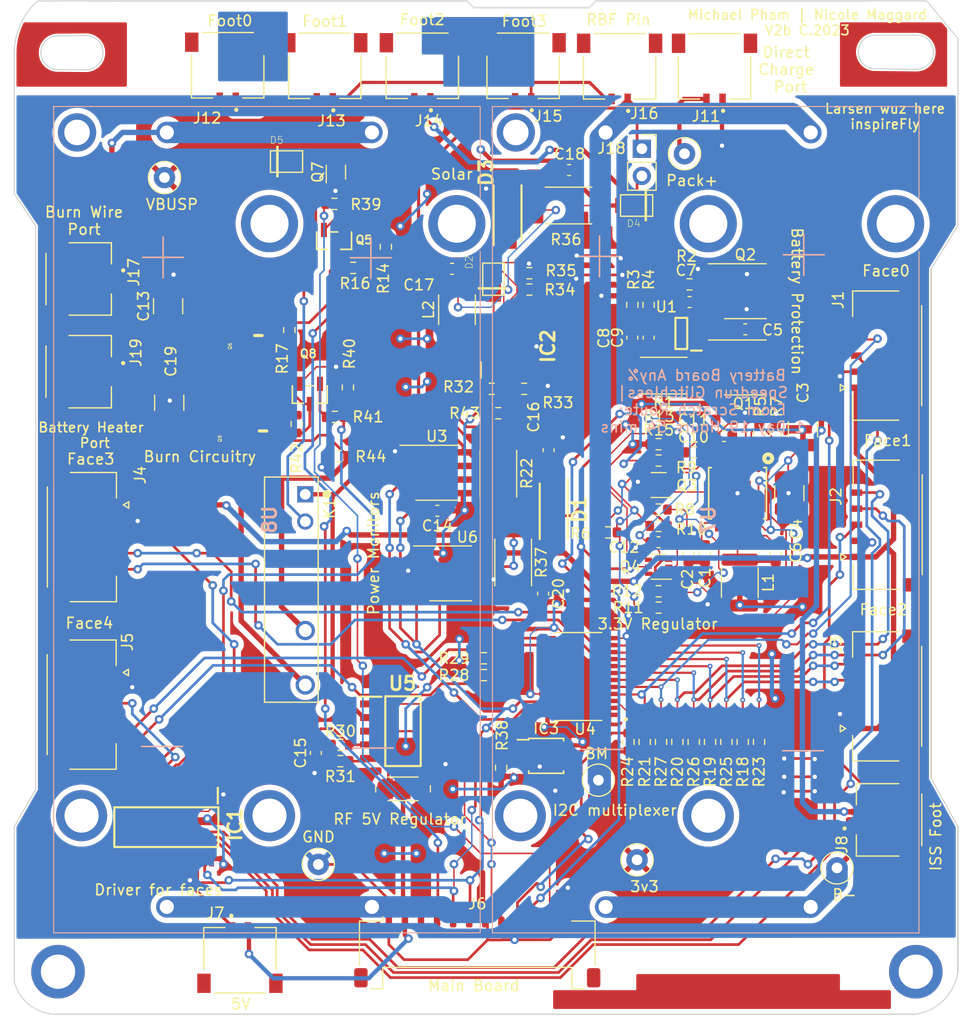
<source format=kicad_pcb>
(kicad_pcb (version 20240108) (generator "pcbnew") (generator_version "8.0")
  (layers (0 "F.Cu" signal) (1 "In1.Cu" signal) (2 "In2.Cu" signal) (31 "B.Cu" signal) (34 "B.Paste" user) (35 "F.Paste" user) (36 "B.SilkS" user "B.Silkscreen") (37 "F.SilkS" user "F.Silkscreen") (38 "B.Mask" user) (39 "F.Mask" user) (44 "Edge.Cuts" user))
  (net 0 "")
  (net 1 "VSOLAR_I")
  (net 2 "+3V3")
  (net 3 "VBUSP")
  (net 4 "Net-(C5-Pad1)")
  (net 5 "Net-(C6-Pad1)")
  (net 6 "Net-(C6-Pad2)")
  (net 7 "B-")
  (net 8 "Net-(C7-Pad2)")
  (net 9 "Net-(C8-Pad2)")
  (net 10 "/VDD")
  (net 11 "Net-(C10-Pad1)")
  (net 12 "Net-(C11-Pad1)")
  (net 13 "Net-(C12-Pad1)")
  (net 14 "Net-(C12-Pad2)")
  (net 15 "BURN")
  (net 16 "GND")
  (net 17 "/V_RF")
  (net 18 "Net-(C16-Pad1)")
  (net 19 "Net-(C17-Pad1)")
  (net 20 "Net-(C17-Pad2)")
  (net 21 "VBatt")
  (net 22 "F0_ENB")
  (net 23 "F1_ENB")
  (net 24 "F2_ENB")
  (net 25 "F3_ENB")
  (net 26 "F4_ENB")
  (net 27 "Net-(J12-Pad1)")
  (net 38 "SCL_MAIN")
  (net 39 "SDA_MAIN")
  (net 40 "Net-(IC2-Pad2)")
  (net 42 "Net-(IC2-Pad7)")
  (net 44 "Net-(IC2-Pad10)")
  (net 45 "VBatt1")
  (net 46 "Net-(J14-Pad1)")
  (net 47 "BURN_RELAY_A")
  (net 48 "Net-(K1-PadNO)")
  (net 49 "Heater")
  (net 50 "Net-(D5-PadA)")
  (net 51 "ENAB_HEATER")
  (net 52 "Net-(Q8-Pad1)")
  (net 53 "Net-(Q8-Pad3)")
  (net 54 "VCC_RF1")
  (net 55 "Net-(Q1-Pad4)")
  (net 56 "Net-(Q1-Pad5)")
  (net 57 "Net-(Q2-Pad4)")
  (net 58 "Net-(Q3-Pad2)")
  (net 59 "/3V3_EN")
  (net 60 "Net-(Q4-Pad2)")
  (net 61 "Net-(Q4-Pad5)")
  (net 62 "BM")
  (net 63 "PACK+")
  (net 64 "Net-(R5-Pad1)")
  (net 65 "Net-(R9-Pad1)")
  (net 66 "Net-(R11-Pad2)")
  (net 67 "ENAB_BURN")
  (net 68 "VBUS_RESET")
  (net 69 "Net-(Q5-Pad1)")
  (net 70 "Net-(Q5-Pad3)")
  (net 71 "F3_SDA")
  (net 72 "F2_SDA")
  (net 73 "F1_SDA")
  (net 74 "F0_SDA")
  (net 75 "VBATT_SENSE")
  (net 76 "F3_SCL")
  (net 77 "F2_SCL")
  (net 78 "F1_SCL")
  (net 79 "F0_SCL")
  (net 80 "F4_SCL")
  (net 81 "F4_SDA")
  (net 82 "Net-(R30-Pad2)")
  (net 83 "I2C_RESET")
  (net 88 "ENAB_RF")
  (net 89 "VSOLAR")
  (net 90 "CHRG'")
  (net 91 "Net-(IC3-Pad3)")
  (net 92 "Break_SDA")
  (net 93 "Break_SCL")
  (net 104 "PACK-")
  (footprint "Resistor_SMD:R_0603_1608Metric" (layer "F.Cu") (at 155.625 79.45)
    (property "Reference" "R43")
    (property "Value" "10K")
  )
  (footprint "Resistor_SMD:R_0603_1608Metric" (layer "F.Cu") (at 145.1485 63.9279 90)
    (property "Reference" "R14")
    (property "Value" "10k")
  )
  (footprint "Capacitor_SMD:C_0603_1608Metric" (layer "F.Cu") (at 174.902 92.5101 -90)
    (property "Reference" "C1")
    (property "Value" "22uF")
  )
  (footprint "Capacitor_SMD:C_0603_1608Metric" (layer "F.Cu") (at 160.325 82.9 90)
    (property "Reference" "C16")
    (property "Value" "10uF")
  )
  (footprint "Connector_Molex:Molex_Pico-Lock_504050-1291_1x12-1MP_P1.50mm_Horizontal" (layer "F.Cu") (at 153.675 129.7)
    (property "Reference" "J6")
    (property "Value" "FC_FACE")
  )
  (footprint "MaxLib:PWRDI-123" (layer "F.Cu") (at 135.984 55.9779)
    (property "Reference" "D5")
    (property "Value" "DFLS130L" (hide yes))
  )
  (footprint "Resistor_SMD:R_0603_1608Metric" (layer "F.Cu") (at 140.388899 79.791599)
    (property "Reference" "R41")
    (property "Value" "4.7k")
  )
  (footprint "Resistor_SMD:R_0603_1608Metric" (layer "F.Cu") (at 154.3 103.8748)
    (property "Reference" "R28")
    (property "Value" "10K")
  )
  (footprint "Capacitor_SMD:C_0603_1608Metric" (layer "F.Cu") (at 151.323201 65.986401)
    (property "Reference" "C17")
    (property "Value" "1uF")
  )
  (footprint "Package_SO:SOIC-8_3.9x4.9mm_P1.27mm" (layer "F.Cu") (at 178.675 68.069)
    (property "Reference" "Q2")
    (property "Value" "IRF7458")
  )
  (footprint "Package_TO_SOT_SMD:SOT-523" (layer "F.Cu") (at 140.4895 56.9639 90)
    (property "Reference" "Q7")
    (property "Value" "MMBT2222AT")
  )
  (footprint "Package_TO_SOT_SMD:SOT-363_SC-70-6" (layer "F.Cu") (at 170.584 86.1471 180)
    (property "Reference" "Q3")
    (property "Value" "MBT2222ADW1T1")
  )
  (footprint "MOLEX PICO LOCK 2 POS:MOLEX_504050-0291" (layer "F.Cu") (at 175.8 47.1 180)
    (property "Reference" "J11")
    (property "Value" "CHARGE")
  )
  (footprint "MOLEX PICO LOCK 5 POS:MOLEX_5040500591" (layer "F.Cu") (at 116.8 91 90)
    (property "Reference" "J4")
    (property "Value" "Face3")
  )
  (footprint "Resistor_SMD:R_0603_1608Metric" (layer "F.Cu") (at 176.9088 110.103561 90)
    (property "Reference" "R25")
    (property "Value" "10K")
  )
  (footprint "Resistor_SMD:R_0603_1608Metric" (layer "F.Cu") (at 140.9052 111.894 180)
    (property "Reference" "R31")
    (property "Value" "3.3K")
  )
  (footprint "MOLEX PICO LOCK 2 POS:MOLEX_504050-0291" (layer "F.Cu") (at 157.95 47.05 180)
    (property "Reference" "J15")
    (property "Value" "Foot3")
  )
  (footprint "Resistor_SMD:R_0603_1608Metric" (layer "F.Cu") (at 154.3 102.3)
    (property "Reference" "R29")
    (property "Value" "10K")
  )
  (footprint "Resistor_SMD:R_0603_1608Metric" (layer "F.Cu") (at 175.3848 110.103562 90)
    (property "Reference" "R19")
    (property "Value" "10K")
  )
  (footprint "MOLEX PICO LOCK 2 POS:MOLEX_504050-0291" (layer "F.Cu") (at 116.5 75.575 -90)
    (property "Reference" "J19")
    (property "Value" "Heater")
  )
  (footprint "Resistor_SMD:R_0603_1608Metric" (layer "F.Cu") (at 158.536801 67.9168 180)
    (property "Reference" "R34")
    (property "Value" "634k")
  )
  (footprint "Resistor_SMD:R_0603_1608Metric" (layer "F.Cu") (at 173.468 67.434)
    (property "Reference" "R2")
    (property "Value" "1K")
  )
  (footprint "" (layer "F.Cu") (at 194.573162 131.529322)
    (property "Reference" "")
    (property "Value" "")
  )
  (footprint "Resistor_SMD:R_0603_1608Metric" (layer "F.Cu") (at 173.886 83.0991 180)
    (property "Reference" "R9")
    (property "Value" "100K")
  )
  (footprint "Resistor_SMD:R_0603_1608Metric" (layer "F.Cu") (at 169.2888 110.103562 90)
    (property "Reference" "R21")
    (property "Value" "10K")
  )
  (footprint "Capacitor_SMD:C_0603_1608Metric" (layer "F.Cu") (at 178.675 71.625)
    (property "Reference" "C5")
    (property "Value" "0.1uF")
  )
  (footprint "MOLEX PICO LOCK 2 POS:MOLEX_504050-0291" (layer "F.Cu") (at 131.54 130.46)
    (property "Reference" "J7")
    (property "Value" "5V Breakout")
  )
  (footprint "TestPoint:TestPoint_Loop_D1.80mm_Drill1.0mm_Beaded" (layer "F.Cu") (at 173 55.25)
    (property "Reference" "TP4" (hide yes))
    (property "Value" "TestPoint")
  )
  (footprint "Resistor_SMD:R_0603_1608Metric" (layer "F.Cu") (at 158.05 77.175 180)
    (property "Reference" "R33")
    (property "Value" "85k")
  )
  (footprint "MaxLib:NDS8434" (layer "F.Cu") (at 131.064 69.518 90)
    (property "Reference" "Q6")
    (property "Value" "NDS8434" (hide yes))
  )
  (footprint "TestPoint:TestPoint_Loop_D1.80mm_Drill1.0mm_Beaded" (layer "F.Cu") (at 138.85 121.525)
    (property "Reference" "TP3" (hide yes))
    (property "Value" "TestPoint")
  )
  (footprint "Capacitor_SMD:C_0603_1608Metric" (layer "F.Cu") (at 176.68 81.5751 180)
    (property "Reference" "C10")
    (property "Value" "3.3nF")
  )
  (footprint "MOLEX PICO LOCK 2 POS:MOLEX_504050-0291" (layer "F.Cu") (at 166.95 47.1 180)
    (property "Reference" "J16")
    (property "Value" "RBF")
  )
  (footprint "Capacitor_SMD:C_1210_3225Metric" (layer "F.Cu") (at 184.05 80.95 90)
    (property "Reference" "C3")
    (property "Value" "100uF")
  )
  (footprint "MOLEX PICO LOCK 2 POS:MOLEX_504050-0291" (layer "F.Cu") (at 139.45 47.05 180)
    (property "Reference" "J13")
    (property "Value" "Foot1")
  )
  (footprint "Capacitor_SMD:C_0603_1608Metric" (layer "F.Cu") (at 138.6192 111.132 90)
    (property "Reference" "C15")
    (property "Value" "10uF")
  )
  (footprint "TestPoint:TestPoint_Loop_D1.80mm_Drill1.0mm_Beaded" (layer "F.Cu") (at 168.575 121.1)
    (property "Reference" "TP5" (hide yes))
    (property "Value" "TestPoint")
  )
  (footprint "Package_SO:SOIC-8_3.9x4.9mm_P1.27mm" (layer "F.Cu") (at 178.675 75.181)
    (property "Reference" "Q1")
    (property "Value" "IRF7458")
  )
  (footprint "Resistor_SMD:R_0603_1608Metric" (layer "F.Cu") (at 155.025 77.175)
    (property "Reference" "R32")
    (property "Value" "200k")
  )
  (footprint "MOLEX PICO LOCK 2 POS:MOLEX_504050-0291" (layer "F.Cu") (at 130.4 47 180)
    (property "Reference" "J12")
    (property "Value" "Foot0")
  )
  (footprint "" (layer "F.Cu") (at 114.573162 131.529322)
    (property "Reference" "")
    (property "Value" "")
  )
  (footprint "MaxLib:TPS7A4501DCQT" (layer "F.Cu") (at 146.7472 109.1)
    (property "Reference" "U5")
    (property "Value" "TPS7A4501DCQT" (hide yes))
  )
  (footprint "Resistor_SMD:R_0603_1608Metric" (layer "F.Cu") (at 181.506 81.3211 -90)
    (property "Reference" "R7")
    (property "Value" "22.1K")
  )
  (footprint "Capacitor_SMD:C_0603_1608Metric" (layer "F.Cu") (at 181.506 92.5101 90)
    (property "Reference" "C6")
    (property "Value" "0.1uF")
  )
  (footprint "Resistor_SMD:R_0603_1608Metric" (layer "F.Cu") (at 140.9052 110.37 180)
    (property "Reference" "R30")
    (property "Value" "10K")
  )
  (footprint "Capacitor_SMD:C_0603_1608Metric" (layer "F.Cu") (at 168.134 72.4 90)
    (property "Reference" "C8")
    (property "Value" "0.1uF")
  )
  (footprint "MaxLib:PWRDI-123" (layer "F.Cu") (at 155.184001 66.85 90)
    (property "Reference" "D2")
    (property "Value" "DFLS130L" (hide yes))
  )
  (footprint "MaxLib:PWP14_2P31X2P46-L" (layer "F.Cu") (at 177.95 86.9091 -90)
    (property "Reference" "U2" (hide yes))
    (property "Value" "TPS54226PWPRPWP14_2P31X2P46-L" (hide yes))
  )
  (footprint "Connector_PinSocket_2.54mm:PinSocket_1x02_P2.54mm_Vertical" (layer "F.Cu") (at 169.025 54.7824)
    (property "Reference" "J18")
    (property "Value" "Bypass")
  )
  (footprint "TCA9548APWR:SOP65P640X120-24N" (layer "F.Cu") (at 163.091801 104.002562 180)
    (property "Reference" "U4")
    (property "Value" "TCA9548APWR")
  )
  (footprint "TestPoint:TestPoint_Loop_D1.80mm_Drill1.0mm_Beaded" (layer "F.Cu") (at 124.5 57.475)
    (property "Reference" "TP6" (hide yes))
    (property "Value" "TestPoint")
  )
  (footprint "Capacitor_SMD:C_0603_1608Metric" (layer "F.Cu") (at 162.238801 56.7784 180)
    (property "Reference" "C18")
    (property "Value" "10uF")
  )
  (footprint "Capacitor_SMD:C_1210_3225Metric" (layer "F.Cu") (at 124.9457 78.470802 90)
    (property "Reference" "C19")
    (property "Value" "200uF")
  )
  (footprint "Resistor_SMD:R_0603_1608Metric" (layer "F.Cu") (at 170.584 89.9571)
    (property "Reference" "R8")
    (property "Value" "100K")
  )
  (footprint "Resistor_SMD:R_0603_1608Metric" (layer "F.Cu") (at 142.1005 65.8969)
    (property "Reference" "R16")
    (property "Value" "4.7k")
  )
  (footprint "R5460N233AF:R5460N233AF-SOT95P280X130-6N" (layer "F.Cu") (at 172.706 72.006 180)
    (property "Reference" "U1")
    (property "Value" "R5460N208AA" (hide yes))
  )
  (footprint "Resistor_SMD:R_0603_1608Metric" (layer "F.Cu") (at 141.608099 77.0484 90)
    (property "Reference" "R40")
    (property "Value" "10k")
  )
  (footprint "Resistor_SMD:R_0603_1608Metric" (layer "F.Cu") (at 165.87519 90.563911 180)
    (property "Reference" "R6")
    (property "Value" "73.2K")
  )
  (footprint "TestPoint:TestPoint_Loop_D1.80mm_Drill1.0mm_Beaded" (layer "F.Cu") (at 164.973 113.665)
    (property "Reference" "TP2" (hide yes))
    (property "Value" "TestPoint")
  )
  (footprint "Resistor_SMD:R_0603_1608Metric" (layer "F.Cu") (at 173.8608 110.103562 90)
    (property "Reference" "R26")
    (property "Value" "10K")
  )
  (footprint "Resistor_SMD:R_0603_1608Metric" (layer "F.Cu") (at 169.658 69.339 -90)
    (property "Reference" "R4")
    (property "Value" "330")
  )
  (footprint "MaxLib:SOT-23" (layer "F.Cu") (at 138.052099 77.708799 180)
    (property "Reference" "Q8")
    (property "Value" "IRLML2803" (hide yes))
  )
  (footprint "Resistor_SMD:R_0603_1608Metric" (layer "F.Cu") (at 170.584 88.4331 180)
    (property "Reference" "R10")
    (property "Value" "20K")
  )
  (footprint "MOLEX PICO LOCK 2 POS:MOLEX_504050-0291" (layer "F.Cu") (at 116.5 66.929 -90)
    (property "Reference" "J17")
    (property "Value" "BURN")
  )
  (footprint "Resistor_SMD:R_0603_1608Metric" (layer "F.Cu") (at 170.584 83.8611 180)
    (property "Reference" "R15")
    (property "Value" "10K")
  )
  (footprint "Resistor_SMD:R_2512_6332Metric" (layer "F.Cu") (at 171.055 75.943)
    (property "Reference" "R1")
    (property "Value" "0.01")
  )
  (footprint "Resistor_SMD:R_2512_6332Metric" (layer "F.Cu") (at 155.641799 85.078949 -90)
    (property "Reference" "R22")
    (property "Value" "0.002")
  )
  (footprint "MOLEX PICO LOCK 2 POS:MOLEX_504050-0291" (layer "F.Cu") (at 192.08 117.37 90)
    (property "Reference" "J8")
    (property "Value" "ISS")
  )
  (footprint "Package_SO:SOIC-8_3.9x4.9mm_P1.27mm" (layer "F.Cu") (at 151.1808 94.3864)
    (property "Reference" "U6")
    (property "Value" "INA219AxD")
  )
  (footprint "MOLEX PICO LOCK 5 POS:MOLEX_5040500591" (layer "F.Cu") (at 191.9 74.075 -90)
    (property "Reference" "J1")
    (property "Value" "Face0")
  )
  (footprint "Capacitor_SMD:C_0603_1608Metric" (layer "F.Cu") (at 176.68 80.0511)
    (property "Reference" "C11")
    (property "Value" "1uF")
  )
  (footprint "Resistor_SMD:R_0603_1608Metric" (layer "F.Cu") (at 172.3368 110.103562 90)
    (property "Reference" "R20")
    (property "Value" "10K")
  )
  (footprint "Inductor_SMD:L_1812_4532Metric" (layer "F.Cu") (at 178.1588 95.2463 -90)
    (property "Reference" "L1")
    (property "Value" "3.3uH")
  )
  (footprint "Resistor_SMD:R_0603_1608Metric" (layer "F.Cu") (at 179.9568 110.103562 90)
    (property "Reference" "R23")
    (property "Value" "10K")
  )
  (footprint "Resistor_SMD:R_0603_1608Metric" (layer "F.Cu") (at 170.584 97.5771 180)
    (property "Reference" "R11")
    (property "Value" "100K")
  )
  (footprint "Inductor_SMD:L_1812_4532Metric" (layer "F.Cu") (at 151.780401 69.7964 90)
    (property "Reference" "L2")
    (property "Value" "10uH")
  )
  (footprint "MaxLib:SolderJumper-3_P1.3mm_Bridged12_RoundedPad1.0x1.5mm" (layer "F.Cu") (at 146.75 114.475)
    (property "Reference" "JP1" (hide yes))
    (property "Value" "Jumper_3_Bridged12")
  )
  (footprint "MOLEX PICO LOCK 5 POS:MOLEX_5040500591" (layer "F.Cu") (at 191.95 89.85 -90)
    (property "Reference" "J2")
    (property "Value" "Face1")
  )
  (footprint "Resistor_SMD:R_2512_6332Metric" (layer "F.Cu") (at 157.0228 93.3704 -90)
    (property "Reference" "R37")
    (property "Value" "0.002")
  )
  (footprint "Resistor_SMD:R_0603_1608Metric" (layer "F.Cu") (at 170.584 96.0531)
    (property "Reference" "R12")
    (property "Value" "100K")
  )
  (footprint "Package_SO:SOIC-8_3.9x4.9mm_P1.27mm" (layer "F.Cu") (at 149.9 85)
    (property "Reference" "U3")
    (property "Value" "INA219AxD")
  )
  (footprint "Capacitor_SMD:C_0603_1608Metric" (layer "F.Cu") (at 169.658 72.4 90)
    (property "Reference" "C9")
    (property "Value" "0.1uF")
  )
  (footprint "Capacitor_SMD:C_0603_1608Metric" (layer "F.Cu") (at 159.8168 96.266 -90)
    (property "Reference" "C20")
    (property "Value" "0.1uF")
  )
  (footprint "Resistor_SMD:R_0603_1608Metric" (layer "F.Cu") (at 168.134 69.339 -90)
    (property "Reference" "R3")
    (property "Value" "330")
  )
  (footprint "Resistor_SMD:R_0603_1608Metric" (layer "F.Cu") (at 178.4328 110.103562 90)
    (property "Reference" "R18")
    (property "Value" "10K")
  )
  (footprint "Resistor_SMD:R_2512_6332Metric" (layer "F.Cu") (at 162.188001 60.0804 180)
    (property "Reference" "R36")
    (property "Value" "0.1")
  )
  (footprint "LT3652IMSE:SOP65P490X110-13N" (layer "F.Cu") (at 156.2 73.2 90)
    (property "Reference" "IC2")
    (property "Value" "LT3652IMSE#PBF" (hide yes))
  )
  (footprint "Capacitor_SMD:C_1210_3225Metric" (layer "F.Cu") (at 124.841 69.469 90)
    (property "Reference" "C13")
    (property "Value" "200uF")
  )
  (footprint "Resistor_SMD:R_0603_1608Metric" (layer "F.Cu") (at 136.832899 80.452001 90)
    (property "Reference" "R42")
    (property "Value" "100k")
  )
  (footprint "Resistor_SMD:R_0603_1608Metric" (layer "F.Cu") (at 170.8128 110.103561 90)
    (property "Reference" "R27")
    (property "Value" "10K")
  )
  (footprint "MaxLib:PWRDI-123" (layer "F.Cu") (at 168.436401 60.0804 180)
    (property "Reference" "D4")
    (property "Value" "DFLS130L" (hide yes))
  )
  (footprint "TestPoint:TestPoint_Loop_D1.80mm_Drill1.0mm_Beaded" (layer "F.Cu") (at 187.225 121.85)
    (property "Reference" "TP1" (hide yes))
    (property "Value" "TestPoint")
  )
  (footprint "MaxLib:SOT-23" (layer "F.Cu") (at 140.3225 63.3569 180)
    (property "Reference" "Q5")
    (property "Value" "IRLML2803" (hide yes))
  )
  (footprint "Capacitor_SMD:C_0603_1608Metric" (layer "F.Cu") (at 173.468 69.085)
    (property "Reference" "C7")
    (property "Value" "0.1uF")
  )
  (footprint "MaxLib:NDS8434" (layer "F.Cu") (at 131.498899 78.42 90)
    (property "Reference" "Q9")
    (property "Value" "NDS8434" (hide yes))
  )
  (footprint "Resistor_SMD:R_0603_1608Metric" (layer "F.Cu") (at 170.584 82.3371)
    (property "Reference" "R13")
    (property "Value" "100K")
  )
  (footprint "Package_TO_SOT_SMD:SOT-363_SC-70-6" (layer "F.Cu") (at 170.584 93.7671 180)
    (property "Reference" "Q4")
    (property "Value" "MBT2222ADW1T1")
  )
  (footprint "APAN3105:RELAY_APAN3105" (layer "F.Cu") (at 137.6325 87.01 -90)
    (property "Reference" "K1")
    (property "Value" "APAN3105")
  )
  (footprint "Capacitor_SMD:C_0603_1608Metric" (layer "F.Cu") (at 170.584 91.4811)
    (property "Reference" "C12")
    (property "Value" "10uF")
  )
  (footprint "Capacitor_SMD:C_1210_3225Metric" (layer "F.Cu") (at 182.776 86.9091 -90)
    (property "Reference" "C4")
    (property "Value" "100uF")
  )
  (footprint "Resistor_SMD:R_0603_1608Metric" (layer "F.Cu") (at 155.9 112.5 90)
    (property "Reference" "R38")
    (property "Value" "10K")
  )
  (footprint "Capacitor_SMD:C_0603_1608Metric" (layer "F.Cu") (at 173.378 92.5101 -90)
    (property "Reference" "C2")
    (property "Value" "22uF")
  )
  (footprint "MOLEX PICO LOCK 5 POS:MOLEX_5040500591" (layer "F.Cu") (at 191.9 105.85 -90)
    (property "Reference" "J3")
    (property "Value" "Face2")
  )
  (footprint "Resistor_SMD:R_0603_1608Metric" (layer "F.Cu") (at 179.982 81.3211 -90)
    (property "Reference" "R5")
    (property "Value" "73.2K")
  )
  (footprint "Resistor_SMD:R_0603_1608Metric" (layer "F.Cu") (at 136.144 71.692 -90)
    (property "Reference" "R17")
    (property "Value" "100k")
  )
  (footprint "MOLEX PICO LOCK 5 POS:MOLEX_5040500591" (layer "F.Cu") (at 116.775 106.625 90)
    (property "Reference" "J5")
    (property "Value" "Face4")
  )
  (footprint "Resistor_SMD:R_0603_1608Metric" (layer "F.Cu") (at 140.3479 59.9297)
    (property "Reference" "R39")
    (property "Value" "10k")
  )
  (footprint "Resistor_SMD:R_0603_1608Metric" (layer "F.Cu") (at 167.771801 110.102562 90)
    (property "Reference" "R24")
    (property "Value" "10K")
  )
  (footprint "Package_SO:TSSOP-8_3x3mm_P0.65mm" (layer "F.Cu") (at 160.1 111.4)
    (property "Reference" "IC3")
    (property "Value" "PCT2075DP,118")
  )
  (footprint "CMSH3-40MA:DIOM5226X262N" (layer "F.Cu") (at 156.498401 60.7916 90)
    (property "Reference" "D3")
    (property "Value" "D_Schottky" (hide yes))
  )
  (footprint "Capacitor_SMD:C_0603_1608Metric" (layer "F.Cu") (at 149.95 88.55)
    (property "Reference" "C14")
    (property "Value" "0.1uF")
  )
  (footprint "MOLEX PICO LOCK 2 POS:MOLEX_504050-0291" (layer "F.Cu") (at 148.55 47.05 180)
    (property "Reference" "J14")
    (property "Value" "Foot2")
  )
  (footprint "PCA9685:SOP65P640X110-28N" (layer "F.Cu") (at 124.675 118.05 -90)
    (property "Reference" "IC1")
    (property "Value" "PCA9685PW,118" (hide yes))
  )
  (footprint "CMSH3-40MA:DIOM5226X262N" (layer "F.Cu") (at 160.8 88.6 -90)
    (property "Reference" "D1")
    (property "Value" "D_Schottky" (hide yes))
  )
  (footprint "Resistor_SMD:R_0603_1608Metric" (layer "F.Cu") (at 140.75 83.45)
    (property "Reference" "R44")
    (property "Value" "634k")
  )
  (footprint "Resistor_SMD:R_0603_1608Metric" (layer "F.Cu") (at 158.536801 66.3928)
    (property "Reference" "R35")
    (property "Value" "412k")
  )
  (footprint "1049:1049" (layer "B.Cu") (at 134.0585 89.375 90)
    (property "Reference" "U8")
    (property "Value" "1049" (hide yes))
  )
  (footprint "LOGO" (layer "B.Cu") (at 132.753208 45.962133 180)
    (property "Reference" "G***" (hide yes))
    (property "Value" "LOGO" (hide yes))
  )
  (footprint "1049:1049" (layer "B.Cu") (at 174.98 89.38 90)
    (property "Reference" "U7")
    (property "Value" "1049" (hide yes))
  )
  (footprint "LOGO" (layer "B.Cu") (at 155.336788 131.199271 180)
    (property "Reference" "G***" (hide yes))
    (property "Value" "LOGO" (hide yes))
  )
  (gr_line (start 190.158162 40.989322) (end 195.598162 41.004322) (stroke (width 0.1)) (layer "Edge.Cuts"))
  (gr_line (start 117.133162 40.989322) (end 120.308162 40.989322) (stroke (width 0.15)) (layer "Edge.Cuts"))
  (gr_line (start 196 113.5) (end 196 66) (stroke (width 0.15)) (layer "Edge.Cuts"))
  (gr_arc (start 110.5 46) (mid 111.034894 43.270084) (end 112.66352 41.014845) (stroke (width 0.1)) (layer "Edge.Cuts"))
  (gr_line (start 164.123162 41.624322) (end 164.758162 40.989322) (stroke (width 0.15)) (layer "Edge.Cuts"))
  (gr_arc (start 117.173162 44.229322) (mid 118.773158 45.829322) (end 117.173162 47.429322) (stroke (width 0.1)) (layer "Edge.Cuts"))
  (gr_line (start 196 113.5) (end 198.5 118) (stroke (width 0.1)) (layer "Edge.Cuts"))
  (gr_line (start 198.5 61.944322) (end 198.5 44.5) (stroke (width 0.1)) (layer "Edge.Cuts"))
  (gr_line (start 112.66352 41.014845) (end 117.133162 40.989322) (stroke (width 0.1)) (layer "Edge.Cuts"))
  (gr_line (start 110.5 46) (end 110.5 59) (stroke (width 0.1)) (layer "Edge.Cuts"))
  (gr_line (start 153.328162 41.624322) (end 152.693162 40.989322) (stroke (width 0.15)) (layer "Edge.Cuts"))
  (gr_line (start 198.5 131.5) (end 198.5 118) (stroke (width 0.15)) (layer "Edge.Cuts"))
  (gr_line (start 190.773162 47.329322) (end 194.623162 47.379322) (stroke (width 0.1)) (layer "Edge.Cuts"))
  (gr_line (start 110.5 59) (end 112.5 62) (stroke (width 0.1)) (layer "Edge.Cuts"))
  (gr_arc (start 198.5 131.5) (mid 197.176415 134.176415) (end 194.5 135.5) (stroke (width 0.1)) (layer "Edge.Cuts"))
  (gr_line (start 194.5 135.5) (end 114.5 135.5) (stroke (width 0.15)) (layer "Edge.Cuts"))
  (gr_line (start 110.5 118) (end 110.5 132.5) (stroke (width 0.1)) (layer "Edge.Cuts"))
  (gr_line (start 114.472939 44.255106) (end 117.173162 44.229322) (stroke (width 0.1)) (layer "Edge.Cuts"))
  (gr_line (start 195.598162 41.004322) (end 198.5 44.5) (stroke (width 0.1)) (layer "Edge.Cuts"))
  (gr_line (start 164.758162 40.989322) (end 190.158162 40.989322) (stroke (width 0.15)) (layer "Edge.Cuts"))
  (gr_line (start 198.5 61.944322) (end 196 66) (stroke (width 0.1)) (layer "Edge.Cuts"))
  (gr_line (start 194.623162 44.179322) (end 190.823137 44.180115) (stroke (width 0.1)) (layer "Edge.Cuts"))
  (gr_line (start 152.693162 40.989322) (end 120.308162 40.989322) (stroke (width 0.15)) (layer "Edge.Cuts"))
  (gr_line (start 112.5 62) (end 112.5 114.5) (stroke (width 0.1)) (layer "Edge.Cuts"))
  (gr_arc (start 114.5 135.5) (mid 111.987619 134.683175) (end 110.5 132.5) (stroke (width 0.1)) (layer "Edge.Cuts"))
  (gr_arc (start 194.623162 44.179322) (mid 196.223158 45.779322) (end 194.623162 47.379322) (stroke (width 0.1)) (layer "Edge.Cuts"))
  (gr_arc (start 114.422964 47.404313) (mid 112.978754 45.806395) (end 114.472939 44.255106) (stroke (width 0.1)) (layer "Edge.Cuts"))
  (gr_line (start 112.5 114.5) (end 110.5 118) (stroke (width 0.1)) (layer "Edge.Cuts"))
  (gr_arc (start 190.773162 47.329322) (mid 189.198356 45.729331) (end 190.823137 44.180115) (stroke (width 0.1)) (layer "Edge.Cuts"))
  (gr_line (start 114.422964 47.404313) (end 117.173162 47.429322) (stroke (width 0.1)) (layer "Edge.Cuts"))
  (gr_line (start 164.123162 41.624322) (end 153.328162 41.624322) (stroke (width 0.15)) (layer "Edge.Cuts"))
  (gr_text "+" (at 165.075 64.425 0) (layer "B.SilkS") (effects (font (size 5 5)) (justify mirror)))
  (gr_text "+" (at 143.75 64.55 0) (layer "B.SilkS") (effects (font (size 5 5)) (justify mirror)))
  (gr_text "+" (at 124.375 64.516 0) (layer "B.SilkS") (effects (font (size 5 5)) (justify mirror)))
  (gr_text "-" (at 165.35 110.4 0) (layer "B.SilkS") (effects (font (size 5 5)) (justify mirror)))
  (gr_text "-" (at 143.925 110.275 0) (layer "B.SilkS") (effects (font (size 5 5)) (justify mirror)))
  (gr_text "Battery Board Any% \nSpeedrun Glitchless|\nFrom Scratch Route:\n1 Day 19 Hours 54 mins" (at 174.675 78.325 0) (layer "B.SilkS") (effects (font (size 1 1)) (justify mirror)))
  (gr_text "-" (at 124.275 110.125 0) (layer "B.SilkS") (effects (font (size 5 5)) (justify mirror)))
  (gr_text "-" (at 184.05 110.525 0) (layer "B.SilkS") (effects (font (size 5 5)) (justify mirror)))
  (gr_text "+" (at 184.125 64.275 0) (layer "B.SilkS") (effects (font (size 5 5)) (justify mirror)))
  (gr_text "Face3" (at 117.625 83.725 0) (layer "F.SilkS") (effects (font (size 1 1))))
  (gr_text "Battery Protection" (at 183.5 69 270) (layer "F.SilkS") (effects (font (size 1 1))))
  (gr_text "I2C multiplexer" (at 166.5 116.475 0) (layer "F.SilkS") (effects (font (size 1 1))))
  (gr_text "Face2" (at 191.55 97.775 0) (layer "F.SilkS") (effects (font (size 1 1))))
  (gr_text "Foot0" (at 130.6 42.85 0) (layer "F.SilkS") (effects (font (size 1 1))))
  (gr_text "RF 5V Regulator" (at 146.45 117.3 0) (layer "F.SilkS") (effects (font (size 1 1))))
  (gr_text "Face4" (at 117.5 99.025 0) (layer "F.SilkS") (effects (font (size 1 1))))
  (gr_text "3.3V Regulator" (at 170.5 99.1 0) (layer "F.SilkS") (effects (font (size 1 1))))
  (gr_text "5V" (at 131.62 134.54 0) (layer "F.SilkS") (effects (font (size 1 1))))
  (gr_text "Burn Circuitry" (at 127.8 83.5 0) (layer "F.SilkS") (effects (font (size 1 1))))
  (gr_text "Solar" (at 151.3 57.15 0) (layer "F.SilkS") (effects (font (size 1 1))))
  (gr_text "Larsen wuz here\ninspireFly\n" (at 191.705 51.77 0) (layer "F.SilkS") (effects (font (size 0.9 0.9))))
  (gr_text "Face0" (at 191.8 66.175 0) (layer "F.SilkS") (effects (font (size 1 1))))
  (gr_text "ISS Foot" (at 196.44 118.95 90) (layer "F.SilkS") (effects (font (size 1 1))))
  (gr_text "RBF Pin" (at 166.85 42.75 0) (layer "F.SilkS") (effects (font (size 1 1))))
  (gr_text "Foot3" (at 158.05 42.9 0) (layer "F.SilkS") (effects (font (size 1 1))))
  (gr_text "Driver for faces" (at 123.95 123.9 0) (layer "F.SilkS") (effects (font (size 1 1))))
  (gr_text "Face1" (at 191.95 82 0) (layer "F.SilkS") (effects (font (size 1 1))))
  (gr_text "Main Board" (at 153.35 132.825 0) (layer "F.SilkS") (effects (font (size 1 1))))
  (gr_text "Direct \nCharge \nPort" (at 182.875 47.4 0) (layer "F.SilkS") (effects (font (size 1 1))))
  (gr_text "Power Monitors" (at 144 92.5 90) (layer "F.SilkS") (effects (font (size 1 1))))
  (gr_text "Battery Heater \nPort" (at 118 81.5 0) (layer "F.SilkS") (effects (font (size 0.9 0.9))))
  (gr_text "Foot2" (at 148.55 42.75 0) (layer "F.SilkS") (effects (font (size 1 1))))
  (gr_text "Burn Wire\nPort" (at 117 61.5 0) (layer "F.SilkS") (effects (font (size 1 1))))
  (gr_text "Foot1" (at 139.45 42.9 0) (layer "F.SilkS") (effects (font (size 1 1))))
  (gr_text "Michael Pham | Nicole Maggard\nV2b C.2023" (at 184.46 43.02 0) (layer "F.SilkS") (effects (font (size 0.9 0.9))))
  (segment (start 157.0736 90.4587) (end 157.0228 90.4079) (width 0.25) (layer "F.Cu") (net 1))
  (segment (start 156.9974 93.7514) (end 157.0736 93.6752) (width 0.25) (layer "F.Cu") (net 1))
  (segment (start 153.6558 93.7514) (end 156.9974 93.7514) (width 0.25) (layer "F.Cu") (net 1))
  (segment (start 160.8 90.75) (end 157.3649 90.75) (width 0.25) (layer "F.Cu") (net 1))
  (segment (start 157.3649 90.75) (end 157.0228 90.4079) (width 0.25) (layer "F.Cu") (net 1))
  (segment (start 157.0228 90.4079) (end 157.4149 90.8) (width 0.25) (layer "F.Cu") (net 1))
  (segment (start 157.0736 91.5416) (end 157.0736 90.4587) (width 0.25) (layer "F.Cu") (net 1))
  (via (at 157.0736 93.6752) (size 0.8) (drill 0.4) (layers "F.Cu" "B.Cu") (net 1))
  (via (at 157.0736 91.5416) (size 0.8) (drill 0.4) (layers "F.Cu" "B.Cu") (net 1))
  (segment (start 157.0736 93.6752) (end 157.0736 91.5416) (width 0.25) (layer "B.Cu") (net 1))
  (segment (start 173.378 93.2851) (end 174.902 93.2851) (width 0.127) (layer "F.Cu") (net 2))
  (segment (start 158.6264 105.627562) (end 158.6208 105.633162) (width 0.127) (layer "F.Cu") (net 2))
  (segment (start 182.4712 94.7323) (end 181.3604 95.8431) (width 0.1524) (layer "F.Cu") (net 2))
  (segment (start 180.744 88.7379) (end 182.4712 90.4651) (width 0.1524) (layer "F.Cu") (net 2))
  (segment (start 148.45 111.95) (end 147 110.5) (width 0.25) (layer "F.Cu") (net 2))
  (segment (start 180.744 84.984466) (end 180.744 88.7379) (width 0.1524) (layer "F.Cu") (net 2))
  (segment (start 153.475 102.3) (end 152.2 102.3) (width 0.25) (layer "F.Cu") (net 2))
  (segment (start 160.221801 105.627562) (end 158.6264 105.627562) (width 0.127) (layer "F.Cu") (net 2))
  (segment (start 129.488 120.988) (end 130 121.5) (width 0.25) (layer "F.Cu") (net 2))
  (segment (start 128.5 117.25) (end 127.265978 117.25) (width 0.25) (layer "F.Cu") (net 2))
  (segment (start 162.5 106.5) (end 161.422438 107.577562) (width 0.127) (layer "F.Cu") (net 2))
  (segment (start 162.127562 105.627562) (end 162.5 106) (width 0.127) (layer "F.Cu") (net 2))
  (segment (start 127.265978 117.25) (end 126.3 116.284022) (width 0.25) (layer "F.Cu") (net 2))
  (segment (start 126.6054 113.7828) (end 128.1802 113.7828) (width 0.1524) (layer "F.Cu") (net 2))
  (segment (start 179.982 82.1461) (end 179.900034 82.228066) (width 0.1524) (layer "F.Cu") (net 2))
  (segment (start 126.3 115.112) (end 126.3 114.0882) (width 0.1524) (layer "F.Cu") (net 2))
  (segment (start 149 105) (end 150.1252 103.8748) (width 0.25) (layer "F.Cu") (net 2))
  (segment (start 182.4712 90.4651) (end 182.4712 94.7323) (width 0.1524) (layer "F.Cu") (net 2))
  (segment (start 151.375 114.475) (end 151.4 114.5) (width 0.25) (layer "F.Cu") (net 2))
  (segment (start 181.3604 95.8431) (end 178.204 95.8431) (width 0.1524) (layer "F.Cu") (net 2))
  (segment (start 160.8328 99.4495) (end 161.1495 99.4495) (width 0.127) (layer "F.Cu") (net 2))
  (segment (start 163.2755 97.2755) (end 165.3 99.3) (width 0.25) (layer "F.Cu") (net 2))
  (segment (start 126.3 114.0882) (end 126.6054 113.7828) (width 0.1524) (layer "F.Cu") (net 2))
  (segment (start 152.5 88.5) (end 152.5 87.03) (width 0.25) (layer "F.Cu") (net 2))
  (segment (start 179.900034 84.1405) (end 180.744 84.984466) (width 0.1524) (layer "F.Cu") (net 2))
  (segment (start 174.902 95.202) (end 175.5431 95.8431) (width 0.127) (layer "F.Cu") (net 2))
  (segment (start 152.2 102.3) (end 152 102.5) (width 0.25) (layer "F.Cu") (net 2))
  (segment (start 127.6 115.112) (end 128.25 115.112) (width 0.4) (layer "F.Cu") (net 2))
  (segment (start 169.3 99.3) (end 169.5 99.5) (width 0.25) (layer "F.Cu") (net 2))
  (segment (start 148.45 114.475) (end 148.45 111.95) (width 0.25) (layer "F.Cu") (net 2))
  (segment (start 160.8523 97.041) (end 159.8168 97.041) (width 0.25) (layer "F.Cu") (net 2))
  (segment (start 130 121.5) (end 130.024614 121.5) (width 0.25) (layer "F.Cu") (net 2))
  (segment (start 161.422438 107.577562) (end 160.221801 107.577562) (width 0.127) (layer "F.Cu") (net 2))
  (segment (start 162.5 106) (end 162.5 106.5) (width 0.127) (layer "F.Cu") (net 2))
  (segment (start 128.9 120.988) (end 129.488 120.988) (width 0.25) (layer "F.Cu") (net 2))
  (segment (start 160.221801 105.627562) (end 162.127562 105.627562) (width 0.127) (layer "F.Cu") (net 2))
  (segment (start 179.900034 82.228066) (end 179.900034 84.1405) (width 0.1524) (layer "F.Cu") (net 2))
  (segment (start 154.8 79.45) (end 153.55 79.45) (width 0.25) (layer "F.Cu") (net 2))
  (segment (start 150.1252 103.8748) (end 153.475 103.8748) (width 0.25) (layer "F.Cu") (net 2))
  (segment (start 174.902 93.2851) (end 174.902 95.202) (width 0.127) (layer "F.Cu") (net 2))
  (segment (start 161.0868 97.2755) (end 160.8523 97.041) (width 0.25) (layer "F.Cu") (net 2))
  (segment (start 162.5 100.8) (end 162.5 101.5) (width 0.127) (layer "F.Cu") (net 2))
  (segment (start 175.5431 95.8431) (end 178.204 95.8431) (width 0.127) (layer "F.Cu") (net 2))
  (segment (start 152.5 87.03) (end 152.375 86.905) (width 0.25) (layer "F.Cu") (net 2))
  (segment (start 148.45 114.475) (end 151.375 114.475) (width 0.25) (layer "F.Cu") (net 2))
  (segment (start 161.1495 99.4495) (end 162.5 100.8) (width 0.127) (layer "F.Cu") (net 2))
  (segment (start 128.25 115.112) (end 128.25 113.8526) (width 0.1524) (layer "F.Cu") (net 2))
  (segment (start 153.55 79.45) (end 153 80) (width 0.25) (layer "F.Cu") (net 2))
  (segment (start 161.0868 97.2755) (end 163.2755 97.2755) (width 0.25) (layer "F.Cu") (net 2))
  (segment (start 128.1802 113.7828) (end 128.25 113.8526) (width 0.1524) (layer "F.Cu") (net 2))
  (segment (start 126.3 116.284022) (end 126.3 115.112) (width 0.25) (layer "F.Cu") (net 2))
  (segment (start 165.3 99.3) (end 169.3 99.3) (width 0.25) (layer "F.Cu") (net 2))
  (via (at 181.45 106.05) (size 0.8) (drill 0.4) (layers "F.Cu" "B.Cu") (net 2))
  (via (at 151.4 114.5) (size 0.8) (drill 0.4) (layers "F.Cu" "B.Cu") (net 2))
  (via (at 184 97.5) (size 0.8) (drill 0.4) (layers "F.Cu" "B.Cu") (net 2))
  (via (at 150.5 92.5) (size 0.8) (drill 0.4) (layers "F.Cu" "B.Cu") (net 2))
  (via (at 178.1588 97.3463) (size 0.8) (drill 0.4) (layers "F.Cu" "B.Cu") (net 2))
  (via (at 181.15 101.9) (size 0.8) (drill 0.4) (layers "F.Cu" "B.Cu") (net 2))
  (via (at 149 105) (size 0.8) (drill 0.4) (layers "F.Cu" "B.Cu") (net 2))
  (via (at 153 80) (size 0.8) (drill 0.4) (layers "F.Cu" "B.Cu") (net 2))
  (via (at 130 121.5) (size 0.8) (drill 0.4) (layers "F.Cu" "B.Cu") (net 2))
  (via (at 145 120.5) (size 0.8) (drill 0.4) (layers "F.Cu" "B.Cu") (net 2))
  (via (at 152 102.5) (size 0.8) (drill 0.4) (layers "F.Cu" "B.Cu") (net 2))
  (via (at 128.5 117.25) (size 0.8) (drill 0.4) (layers "F.Cu" "B.Cu") (net 2))
  (via (at 159.9 108.7) (size 0.8) (drill 0.4) (layers "F.Cu" "B.Cu") (net 2))
  (via (at 163.5 110.1) (size 0.8) (drill 0.4) (layers "F.Cu" "B.Cu") (net 2))
  (via (at 157.1 113.425) (size 0.8) (drill 0.4) (layers "F.Cu" "B.Cu") (net 2))
  (via (at 152.5 88.5) (size 0.8) (drill 0.4) (layers "F.Cu" "B.Cu") (net 2))
  (via (at 158.6208 105.633162) (size 0.8) (drill 0.4) (layers "F.Cu" "B.Cu") (net 2))
  (via (at 147 110.5) (size 0.8) (drill 0.4) (layers "F.Cu" "B.Cu") (net 2))
  (via (at 160.8328 99.4495) (size 0.8) (drill 0.4) (layers "F.Cu" "B.Cu") (net 2))
  (via (at 161.0868 97.2755) (size 0.8) (drill 0.4) (layers "F.Cu" "B.Cu") (net 2))
  (via (at 152 100.5) (size 0.8) (drill 0.4) (layers "F.Cu" "B.Cu") (net 2))
  (via (at 148 120.5) (size 0.8) (drill 0.4) (layers "F.Cu" "B.Cu") (net 2))
  (segment (start 152 102.5) (end 152 100.5) (width 0.25) (layer "B.Cu") (net 2))
  (segment (start 145 120.5) (end 148 120.5) (width 0.25) (layer "B.Cu") (net 2))
  (segment (start 158.6208 100.0992) (end 158.6208 105.633162) (width 0.127) (layer "B.Cu") (net 2))
  (segment (start 161.0868 97.2755) (end 160.8328 97.5295) (width 0.25) (layer "B.Cu") (net 2))
  (segment (start 178.1588 97.3463) (end 178.3125 97.5) (width 0.25) (layer "B.Cu") (net 2))
  (segment (start 162 108.7) (end 163.4 110.1) (width 0.1524) (layer "B.Cu") (net 2))
  (segment (start 160.8328 97.5295) (end 160.8328 99.4495) (width 0.25) (layer "B.Cu") (net 2))
  (segment (start 147 107) (end 149 105) (width 0.25) (layer "B.Cu") (net 2))
  (segment (start 181.15 101.9) (end 181.15 105.75) (width 0.4) (layer "B.Cu") (net 2))
  (segment (start 159.9 108.7) (end 162 108.7) (width 0.1524) (layer "B.Cu") (net 2))
  (segment (start 152.5 80.5) (end 152.5 88.5) (width 0.25) (layer "B.Cu") (net 2))
  (segment (start 157.1 113.425) (end 156.025 114.5) (width 0.25) (layer "B.Cu") (net 2))
  (segment (start 147 110.5) (end 147 107) (width 0.25) (layer "B.Cu") (net 2))
  (segment (start 153 80) (end 152.5 80.5) (width 0.25) (layer "B.Cu") (net 2))
  (segment (start 159.2705 99.4495) (end 158.6208 100.0992) (width 0.127) (layer "B.Cu") (net 2))
  (segment (start 150.5 90.5) (end 150.5 92.5) (width 0.25) (layer "B.Cu") (net 2))
  (segment (start 178.3125 97.5) (end 184 97.5) (width 0.25) (layer "B.Cu") (net 2))
  (segment (start 130 118.75) (end 128.5 117.25) (width 0.25) (layer "B.Cu") (net 2))
  (segment (start 160.8328 99.4495) (end 159.2705 99.4495) (width 0.127) (layer "B.Cu") (net 2))
  (segment (start 181.15 105.75) (end 181.45 106.05) (width 0.4) (layer "B.Cu") (net 2))
  (segment (start 156.025 114.5) (end 151.4 114.5) (width 0.25) (layer "B.Cu") (net 2))
  (segment (start 152.5 88.5) (end 150.5 90.5) (width 0.25) (layer "B.Cu") (net 2))
  (segment (start 130 121.5) (end 130 118.75) (width 0.25) (layer "B.Cu") (net 2))
  (segment (start 167.5 80.5) (end 163.5 84.5) (width 0.25) (layer "F.Cu") (net 3))
  (segment (start 179.900034 85.822666) (end 179.982 85.7407) (width 0.1524) (layer "F.Cu") (net 3))
  (segment (start 140.185 87.01) (end 140.465 87.01) (width 0.4) (layer "F.Cu") (net 3))
  (segment (start 169.361752 98.3283) (end 170.6578 98.3283) (width 0.1524) (layer "F.Cu") (net 3))
  (segment (start 171.409 97.5771) (end 171.5106 97.6787) (width 0.1524) (layer "F.Cu") (net 3))
  (segment (start 180.553274 90.33094) (end 179.900034 89.6777) (width 0.1524) (layer "F.Cu") (net 3))
  (segment (start 168.75522 88.94478) (end 167.782735 87.972296) (width 0.1524) (layer "F.Cu") (net 3))
  (segment (start 181.04782 90.33094) (end 180.553274 90.33094) (width 0.1524) (layer "F.Cu") (net 3))
  (segment (start 140.185 104.9428) (end 140.185 87.01) (width 0.4) (layer "F.Cu") (net 3))
  (segment (start 163.5 84.5) (end 163.5 88) (width 0.25) (layer "F.Cu") (net 3))
  (segment (start 184.05 82.425) (end 184.05 82.45) (width 0.25) (layer "F.Cu") (net 3))
  (segment (start 183.025 90.675) (end 183.1469 90.675) (width 0.1524) (layer "F.Cu") (net 3))
  (segment (start 162.5 89) (end 159.5 89) (width 0.25) (layer "F.Cu") (net 3))
  (segment (start 184.05 82.45) (end 183.425 83.075) (width 0.25) (layer "F.Cu") (net 3))
  (segment (start 149 78) (end 149 76.5) (width 0.25) (layer "F.Cu") (net 3))
  (segment (start 182.6744 83.8611) (end 182.6744 85.3325) (width 0.1524) (layer "F.Cu") (net 3))
  (segment (start 180.95 98.675) (end 183.025 96.6) (width 0.1524) (layer "F.Cu") (net 3))
  (segment (start 151.81 84.365) (end 151.795 84.35) (width 0.4) (layer "F.Cu") (net 3))
  (segment (start 166.70019 90.563911) (end 166.70019 89.77441) (width 0.1524) (layer "F.Cu") (net 3))
  (segment (start 168.044 82.3371) (end 169.759 82.3371) (width 0.1524) (layer "F.Cu") (net 3))
  (segment (start 175.0855 98.675) (end 180.95 98.675) (width 0.1524) (layer "F.Cu") (net 3))
  (segment (start 166.962 90.825721) (end 166.70019 90.563911) (width 0.1524) (layer "F.Cu") (net 3))
  (segment (start 182.6744 83.8611) (end 182.6744 83.8256) (width 0.1524) (layer "F.Cu") (net 3))
  (segment (start 137.6325 87.01) (end 140.185 87.01) (width 0.4) (layer "F.Cu") (net 3))
  (segment (start 150.5 84.35) (end 149.875 83.725) (width 0.4) (layer "F.Cu") (net 3))
  (segment (start 163.5 88) (end 162.5 89) (width 0.25) (layer "F.Cu") (net 3))
  (segment (start 155.641799 85.141799) (end 155.641799 82.116449) (width 0.25) (layer "F.Cu") (net 3))
  (segment (start 182.6744 85.3325) (end 182.776 85.4341) (width 0.1524) (layer "F.Cu") (net 3))
  (segment (start 165.8 85.994592) (end 165.8 84.5811) (width 0.1524) (layer "F.Cu") (net 3))
  (segment (start 167.777704 87.972296) (end 165.8 85.994592) (width 0.1524) (layer "F.Cu") (net 3))
  (segment (start 166.70019 89.77441) (end 166.9746 89.5) (width 0.1524) (layer "F.Cu") (net 3))
  (segment (start 170.6578 98.3283) (end 171.409 97.5771) (width 0.1524) (layer "F.Cu") (net 3))
  (segment (start 165.8 84.5811) (end 168.044 82.3371) (width 0.1524) (layer "F.Cu") (net 3))
  (segment (start 168.75522 88.94478) (end 169.759 89.948561) (width 0.1524) (layer "F.Cu") (net 3))
  (segment (start 151.795 84.35) (end 150.5 84.35) (width 0.4) (layer "F.Cu") (net 3))
  (segment (start 168.3 96.55) (end 168.3 97.266548) (width 0.1524) (layer "F.Cu") (net 3))
  (segment (start 182.6744 83.8256) (end 183.425 83.075) (width 0.1524) (layer "F.Cu") (net 3))
  (segment (start 168.329624 88.5) (end 168.329624 88.519184) (width 0.1524) (layer "F.Cu") (net 3))
  (segment (start 143.0722 107.83) (end 140.185 104.9428) (width 0.4) (layer "F.Cu") (net 3))
  (segment (start 179.900034 89.6777) (end 179.900034 86.2487) (width 0.1524) (layer "F.Cu") (net 3))
  (segment (start 143.375 84.1) (end 143.375 81.825) (width 0.4) (layer "F.Cu") (net 3))
  (segment (start 169.759 89.948561) (end 169.759 89.9571) (width 0.1524) (layer "F.Cu") (net 3))
  (segment (start 149.875 83.725) (end 149.875 83.025) (width 0.4) (layer "F.Cu") (net 3))
  (segment (start 152.375 84.365) (end 151.81 84.365) (width 0.4) (layer "F.Cu") (net 3))
  (segment (start 169 78.6) (end 169 79) (width 0.25) (layer "F.Cu") (net 3))
  (segment (start 183.425 83.075) (end 183.5 83) (width 0.1524) (layer "F.Cu") (net 3))
  (segment (start 147.825 80.975) (end 149.875 83.025) (width 0.4) (layer "F.Cu") (net 3))
  (segment (start 159.5 89) (end 155.641799 85.141799) (width 0.25) (layer "F.Cu") (net 3))
  (segment (start 153.116449 82.116449) (end 149 78) (width 0.25) (layer "F.Cu") (net 3))
  (segment (start 155.641799 82.116449) (end 153.116449 82.116449) (width 0.25) (layer "F.Cu") (net 3))
  (segment (start 183.025 96.6) (end 183.025 90.675) (width 0.1524) (layer "F.Cu") (net 3))
  (segment (start 171.5106 97.6787) (end 174.0892 97.6787) (width 0.1524) (layer "F.Cu") (net 3))
  (segment (start 144.225 80.975) (end 147.825 80.975) (width 0.4) (layer "F.Cu") (net 3))
  (segment (start 179.900034 86.2487) (end 179.900034 85.822666) (width 0.1524) (layer "F.Cu") (net 3))
  (segment (start 179.250021 89.6777) (end 179.900034 89.6777) (width 0.1524) (layer "F.Cu") (net 3))
  (segment (start 143.375 81.825) (end 144.225 80.975) (width 0.4) (layer "F.Cu") (net 3))
  (segment (start 174.0892 97.6787) (end 175.0855 98.675) (width 0.1524) (layer "F.Cu") (net 3))
  (segment (start 169 79) (end 167.5 80.5) (width 0.25) (layer "F.Cu") (net 3))
  (segment (start 168.329624 88.519184) (end 168.75522 88.94478) (width 0.1524) (layer "F.Cu") (net 3))
  (segment (start 168.3 97.266548) (end 169.361752 98.3283) (width 0.1524) (layer "F.Cu") (net 3))
  (segment (start 184.05 81.1) (end 183.95 81) (width 0.25) (layer "F.Cu") (net 3))
  (segment (start 140.465 87.01) (end 143.375 84.1) (width 0.4) (layer "F.Cu") (net 3))
  (segment (start 167.782735 87.972296) (end 167.777704 87.972296) (width 0.1524) (layer "F.Cu") (net 3))
  (segment (start 166.962 91.825) (end 166.962 90.825721) (width 0.1524) (layer "F.Cu") (net 3))
  (segment (start 184.05 82.425) (end 184.05 81.1) (width 0.25) (layer "F.Cu") (net 3))
  (segment (start 143.7472 107.83) (end 143.0722 107.83) (width 0.4) (layer "F.Cu") (net 3))
  (via (at 168.3 96.55) (size 0.8) (drill 0.4) (layers "F.Cu" "B.Cu") (net 3))
  (via (at 166.9746 89.5) (size 0.8) (drill 0.4) (layers "F.Cu" "B.Cu") (net 3))
  (via (at 169 78.6) (size 0.8) (drill 0.4) (layers "F.Cu" "B.Cu") (net 3))
  (via (at 181.04782 90.33094) (size 0.8) (drill 0.4) (layers "F.Cu" "B.Cu") (net 3))
  (via (at 149 59) (size 0.8) (drill 0.4) (layers "F.Cu" "B.Cu") (net 3))
  (via (at 146.5 62) (size 0.8) (drill 0.4) (layers "F.Cu" "B.Cu") (net 3))
  (via (at 168.329624 88.5) (size 0.8) (drill 0.4) (layers "F.Cu" "B.Cu") (net 3))
  (via (at 183.95 81) (size 0.8) (drill 0.4) (layers "F.Cu" "B.Cu") (net 3))
  (via (at 166.962 91.825) (size 0.8) (drill 0.4) (layers "F.Cu" "B.Cu") (net 3))
  (via (at 183.1469 90.675) (size 0.8) (drill 0.4) (layers "F.Cu" "B.Cu") (net 3))
  (via (at 149 76.5) (size 0.8) (drill 0.4) (layers "F.Cu" "B.Cu") (net 3))
  (via (at 182.6744 83.8611) (size 0.8) (drill 0.4) (layers "F.Cu" "B.Cu") (net 3))
  (via (at 179.982 85.7407) (size 0.8) (drill 0.4) (layers "F.Cu" "B.Cu") (net 3))
  (via (at 146.5 72.5) (size 0.8) (drill 0.4) (layers "F.Cu" "B.Cu") (net 3))
  (via (at 168.1629 82.3371) (size 0.8) (drill 0.4) (layers "F.Cu" "B.Cu") (net 3))
  (via (at 149 72.5) (size 0.8) (drill 0.4) (layers "F.Cu" "B.Cu") (net 3))
  (via (at 147 77) (size 0.8) (drill 0.4) (layers "F.Cu" "B.Cu") (net 3))
  (via (at 167.5 80.5) (size 0.8) (drill 0.4) (layers "F.Cu" "B.Cu") (net 3))
  (segment (start 147 77) (end 148.5 77) (width 0.25) (layer "B.Cu") (net 3))
  (segment (start 179.982 85.7407) (end 180.7948 85.7407) (width 0.1524) (layer "B.Cu") (net 3))
  (segment (start 181.04782 86.80652) (end 179.982 85.7407) (width 0.1524) (layer "B.Cu") (net 3))
  (segment (start 174.3 78.6) (end 169 78.6) (width 0.25) (layer "B.Cu") (net 3))
  (segment (start 148.5 77) (end 149 76.5) (width 0.25) (layer "B.Cu") (net 3))
  (segment (start 181.04782 90.33094) (end 181.04782 86.80652) (width 0.1524) (layer "B.Cu") (net 3))
  (segment (start 166.962 95.212) (end 166.962 91.825) (width 0.1524) (layer "B.Cu") (net 3))
  (segment (start 168.329624 88.5) (end 167.329624 89.5) (width 0.1524) (layer "B.Cu") (net 3))
  (segment (start 146.5 72.5) (end 149 72.5) (width 0.25) (layer "B.Cu") (net 3))
  (segment (start 168.3 96.55) (end 166.962 95.212) (width 0.1524) (layer "B.Cu") (net 3))
  (segment (start 167.329624 89.5) (end 166.9746 89.5) (width 0.1524) (layer "B.Cu") (net 3))
  (segment (start 181.04782 90.33094) (end 182.80284 90.33094) (width 0.1524) (layer "B.Cu") (net 3))
  (segment (start 168.1629 82.3371) (end 168.1629 81.1629) (width 0.25) (layer "B.Cu") (net 3))
  (segment (start 149 59.5) (end 149 59) (width 0.25) (layer "B.Cu") (net 3))
  (segment (start 183.95 81) (end 176.7 81) (width 0.25) (layer "B.Cu") (net 3))
  (segment (start 182.80284 90.33094) (end 183.1469 90.675) (width 0.1524) (layer "B.Cu") (net 3))
  (segment (start 176.7 81) (end 174.3 78.6) (width 0.25) (layer "B.Cu") (net 3))
  (segment (start 168.1629 81.1629) (end 167.5 80.5) (width 0.25) (layer "B.Cu") (net 3))
  (segment (start 146.5 62) (end 149 59.5) (width 0.25) (layer "B.Cu") (net 3))
  (segment (start 180.7948 85.7407) (end 182.6744 83.8611) (width 0.1524) (layer "B.Cu") (net 3))
  (segment (start 174.0175 75.943) (end 176.073 75.943) (width 0.25) (layer "F.Cu") (net 4))
  (segment (start 176.2 73.325) (end 176.2 75.816) (width 0.25) (layer "F.Cu") (net 4))
  (segment (start 176.073 75.943) (end 176.2 75.816) (width 0.25) (layer "F.Cu") (net 4))
  (segment (start 177.9 71.625) (end 176.2 73.325) (width 0.25) (layer "F.Cu") (net 4))
  (segment (start 181.506 93.2851) (end 178.3351 93.2851) (width 0.25) (layer "F.Cu") (net 5))
  (segment (start 177.95 89.6777) (end 177.95 92.9) (width 0.1524) (layer "F.Cu") (net 5))
  (segment (start 177.299988 89.6777) (end 177.95 89.6777) (width 0.1524) (layer "F.Cu") (net 5))
  (segment (start 177.95 92.9) (end 178.1588 93.1088) (width 0.1524) (layer "F.Cu") (net 5))
  (segment (start 178.3351 93.2851) (end 178.1588 93.1088) (width 0.25) (layer "F.Cu") (net 5))
  (segment (start 178.841312 90.8715) (end 180.6424 90.8715) (width 0.1524) (layer "F.Cu") (net 6))
  (segment (start 178.600012 90.6302) (end 178.841312 90.8715) (width 0.1524) (layer "F.Cu") (net 6))
  (segment (start 178.600012 89.6777) (end 178.600012 90.6302) (width 0.1524) (layer "F.Cu") (net 6))
  (segment (start 180.6424 90.8715) (end 181.506 91.7351) (width 0.1524) (layer "F.Cu") (net 6))
  (segment (start 189.04 120.035) (end 187.225 121.85) (width 0.5) (layer "F.Cu") (net 7))
  (segment (start 189.04 118.12) (end 189.04 120.035) (width 0.5) (layer "F.Cu") (net 7))
  (segment (start 187 123.3) (end 187.1 123.3) (width 2) (layer "B.Cu") (net 7))
  (segment (start 184.79 125.51) (end 187 123.3) (width 2) (layer "B.Cu") (net 7))
  (segment (start 165.66 125.51) (end 184.79 125.51) (width 2) (layer "B.Cu") (net 7))
  (segment (start 187.225 123.175) (end 187.225 121.85) (width 2) (layer "B.Cu") (net 7))
  (segment (start 187.1 123.3) (end 187.225 123.175) (width 2) (layer "B.Cu") (net 7))
  (segment (start 174.106 69.222) (end 174.243 69.085) (width 0.25) (layer "F.Cu") (net 8))
  (segment (start 174.243 69.034) (end 172.643 67.434) (width 0.25) (layer "F.Cu") (net 8))
  (segment (start 174.243 69.085) (end 174.243 69.034) (width 0.25) (layer "F.Cu") (net 8))
  (segment (start 174.106 71.056) (end 174.106 69.222) (width 0.25) (layer "F.Cu") (net 8))
  (segment (start 168.134 70.164) (end 168.134 71.625) (width 0.25) (layer "F.Cu") (net 9))
  (segment (start 171.306 71.056) (end 171.306 70.479) (width 0.25) (layer "F.Cu") (net 9))
  (segment (start 171.306 70.479) (end 170.166 69.339) (width 0.25) (layer "F.Cu") (net 9))
  (segment (start 168.959 69.339) (end 168.134 70.164) (width 0.25) (layer "F.Cu") (net 9))
  (segment (start 170.166 69.339) (end 168.959 69.339) (width 0.25) (layer "F.Cu") (net 9))
  (segment (start 170.039 72.006) (end 169.658 71.625) (width 0.25) (layer "F.Cu") (net 10))
  (segment (start 169.658 71.625) (end 169.658 70.164) (width 0.25) (layer "F.Cu") (net 10))
  (segment (start 171.306 72.006) (end 170.039 72.006) (width 0.25) (layer "F.Cu") (net 10))
  (segment (start 177.455 81.5751) (end 177.95 82.0701) (width 0.1524) (layer "F.Cu") (net 11))
  (segment (start 177.95 82.0701) (end 177.95 84.1405) (width 0.1524) (layer "F.Cu") (net 11))
  (segment (start 175.905 79.6577) (end 175.905 80.0511) (width 0.1524) (layer "F.Cu") (net 12))
  (segment (start 173.061 83.0991) (end 175.905 80.2551) (width 0.1524) (layer "F.Cu") (net 12))
  (segment (start 179.509752 79.059752) (end 178.9762 78.5262) (width 0.1524) (layer "F.Cu") (net 12))
  (segment (start 175.905 80.2551) (end 175.905 80.0511) (width 0.1524) (layer "F.Cu") (net 12))
  (segment (start 179.509752 79.8199) (end 179.509752 79.059752) (width 0.1524) (layer "F.Cu") (net 12))
  (segment (start 178.712 84.028512) (end 178.712 80.617652) (width 0.1524) (layer "F.Cu") (net 12))
  (segment (start 178.9762 78.5262) (end 177.0365 78.5262) (width 0.1524) (layer "F.Cu") (net 12))
  (segment (start 178.600012 84.1405) (end 178.712 84.028512) (width 0.1524) (layer "F.Cu") (net 12))
  (segment (start 177.0365 78.5262) (end 175.905 79.6577) (width 0.1524) (layer "F.Cu") (net 12))
  (segment (start 178.712 80.617652) (end 179.509752 79.8199) (width 0.1524) (layer "F.Cu") (net 12))
  (segment (start 170.959 93.1171) (end 170.6751 93.401) (width 0.25) (layer "F.Cu") (net 13))
  (segment (start 171.409 81.734) (end 169.6245 79.9495) (width 0.127) (layer "F.Cu") (net 13))
  (segment (start 170.159 94.4171) (end 169.634 94.4171) (width 0.25) (layer "F.Cu") (net 13))
  (segment (start 170.284 93.7921) (end 170.284 94.2921) (width 0.25) (layer "F.Cu") (net 13))
  (segment (start 169.809 91.4811) (end 170.6751 92.3472) (width 0.127) (layer "F.Cu") (net 13))
  (segment (start 171.409 82.3371) (end 171.409 81.734) (width 0.127) (layer "F.Cu") (net 13))
  (segment (start 169.4811 91.4811) (end 168.825 90.825) (width 0.127) (layer "F.Cu") (net 13))
  (segment (start 170.284 94.2921) (end 170.159 94.4171) (width 0.25) (layer "F.Cu") (net 13))
  (segment (start 170.6751 93.401) (end 170.284 93.7921) (width 0.25) (layer "F.Cu") (net 13))
  (segment (start 171.534 93.1171) (end 170.959 93.1171) (width 0.25) (layer "F.Cu") (net 13))
  (segment (start 170.6751 92.3472) (end 170.6751 93.401) (width 0.127) (layer "F.Cu") (net 13))
  (segment (start 169.809 91.4811) (end 169.4811 91.4811) (width 0.127) (layer "F.Cu") (net 13))
  (via (at 169.625 79.95) (size 0.8) (drill 0.4) (layers "F.Cu" "B.Cu") (net 13))
  (via (at 168.825 90.825) (size 0.8) (drill 0.4) (layers "F.Cu" "B.Cu") (net 13))
  (segment (start 171.95 79.95) (end 169.625 79.95) (width 0.127) (layer "B.Cu") (net 13))
  (segment (start 173.4257 85.573631) (end 173.4257 85.023969) (width 0.127) (layer "B.Cu") (net 13))
  (segment (start 173.4257 85.023969) (end 173.5 84.949669) (width 0.127) (layer "B.Cu") (net 13))
  (segment (start 173.5 84.949669) (end 173.5 81.5) (width 0.127) (layer "B.Cu") (net 13))
  (segment (start 173.5 85.647931) (end 173.4257 85.573631) (width 0.127) (layer "B.Cu") (net 13))
  (segment (start 173.5 81.5) (end 171.95 79.95) (width 0.127) (layer "B.Cu") (net 13))
  (segment (start 168.825 90.825) (end 173.5 86.15) (width 0.127) (layer "B.Cu") (net 13))
  (segment (start 173.5 86.15) (end 173.5 85.647931) (width 0.127) (layer "B.Cu") (net 13))
  (segment (start 172.4636 84.9755) (end 173.7659 84.9755) (width 0.1524) (layer "F.Cu") (net 14))
  (segment (start 176.1953 91.602827) (end 176.1953 93.8703) (width 0.127) (layer "F.Cu") (net 14))
  (segment (start 172.525 90.8609) (end 171.9048 91.4811) (width 0.127) (layer "F.Cu") (net 14))
  (segment (start 172.525 89.3501) (end 172.525 90.8609) (width 0.127) (layer "F.Cu") (net 14))
  (segment (start 169.634 86.1471) (end 170.1114 86.1471) (width 0.1524) (layer "F.Cu") (net 14))
  (segment (start 174.1908 96.1547) (end 171.5106 96.1547) (width 0.127) (layer "F.Cu") (net 14))
  (segment (start 176.1953 93.8703) (end 176.65 94.325) (width 0.127) (layer "F.Cu") (net 14))
  (segment (start 171.5106 96.1547) (end 171.409 96.0531) (width 0.127) (layer "F.Cu") (net 14))
  (segment (start 170.1114 86.1471) (end 170.4824 85.7761) (width 0.1524) (layer "F.Cu") (net 14))
  (segment (start 170.7904 84.9755) (end 172.4636 84.9755) (width 0.1524) (layer "F.Cu") (net 14))
  (segment (start 175.289643 90.69717) (end 176.1953 91.602827) (width 0.127) (layer "F.Cu") (net 14))
  (segment (start 171.9048 91.4811) (end 171.359 91.4811) (width 0.127) (layer "F.Cu") (net 14))
  (segment (start 170.4824 85.7761) (end 170.4824 85.2835) (width 0.1524) (layer "F.Cu") (net 14))
  (segment (start 170.4824 85.2835) (end 170.7904 84.9755) (width 0.1524) (layer "F.Cu") (net 14))
  (segment (start 173.7659 84.9755) (end 174.0892 85.2988) (width 0.1524) (layer "F.Cu") (net 14))
  (via (at 172.525 89.3501) (size 0.8) (drill 0.4) (layers "F.Cu" "B.Cu") (net 14))
  (via (at 174.0892 85.2988) (size 0.8) (drill 0.4) (layers "F.Cu" "B.Cu") (net 14))
  (via (at 176.65 94.325) (size 0.8) (drill 0.4) (layers "F.Cu" "B.Cu") (net 14))
  (via (at 174.1908 96.1547) (size 0.8) (drill 0.4) (layers "F.Cu" "B.Cu") (net 14))
  (via (at 175.289643 90.69717) (size 0.8) (drill 0.4) (layers "F.Cu" "B.Cu") (net 14))
  (segment (start 174.1908 96.1547) (end 176.0205 94.325) (width 0.127) (layer "B.Cu") (net 14))
  (segment (start 174.2258 85.4354) (end 174.0892 85.2988) (width 0.1524) (layer "B.Cu") (net 14))
  (segment (start 174.2258 87.6493) (end 174.2258 85.4354) (width 0.1524) (layer "B.Cu") (net 14))
  (segment (start 176.0205 94.325) (end 176.65 94.325) (width 0.127) (layer "B.Cu") (net 14))
  (segment (start 174.0751 89.3501) (end 172.525 89.3501) (width 0.127) (layer "B.Cu") (net 14))
  (segment (start 175.289643 90.69717) (end 175.289643 90.564643) (width 0.127) (layer "B.Cu") (net 14))
  (segment (start 172.525 89.3501) (end 174.2258 87.6493) (width 0.1524) (layer "B.Cu") (net 14))
  (segment (start 175.289643 90.564643) (end 174.0751 89.3501) (width 0.127) (layer "B.Cu") (net 14))
  (segment (start 128.4478 67.613) (end 128.4478 71.423) (width 0.25) (layer "F.Cu") (net 15))
  (segment (start 127.9688 70.944) (end 128.4478 71.423) (width 0.5) (layer "F.Cu") (net 15))
  (segment (start 124.841 70.944) (end 121.576 67.679) (width 0.5) (layer "F.Cu") (net 15))
  (segment (start 121.576 67.679) (end 119.54 67.679) (width 0.5) (layer "F.Cu") (net 15))
  (segment (start 124.841 70.944) (end 127.9688 70.944) (width 0.5) (layer "F.Cu") (net 15))
  (segment (start 177.299988 82.855488) (end 177.299988 84.1405) (width 0.1524) (layer "F.Cu") (net 16))
  (segment (start 145.425 124.8) (end 142.15 121.525) (width 0.25) (layer "F.Cu") (net 16))
  (segment (start 187.925 75.575) (end 187.5 76) (width 0.25) (layer "F.Cu") (net 16))
  (segment (start 154.625 128.575) (end 154.625 127.105) (width 0.25) (layer "F.Cu") (net 16))
  (segment (start 176.5 54.5) (end 176.5 50.19) (width 0.4) (layer "F.Cu") (net 16))
  (segment (start 127 123.5) (end 127 123.1245) (width 0.3) (layer "F.Cu") (net 16))
  (segment (start 181.5568 79.4923) (end 184.0327 79.4923) (width 0.1524) (layer "F.Cu") (net 16))
  (segment (start 124.0265 118.5) (end 122 118.5) (width 0.127) (layer "F.Cu") (net 16))
  (segment (start 145.1485 63.1029) (end 144.3461 63.1029) (width 0.2) (layer "F.Cu") (net 16))
  (segment (start 156.2 73.2) (end 159.174001 73.2) (width 0.127) (layer "F.Cu") (net 16))
  (segment (start 123.026 66.179) (end 119.54 66.179) (width 0.5) (layer "F.Cu") (net 16))
  (segment (start 182.776 88.3841) (end 182.7 88.3081) (width 0.1524) (layer "F.Cu") (net 16))
  (segment (start 157.825 75.412) (end 158.875 76.462) (width 0.127) (layer "F.Cu") (net 16))
  (segment (start 142.15 121.525) (end 138.85 121.525) (width 0.25) (layer "F.Cu") (net 16))
  (segment (start 169.5784 93.1171) (end 168.4504 91.9891) (width 0.127) (layer "F.Cu") (net 16))
  (segment (start 144.3461 63.1029) (end 141.1729 59.9297) (width 0.2) (layer "F.Cu") (net 16))
  (segment (start 168.9988 85.4971) (end 168.6536 85.8423) (width 0.127) (layer "F.Cu") (net 16))
  (segment (start 125.65 120.988) (end 126.95 120.988) (width 0.127) (layer "F.Cu") (net 16))
  (segment (start 139.1757 84.488516) (end 139.1757 84.1993) (width 0.25) (layer "F.Cu") (net 16))
  (segment (start 173.378 91.7351) (end 173.378 91.152564) (width 0.1524) (layer "F.Cu") (net 16))
  (segment (start 189.03 75.575) (end 187.925 75.575) (width 0.25) (layer "F.Cu") (net 16))
  (segment (start 162.9 66.9) (end 163.25 66.55) (width 0.25) (layer "F.Cu") (net 16))
  (segment (start 126.95 115.112) (end 126.95 116.3846) (width 0.127) (layer "F.Cu") (net 16))
  (segment (start 141.402 57.9358) (end 141.2242 57.9358) (width 0.2) (layer "F.Cu") (net 16))
  (segment (start 177.299988 86.259088) (end 177.95 86.9091) (width 0.1524) (layer "F.Cu") (net 16))
  (segment (start 146.925 109.1) (end 149.7472 109.1) (width 0.2) (layer "F.Cu") (net 16))
  (segment (start 154.625 128.575) (end 152.79 130.41) (width 0.25) (layer "F.Cu") (net 16))
  (segment (start 125.65 120.988) (end 125.65 120.1235) (width 0.127) (layer "F.Cu") (net 16))
  (segment (start 145.425 128.985) (end 145.425 124.8) (width 0.25) (layer "F.Cu") (net 16))
  (segment (start 140.502699 75.118) (end 138.687098 75.118) (width 0.1524) (layer "F.Cu") (net 16))
  (segment (start 120.45 116.95) (end 120.45 115.112) (width 0.127) (layer "F.Cu") (net 16))
  (segment (start 176.2 68.704) (end 176.2 66.164) (width 0.2) (layer "F.Cu") (net 16))
  (segment (start 141.402 59.7006) (end 141.1729 59.9297) (width 0.2) (layer "F.Cu") (net 16))
  (segment (start 189.08 91.35) (end 190.35 91.35) (width 0.25) (layer "F.Cu") (net 16))
  (segment (start 117 106) (end 117 110.5) (width 0.25) (layer "F.Cu") (net 16))
  (segment (start 154.6416 58.6416) (end 154.5 58.5) (width 0.127) (layer "F.Cu") (net 16))
  (segment (start 172.281188 81.218812) (end 173 80.5) (width 0.127) (layer "F.Cu") (net 16))
  (segment (start 149.177817 85.635) (end 147.907817 84.365) (width 0.4) (layer "F.Cu") (net 16))
  (segment (start 126.8755 123) (end 126.8755 121.0625) (width 0.3) (layer "F.Cu") (net 16))
  (segment (start 127.1422 116.5768) (end 126.95 116.3846) (width 0.127) (layer "F.Cu") (net 16))
  (segment (start 143.7472 109.1) (end 146.925 109.1) (width 0.2) (layer "F.Cu") (net 16))
  (segment (start 119.67 89.5) (end 122 89.5) (width 0.25) (layer "F.Cu") (net 16))
  (segment (start 162.95 64.75) (end 166.8 64.75) (width 0.25) (layer "F.Cu") (net 16))
  (segment (start 141.2242 57.9358) (end 140.4495 58.7105) (width 0.2) (layer "F.Cu") (net 16))
  (segment (start 158.875 77.175) (end 159.15 76.9) (width 0.127) (layer "F.Cu") (net 16))
  (segment (start 152.79 130.41) (end 146.85 130.41) (width 0.25) (layer "F.Cu") (net 16))
  (segment (start 181.506 79.5431) (end 181.5568 79.4923) (width 0.1524) (layer "F.Cu") (net 16))
  (segment (start 158.875 76.462) (end 158.875 77.175) (width 0.127) (layer "F.Cu") (net 16))
  (segment (start 177.968698 70.131302) (end 176.541396 68.704) (width 0.2) (layer "F.Cu") (net 16))
  (segment (start 176.511 66.475) (end 178.825 66.475) (width 0.2) (layer "F.Cu") (net 16))
  (segment (start 177.838 86.7971) (end 177.95 86.9091) (width 0.127) (layer "F.Cu") (net 16))
  (segment (start 171.534 94.4171) (end 172.4532 94.4171) (width 0.127) (layer "F.Cu") (net 16))
  (segment (start 182.3 111.65) (end 185.1 111.65) (width 0.25) (layer "F.Cu") (net 16))
  (segment (start 166.8 64.75) (end 167.05 65) (width 0.25) (layer "F.Cu") (net 16))
  (segment (start 147.425 83.095) (end 146.095 83.095) (width 0.25) (layer "F.Cu") (net 16))
  (segment (start 138.6192 111.907) (end 138.6192 112.8808) (width 0.2) (layer "F.Cu") (net 16))
  (segment (start 175.999966 89.6777) (end 176.649979 89.6777) (width 0.1524) (layer "F.Cu") (net 16))
  (segment (start 119.645 105.125) (end 121.375 105.125) (width 0.25) (layer "F.Cu") (net 16))
  (segment (start 149.7472 111.211) (end 150.7096 112.1734) (width 0.2) (layer "F.Cu") (net 16))
  (segment (start 179.45 71.625) (end 179.45 70.4) (width 0.2) (layer "F.Cu") (net 16))
  (segment (start 175.999966 89.6777) (end 174.8723 89.6777) (width 0.1524) (layer "F.Cu") (net 16))
  (segment (start 177.455 80.0511) (end 177.9989 80.0511) (width 0.1524) (layer "F.Cu") (net 16))
  (segment (start 124.841 67.034) (end 125.35 66.525) (width 0.5) (layer "F.Cu") (net 16))
  (segment (start 141.608099 76.2234) (end 140.502699 75.118) (width 0.1524) (layer "F.Cu") (net 16))
  (segment (start 124.9457 78.216801) (end 124.996499 78.2676) (width 0.5) (layer "F.Cu") (net 16))
  (segment (start 163.25 66.55) (end 167.2 66.55) (width 0.25) (layer "F.Cu") (net 16))
  (segment (start 139.1757 84.1993) (end 139.925 83.45) (width 0.25) (layer "F.Cu") (net 16))
  (segment (start 176.2 66.164) (end 176.511 66.475) (width 0.2) (layer "F.Cu") (net 16))
  (segment (start 128.9 115.112) (end 129.888 115.112) (width 0.127) (layer "F.Cu") (net 16))
  (segment (start 174.293 67.434) (end 176.2 67.434) (width 0.2) (layer "F.Cu") (net 16))
  (segment (start 182.7 88.3081) (end 182.7 86.9) (width 0.1524) (layer "F.Cu") (net 16))
  (segment (start 179.45 70.4) (end 178.8 69.75) (width 0.2) (layer "F.Cu") (net 16))
  (segment (start 138.6192 112.8808) (end 138.5 113) (width 0.2) (layer "F.Cu") (net 16))
  (segment (start 181.506 80.4961) (end 181.506 79.5431) (width 0.1524) (layer "F.Cu") (net 16))
  (segment (start 150.785 85.635) (end 149.177817 85.635) (width 0.4) (layer "F.Cu") (net 16))
  (segment (start 175.905 81.5751) (end 176.0196 81.5751) (width 0.1524) (layer "F.Cu") (net 16))
  (segment (start 166.402793 96.852793) (end 163.610331 96.852793) (width 0.4) (layer "F.Cu") (net 16))
  (segment (start 175.931 81.5751) (end 177.455 80.0511) (width 0.1524) (layer "F.Cu") (net 16))
  (segment (start 174.293 67.434) (end 174.293 66.093) (width 0.2) (layer "F.Cu") (net 16))
  (segment (start 117 110.5) (end 120.45 113.95) (width 0.25) (layer "F.Cu") (net 16))
  (segment (start 156.044996 128.552502) (end 156.022498 128.575) (width 0.25) (layer "F.Cu") (net 16))
  (segment (start 141.2242 57.8436) (end 141.2242 57.9358) (width 0.25) (layer "F.Cu") (net 16))
  (segment (start 174.6 89.95) (end 174.6 91.4331) (width 0.1524) (layer "F.Cu") (net 16))
  (segment (start 167.9 93.95) (end 165.4 93.95) (width 0.25) (layer "F.Cu") (net 16))
  (segment (start 176.0196 81.5751) (end 177.299988 82.855488) (width 0.1524) (layer "F.Cu") (net 16))
  (segment (start 179.45 71.625) (end 179.45 71.612604) (width 0.2) (layer "F.Cu") (net 16))
  (segment (start 122 118.5) (end 120.45 116.95) (width 0.127) (layer "F.Cu") (net 16))
  (segment (start 174.293 66.093) (end 174.293 66.043) (width 0.2) (layer "F.Cu") (net 16))
  (segment (start 163.610331 96.852793) (end 162.757538 96) (width 0.4) (layer "F.Cu") (net 16))
  (segment (start 176.649979 88.209121) (end 177.95 86.9091) (width 0.1524) (layer "F.Cu") (net 16))
  (segment (start 128.9 116.2634) (end 128.5866 116.5768) (width 0.127) (layer "F.Cu") (net 16))
  (segment (start 124.9457 76.995802) (end 122.774898 74.825) (width 0.5) (layer "F.Cu") (net 16))
  (segment (start 128.5866 116.5768) (end 127.1422 116.5768) (width 0.127) (layer "F.Cu") (net 16))
  (segment (start 174.8723 89.6777) (end 174.6 89.95) (width 0.1524) (layer "F.Cu") (net 16))
  (segment (start 120.45 113.95) (end 120.45 115.112) (width 0.25) (layer "F.Cu") (net 16))
  (segment (start 124.841 67.994) (end 124.841 67.034) (width 0.5) (layer "F.Cu") (net 16))
  (segment (start 125.65 120.1235) (end 124.0265 118.5) (width 0.127) (layer "F.Cu") (net 16))
  (segment (start 159.8168 95.491) (end 161.591 95.491) (width 0.25) (layer "F.Cu") (net 16))
  (segment (start 157.825 74.228) (end 157.825 75.412) (width 0.127) (layer "F.Cu") (net 16))
  (segment (start 173.3272 95.2911) (end 174.265531 95.2911) (width 0.127) (layer "F.Cu") (net 16))
  (segment (start 126.8755 121.0625) (end 126.95 120.988) (width 0.3) (layer "F.Cu") (net 16))
  (segment (start 158.361601 56.7784) (end 156.498401 58.6416) (width 0.127) (layer "F.Cu") (net 16))
  (segment (start 146.095 83.095) (end 146 83) (width 0.25) (layer "F.Cu") (net 16))
  (segment (start 169.634 93.1171) (end 169.5784 93.1171) (width 0.127) (layer "F.Cu") (net 16))
  (segment (start 149.175 87.245) (end 150.785 85.635) (width 0.4) (layer "F.Cu") (net 16))
  (segment (start 189.03 107.35) (end 187.65 107.35) (width 0.25) (layer "F.Cu") (net 16))
  (segment (start 141.1729 59.9297) (end 141.1729 60.5507) (width 0.2) (layer "F.Cu") (net 16))
  (segment (start 156.2 73.2) (end 156.797 73.2) (width 0.127) (layer "F.Cu") (net 16))
  (segment (start 177.9989 80.0511) (end 178.65 79.4) (width 0.1524) (layer "F.Cu") (net 16))
  (segment (start 149.7472 109.1) (end 149.7472 111.211) (width 0.2) (layer "F.Cu") (net 16))
  (segment (start 157.711801 66.288199) (end 157.711801 66.3928) (width 0.25) (layer "F.Cu") (net 16))
  (segment (start 147.6055 93.7514) (end 147.2245 94.1324) (width 0.25) (layer "F.Cu") (net 16))
  (segment (start 138.687098 75.118) (end 137.099599 76.705499) (width 0.1524) (layer "F.Cu") (net 16))
  (segment (start 176.5 50.19) (end 176.55 50.14) (width 0.4) (layer "F.Cu") (net 16))
  (segment (start 173 80.5) (end 174 80.5) (width 0.127) (layer "F.Cu") (net 16))
  (segment (start 121.375 105.125) (end 121.5 105) (width 0.25) (layer "F.Cu") (net 16))
  (segment (start 176.649979 89.6777) (end 176.649979 88.209121) (width 0.1524) (layer "F.Cu") (net 16))
  (segment (start 140.0672 111.907) (end 140.0802 111.894) (width 0.2) (layer "F.Cu") (net 16))
  (segment (start 160.325 82.125) (end 160.325 78.625) (width 0.25) (layer "F.Cu") (net 16))
  (segment (start 161.591 95.491) (end 162.1 96) (width 0.25) (layer "F.Cu") (net 16))
  (segment (start 156.498401 58.6416) (end 154.6416 58.6416) (width 0.127) (layer "F.Cu") (net 16))
  (segment (start 171.534 86.7971) (end 177.838 86.7971) (width 0.127) (layer "F.Cu") (net 16))
  (segment (start 166.402793 96.852793) (end 166.402793 96.902793) (width 0.4) (layer "F.Cu") (net 16))
  (segment (start 176.541396 68.704) (end 176.2 68.704) (width 0.2) (layer "F.Cu") (net 16))
  (segment (start 158.5 65.5) (end 157.711801 66.288199) (width 0.25) (layer "F.Cu") (net 16))
  (segment (start 157.15 128.552502) (end 156.044996 128.552502) (width 0.25) (layer "F.Cu") (net 16))
  (segment (start 141.402 57.9358) (end 141.402 59.7006) (width 0.2) (layer "F.Cu") (net 16))
  (segment (start 124.841 67.994) (end 123.026 66.179) (width 0.5) (layer "F.Cu") (net 16))
  (segment (start 129.888 115.112) (end 130 115) (width 0.127) (layer "F.Cu") (net 16))
  (segment (start 167.4332 100.427562) (end 167.6124 100.248362) (width 0.127) (layer "F.Cu") (net 16))
  (segment (start 160.325 82.125) (end 161.225 82.125) (width 0.25) (layer "F.Cu") (net 16))
  (segment (start 119.645 105.125) (end 117.875 105.125) (width 0.25) (layer "F.Cu") (net 16))
  (segment (start 153.6558 95.0214) (end 155.1178 95.0214) (width 0.25) (layer "F.Cu") (net 16))
  (segment (start 178.8 69.75) (end 178.35 69.75) (width 0.2) (layer "F.Cu") (net 16))
  (segment (start 190.35 91.35) (end 190.5 91.5) (width 0.25) (layer "F.Cu") (net 16))
  (segment (start 161.463801 56.7784) (end 158.361601 56.7784) (width 0.127) (layer "F.Cu") (net 16))
  (segment (start 182.3 113.35) (end 185.15 113.35) (width 0.25) (layer "F.Cu") (net 16))
  (segment (start 175.156 96.181569) (end 175.156 97.2723) (width 0.127) (layer "F.Cu") (net 16))
  (segment (start 141.1729 60.5507) (end 139.37 62.3536) (width 0.2) (layer "F.Cu") (net 16))
  (segment (start 174.293 66.043) (end 174.25 66) (width 0.2) (layer "F.Cu") (net 16))
  (segment (start 174.265531 95.2911) (end 175.156 96.181569) (width 0.127) (layer "F.Cu") (net 16))
  (segment (start 156.022498 128.575) (end 154.625 128.575) (width 0.25) (layer "F.Cu") (net 16))
  (segment (start 177.299988 84.1405) (end 177.299988 86.259088) (width 0.1524) (layer "F.Cu") (net 16))
  (segment (start 185.1 111.65) (end 185.15 111.7) (width 0.25) (layer "F.Cu") (net 16))
  (segment (start 161.225 82.125) (end 161.65 81.7) (width 0.25) (layer "F.Cu") (net 16))
  (segment (start 159.174001 73.2) (end 159.197201 73.2232) (width 0.127) (layer "F.Cu") (net 16))
  (segment (start 179.45 71.612604) (end 177.968698 70.131302) (width 0.2) (layer "F.Cu") (net 16))
  (segment (start 138.6192 111.907) (end 140.0672 111.907) (width 0.2) (layer "F.Cu") (net 16))
  (segment (start 162.757538 96) (end 162.1 96) (width 0.4) (layer "F.Cu") (net 16))
  (segment (start 182.25 114.8) (end 182.35 114.7) (width 0.25) (layer "F.Cu") (net 16))
  (segment (start 156.797 73.2) (end 157.825 74.228) (width 0.127) (layer "F.Cu") (net 16))
  (segment (start 169.634 85.4971) (end 168.9988 85.4971) (width 0.127) (layer "F.Cu") (net 16))
  (segment (start 130.8 127.3) (end 127 123.5) (width 0.3) (layer "F.Cu") (net 16))
  (segment (start 152.375 85.635) (end 150.785 85.635) (width 0.4) (layer "F.Cu") (net 16))
  (segment (start 149.175 88.55) (end 149.175 87.245) (width 0.4) (layer "F.Cu") (net 16))
  (segment (start 165.4 93.95) (end 163.35 91.9) (width 0.25) (layer "F.Cu") (net 16))
  (segment (start 140.9895 57.6089) (end 141.2242 57.8436) (width 0.25) (layer "F.Cu") (net 16))
  (segment (start 178.35 69.75) (end 177.968698 70.131302) (width 0.2) (layer "F.Cu") (net 16))
  (segment (start 154.625 127.105) (end 154.425 126.905) (width 0.25) (layer "F.Cu") (net 16))
  (segment (start 146.85 130.41) (end 145.425 128.985) (width 0.25) (layer "F.Cu") (net 16))
  (segment (start 159.475 112.375) (end 159.5 112.4) (width 0.25) (layer "F.Cu") (net 16))
  (segment (start 187.65 107.35) (end 187.5 107.5) (width 0.25) (layer "F.Cu") (net 16))
  (segment (start 175.905 81.5751) (end 175.931 81.5751) (width 0.1524) (layer "F.Cu") (net 16))
  (segment (start 124.9457 76.995802) (end 124.9457 78.216801) (width 0.5) (layer "F.Cu") (net 16))
  (segment (start 160.325 78.625) (end 158.875 77.175) (width 0.25) (layer "F.Cu") (net 16))
  (segment (start 160.472498 128.552502) (end 161.925 127.1) (width 0.25) (layer "F.Cu") (net 16))
  (segment (start 159.15 76.9) (end 160.25 76.9) (width 0.127) (layer "F.Cu") (net 16))
  (segment (start 128.9 115.112) (end 128.9 116.2634) (width 0.127) (layer "F.Cu") (net 16))
  (segment (start 157.15 128.552502) (end 160.472498 128.552502) (width 0.25) (layer "F.Cu") (net 16))
  (segment (start 184.0327 79.4923) (end 184.05 79.475) (width 0.1524) (layer "F.Cu") (net 16))
  (segment (start 165.961801 100.427562) (end 167.4332 100.427562) (width 0.127) (layer "F.Cu") (net 16))
  (segment (start 148.7058 93.7514) (end 147.6055 93.7514) (width 0.25) (layer "F.Cu") (net 16))
  (segment (start 157.95 112.375) (end 159.475 112.375) (width 0.25) (layer "F.Cu") (net 16))
  (segment (start 172.4532 94.4171) (end 173.3272 95.2911) (width 0.127) (layer "F.Cu") (net 16))
  (segment (start 166.402793 96.902793) (end 167.8 98.3) (width 0.4) (layer "F.Cu") (net 16))
  (segment (start 117.875 105.125) (end 117 106) (width 0.25) (layer "F.Cu") (net 16))
  (segment (start 147.907817 84.365) (end 147.425 84.365) (width 0.4) (layer "F.Cu") (net 16))
  (segment (start 155.1178 95.0214) (end 155.194 94.9452) (width 0.25) (layer "F.Cu") (net 16))
  (segment (start 122.774898 74.825) (end 118.865 74.825) (width 0.5) (layer "F.Cu") (net 16))
  (segment (start 174.6 91.4331) (end 174.902 91.7351) (width 0.1524) (layer "F.Cu") (net 16))
  (segment (start 182.35 114.7) (end 185.15 114.7) (width 0.25) (layer "F.Cu") (net 16))
  (segment (start 127 123.1245) (end 126.8755 123) (width 0.3) (layer "F.Cu") (net 16))
  (segment (start 174.902 91.7351) (end 173.378 91.7351) (width 0.1524) (layer "F.Cu") (net 16))
  (segment (start 147.425 83.095) (end 147.425 84.365) (width 0.25) (layer "F.Cu") (net 16))
  (segment (start 173.378 91.152564) (end 173.888 90.642564) (width 0.1524) (layer "F.Cu") (net 16))
  (via (at 159.5 112.4) (size 0.8) (drill 0.4) (layers "F.Cu" "B.Cu") (net 16))
  (via (at 125.35 66.525) (size 0.8) (drill 0.4) (layers "F.Cu" "B.Cu") (net 16))
  (via (at 162.95 64.75) (size 0.8) (drill 0.4) (layers "F.Cu" "B.Cu") (net 16))
  (via (at 173.888 90.642564) (size 0.8) (drill 0.4) (layers "F.Cu" "B.Cu") (net 16))
  (via (at 182.3 111.65) (size 0.8) (drill 0.4) (layers "F.Cu" "B.Cu") (net 16))
  (via (at 172.281188 81.218812) (size 0.8) (drill 0.4) (layers "F.Cu" "B.Cu") (net 16))
  (via (at 178.825 66.475) (size 0.8) (drill 0.4) (layers "F.Cu" "B.Cu") (net 16))
  (via (at 122 89.5) (size 0.8) (drill 0.4) (layers "F.Cu" "B.Cu") (net 16))
  (via (at 155.194 94.9452) (size 0.8) (drill 0.4) (layers "F.Cu" "B.Cu") (net 16))
  (via (at 163.35 91.9) (size 0.8) (drill 0.4) (layers "F.Cu" "B.Cu") (net 16))
  (via (at 181.5568 79.4923) (size 0.8) (drill 0.4) (layers "F.Cu" "B.Cu") (net 16))
  (via (at 187.5 76) (size 0.8) (drill 0.4) (layers "F.Cu" "B.Cu") (net 16))
  (via (at 174 80.5) (size 0.8) (drill 0.4) (layers "F.Cu" "B.Cu") (net 16))
  (via (at 147.2245 94.1324) (size 0.8) (drill 0.4) (layers "F.Cu" "B.Cu") (net 16))
  (via (at 126.8755 123) (size 0.8) (drill 0.4) (layers "F.Cu" "B.Cu") (net 16))
  (via (at 158.5 65.5) (size 0.8) (drill 0.4) (layers "F.Cu" "B.Cu") (net 16))
  (via (at 182.7 86.9) (size 0.8) (drill 0.4) (layers "F.Cu" "B.Cu") (net 16))
  (via (at 190.5 91.5) (size 0.8) (drill 0.4) (layers "F.Cu" "B.Cu") (net 16))
  (via (at 130 115) (size 0.8) (drill 0.4) (layers "F.Cu" "B.Cu") (net 16))
  (via (at 157.15 128.552502) (size 0.8) (drill 0.4) (layers "F.Cu" "B.Cu") (net 16))
  (via (at 168.6536 85.8423) (size 0.8) (drill 0.4) (layers "F.Cu" "B.Cu") (net 16))
  (via (at 161.65 81.7) (size 0.8) (drill 0.4) (layers "F.Cu" "B.Cu") (net 16))
  (via (at 160.95 114.65) (size 0.8) (drill 0.4) (layers "F.Cu" "B.Cu") (net 16))
  (via (at 154.5 58.5) (size 0.8) (drill 0.4) (layers "F.Cu" "B.Cu") (net 16))
  (via (at 138.5 113) (size 0.8) (drill 0.4) (layers "F.Cu" "B.Cu") (net 16))
  (via (at 150.7096 112.1734) (size 0.8) (drill 0.4) (layers "F.Cu" "B.Cu") (net 16))
  (via (at 146 83) (size 0.8) (drill 0.4) (layers "F.Cu" "B.Cu") (net 16))
  (via (at 167.8 98.3) (size 0.8) (drill 0.4) (layers "F.Cu" "B.Cu") (net 16))
  (via (at 159.197201 73.2232) (size 0.8) (drill 0.4) (layers "F.Cu" "B.Cu") (net 16))
  (via (at 167.2 66.55) (size 0.8) (drill 0.4) (layers "F.Cu" "B.Cu") (net 16))
  (via (at 174.25 66) (size 0.8) (drill 0.4) (layers "F.Cu" "B.Cu") (net 16))
  (via (at 187.5 107.5) (size 0.8) (drill 0.4) (layers "F.Cu" "B.Cu") (net 16))
  (via (at 185.15 111.7) (size 0.8) (drill 0.4) (layers "F.Cu" "B.Cu") (net 16))
  (via (at 177.95 86.9091) (size 0.8) (drill 0.4) (layers "F.Cu" "B.Cu") (net 16))
  (via (at 185.15 113.35) (size 0.8) (drill 0.4) (layers "F.Cu" "B.Cu") (net 16))
  (via (at 140.502699 75.118) (size 0.8) (drill 0.4) (layers "F.Cu" "B.Cu") (net 16))
  (via (at 182.25 114.8) (size 0.8) (drill 0.4) (layers "F.Cu" "B.Cu") (net 16))
  (via (at 140.4495 58.7105) (size 0.8) (drill 0.4) (layers "F.Cu" "B.Cu") (net 16))
  (via (at 178.65 79.4) (size 0.8) (drill 0.4) (layers "F.Cu" "B.Cu") (net 16))
  (via (at 167.9 93.95) (size 0.8) (drill 0.4) (layers "F.Cu" "B.Cu") (net 16))
  (via (at 168.4504 91.9891) (size 0.8) (drill 0.4) (layers "F.Cu" "B.Cu") (net 16))
  (via (at 182.3 113.35) (size 0.8) (drill 0.4) (layers "F.Cu" "B.Cu") (net 16))
  (via (at 175.156 97.2723) (size 0.8) (drill 0.4) (layers "F.Cu" "B.Cu") (net 16))
  (via (at 167.05 65) (size 0.8) (drill 0.4) (layers "F.Cu" "B.Cu") (net 16))
  (via (at 162.1 96) (size 0.8) (drill 0.4) (layers "F.Cu" "B.Cu") (net 16))
  (via (at 176.5 54.5) (size 0.8) (drill 0.4) (layers "F.Cu" "B.Cu") (net 16))
  (via (at 162.9 66.9) (size 0.8) (drill 0.4) (layers "F.Cu" "B.Cu") (net 16))
  (via (at 178.8 69.75) (size 0.8) (drill 0.4) (layers "F.Cu" "B.Cu") (net 16))
  (via (at 139.1757 84.488516) (size 0.8) (drill 0.4) (layers "F.Cu" "B.Cu") (net 16))
  (via (at 160.25 76.9) (size 0.8) (drill 0.4) (layers "F.Cu" "B.Cu") (net 16))
  (via (at 162.125 123.7) (size 0.8) (drill 0.4) (layers "F.Cu" "B.Cu") (net 16))
  (via (at 185.15 114.7) (size 0.8) (drill 0.4) (layers "F.Cu" "B.Cu") (net 16))
  (via (at 167.6124 100.248362) (size 0.8) (drill 0.4) (layers "F.Cu" "B.Cu") (net 16))
  (via (at 121.5 105) (size 0.8) (drill 0.4) (layers "F.Cu" "B.Cu") (net 16))
  (via (at 124.996499 78.2676) (size 0.8) (drill 0.4) (layers "F.Cu" "B.Cu") (net 16))
  (segment (start 168.6536 85.8423) (end 172.281188 82.214712) (width 0.127) (layer "B.Cu") (net 16))
  (segment (start 172.281188 82.214712) (end 172.281188 81.218812) (width 0.127) (layer "B.Cu") (net 16))
  (segment (start 145.3784 114.1466) (end 145.3784 111.3644) (width 0.25) (layer "F.Cu") (net 17))
  (segment (start 144.4222 110.37) (end 143.7472 110.37) (width 0.25) (layer "F.Cu") (net 17))
  (segment (start 139.0764 108.8714) (end 140.2316 108.8714) (width 0.25) (layer "F.Cu") (net 17))
  (segment (start 145.3756 111.3234) (end 144.4222 110.37) (width 0.25) (layer "F.Cu") (net 17))
  (segment (start 145.05 114.475) (end 145.3784 114.1466) (width 0.25) (layer "F.Cu") (net 17))
  (segment (start 140.2316 108.8714) (end 141.7302 110.37) (width 0.25) (layer "F.Cu") (net 17))
  (segment (start 141.7302 110.37) (end 143.7472 110.37) (width 0.25) (layer "F.Cu") (net 17))
  (segment (start 138.6192 109.3286) (end 139.0764 108.8714) (width 0.25) (layer "F.Cu") (net 17))
  (segment (start 138.6192 110.357) (end 138.6192 109.3286) (width 0.25) (layer "F.Cu") (net 17))
  (segment (start 160.8 86.45) (end 160.8 84.15) (width 0.25) (layer "F.Cu") (net 18))
  (segment (start 154.575 75.412) (end 154.575 76.8) (width 0.127) (layer "F.Cu") (net 18))
  (segment (start 155.875 74.5725) (end 155.7385 74.436) (width 0.127) (layer "F.Cu") (net 18))
  (segment (start 154.575 74.746601) (end 154.575 75.412) (width 0.127) (layer "F.Cu") (net 18))
  (segment (start 155.875 75.412) (end 155.875 74.5725) (width 0.127) (layer "F.Cu") (net 18))
  (segment (start 152 79.375) (end 154.2 77.175) (width 0.25) (layer "F.Cu") (net 18))
  (segment (start 160.325 83.675) (end 157.375 80.725) (width 0.25) (layer "F.Cu") (net 18))
  (segment (start 152.699695 80.725) (end 152 80.025305) (width 0.25) (layer "F.Cu") (net 18))
  (segment (start 155.7385 74.436) (end 154.885601 74.436) (width 0.127) (layer "F.Cu") (net 18))
  (segment (start 152 80.025305) (end 152 79.375) (width 0.25) (layer "F.Cu") (net 18))
  (segment (start 154.575 76.8) (end 154.2 77.175) (width 0.127) (layer "F.Cu") (net 18))
  (segment (start 160.8 84.15) (end 160.325 83.675) (width 0.25) (layer "F.Cu") (net 18))
  (segment (start 154.885601 74.436) (end 154.575 74.746601) (width 0.127) (layer "F.Cu") (net 18))
  (segment (start 157.375 80.725) (end 152.699695 80.725) (width 0.25) (layer "F.Cu") (net 18))
  (segment (start 154.753501 64.6865) (end 154.220501 64.6865) (width 0.127) (layer "F.Cu") (net 19))
  (segment (start 151.025 64.975) (end 150.548201 65.451799) (width 0.127) (layer "F.Cu") (net 19))
  (segment (start 154.220501 64.6865) (end 153.932001 64.975) (width 0.127) (layer "F.Cu") (net 19))
  (segment (start 150.548201 65.451799) (end 150.548201 65.986401) (width 0.127) (layer "F.Cu") (net 19))
  (segment (start 156.498401 62.9416) (end 154.753501 64.6865) (width 0.127) (layer "F.Cu") (net 19))
  (segment (start 153.932001 64.975) (end 151.025 64.975) (width 0.127) (layer "F.Cu") (net 19))
  (segment (start 151.780401 71.9339) (end 152.726301 70.988) (width 0.127) (layer "F.Cu") (net 19))
  (segment (start 151.780401 71.9339) (end 149.816901 69.9704) (width 0.127) (layer "F.Cu") (net 19))
  (segment (start 149.816901 69.9704) (end 149.816901 66.717701) (width 0.127) (layer "F.Cu") (net 19))
  (segment (start 152.726301 70.988) (end 154.575 70.988) (width 0.127) (layer "F.Cu") (net 19))
  (segment (start 149.816901 66.717701) (end 150.548201 65.986401) (width 0.127) (layer "F.Cu") (net 19))
  (segment (start 153.220402 65.986401) (end 152.098201 65.986401) (width 0.127) (layer "F.Cu") (net 20))
  (segment (start 155.184001 67.95) (end 153.220402 65.986401) (width 0.127) (layer "F.Cu") (net 20))
  (segment (start 155.225 67.990999) (end 155.184001 67.95) (width 0.127) (layer "F.Cu") (net 20))
  (segment (start 155.225 70.988) (end 155.225 67.990999) (width 0.127) (layer "F.Cu") (net 20))
  (segment (start 168.5794 57.3224) (end 168.5794 59.123399) (width 0.25) (layer "F.Cu") (net 21))
  (segment (start 168.5794 59.123399) (end 169.536401 60.0804) (width 0.25) (layer "F.Cu") (net 21))
  (segment (start 130.96 51.35) (end 129.65 50.04) (width 0.25) (layer "F.Cu") (net 21))
  (segment (start 133.555876 51.105876) (end 133.311752 51.35) (width 0.25) (layer "F.Cu") (net 21))
  (segment (start 163.575 54.9) (end 160.425 54.9) (width 0.4) (layer "F.Cu") (net 21))
  (segment (start 144.71 50.09) (end 143.694124 51.105876) (width 0.25) (layer "F.Cu") (net 21))
  (segment (start 147.8 50.9) (end 149.65 52.75) (width 0.25) (layer "F.Cu") (net 21))
  (segment (start 147.8 50.09) (end 147.8 50.9) (width 0.25) (layer "F.Cu") (net 21))
  (segment (start 133.311752 51.35) (end 130.96 51.35) (width 0.25) (layer "F.Cu") (net 21))
  (segment (start 143.694124 51.105876) (end 133.555876 51.105876) (width 0.25) (layer "F.Cu") (net 21))
  (segment (start 163.925 55.25) (end 163.575 54.9) (width 0.4) (layer "F.Cu") (net 21))
  (segment (start 147.8 50.09) (end 144.71 50.09) (width 0.25) (layer "F.Cu") (net 21))
  (segment (start 169.536401 60.0804) (end 168.7554 60.0804) (width 0.4) (layer "F.Cu") (net 21))
  (segment (start 168.7554 60.0804) (end 163.925 55.25) (width 0.4) (layer "F.Cu") (net 21))
  (via (at 160.425 54.9) (size 0.8) (drill 0.4) (layers "F.Cu" "B.Cu") (net 21))
  (via (at 149.65 52.75) (size 0.8) (drill 0.4) (layers "F.Cu" "B.Cu") (net 21))
  (segment (start 152.95 56.05) (end 149.65 52.75) (width 0.4) (layer "B.Cu") (net 21))
  (segment (start 160.425 54.9) (end 159.275 56.05) (width 0.4) (layer "B.Cu") (net 21))
  (segment (start 158.7 56.05) (end 152.95 56.05) (width 0.4) (layer "B.Cu") (net 21))
  (segment (start 159.275 56.05) (end 158.7 56.05) (width 0.4) (layer "B.Cu") (net 21))
  (segment (start 160.841802 131.14) (end 146.27 131.14) (width 0.25) (layer "F.Cu") (net 22))
  (segment (start 174.5 128) (end 163.981802 128) (width 0.25) (layer "F.Cu") (net 22))
  (segment (start 130 118.5) (end 127.5 118.5) (width 0.25) (layer "F.Cu") (net 22))
  (segment (start 135.018198 123.518198) (end 130 118.5) (width 0.25) (layer "F.Cu") (net 22))
  (segment (start 163.981802 128) (end 160.841802 131.14) (width 0.25) (layer "F.Cu") (net 22))
  (segment (start 184.512299 121.487701) (end 184.512299 121.512299) (width 0.25) (layer "F.Cu") (net 22))
  (segment (start 185 121) (end 184.512299 121.487701) (width 0.25) (layer "F.Cu") (net 22))
  (segment (start 143.63 128.5) (end 138.272792 128.5) (width 0.25) (layer "F.Cu") (net 22))
  (segment (start 187 118.5) (end 187 119) (width 0.25) (layer "F.Cu") (net 22))
  (segment (start 188.5 114) (end 187 115.5) (width 0.25) (layer "F.Cu") (net 22))
  (segment (start 146.27 131.14) (end 143.63 128.5) (width 0.25) (layer "F.Cu") (net 22))
  (segment (start 125.65 116.65) (end 125.65 115.112) (width 0.25) (layer "F.Cu") (net 22))
  (segment (start 135.018198 125.245406) (end 135.018198 123.518198) (width 0.25) (layer "F.Cu") (net 22))
  (segment (start 191 76.045) (end 191 82) (width 0.25) (layer "F.Cu") (net 22))
  (segment (start 189.03 74.075) (end 191 76.045) (width 0.25) (layer "F.Cu") (net 22))
  (segment (start 138.272792 128.5) (end 135.018198 125.245406) (width 0.25) (layer "F.Cu") (net 22))
  (segment (start 187 119) (end 185 121) (width 0.25) (layer "F.Cu") (net 22))
  (segment (start 181.5 121) (end 174.5 128) (width 0.25) (layer "F.Cu") (net 22))
  (segment (start 187 115.5) (end 187 118.5) (width 0.25) (layer "F.Cu") (net 22))
  (segment (start 127.5 118.5) (end 125.65 116.65) (width 0.25) (layer "F.Cu") (net 22))
  (via (at 188.5 114) (size 0.8) (drill 0.4) (layers "F.Cu" "B.Cu") (net 22))
  (via (at 184.512299 121.512299) (size 0.8) (drill 0.4) (layers "F.Cu" "B.Cu") (net 22))
  (via (at 181.5 121) (size 0.8) (drill 0.4) (layers "F.Cu" "B.Cu") (net 22))
  (via (at 191 82) (size 0.8) (drill 0.4) (layers "F.Cu" "B.Cu") (net 22))
  (segment (start 190 83) (end 191 82) (width 0.25) (layer "B.Cu") (net 22))
  (segment (start 190 89.974695) (end 190 83) (width 0.25) (layer "B.Cu") (net 22))
  (segment (start 190.5 92.525305) (end 191.225 91.800305) (width 0.25) (layer "B.Cu") (net 22))
  (segment (start 188.5 114) (end 188.5 111) (width 0.25) (layer "B.Cu") (net 22))
  (segment (start 191.225 91.800305) (end 191.225 91.199695) (width 0.25) (layer "B.Cu") (net 22))
  (segment (start 190.5 109) (end 190.5 92.525305) (width 0.25) (layer "B.Cu") (net 22))
  (segment (start 188.5 111) (end 190.5 109) (width 0.25) (layer "B.Cu") (net 22))
  (segment (start 184 121) (end 181.5 121) (width 0.25) (layer "B.Cu") (net 22))
  (segment (start 184.512299 121.512299) (end 184 121) (width 0.25) (layer "B.Cu") (net 22))
  (segment (start 191.225 91.199695) (end 190 89.974695) (width 0.25) (layer "B.Cu") (net 22))
  (segment (start 145.85 131.6) (end 161.263604 131.6) (width 0.25) (layer "F.Cu") (net 23))
  (segment (start 187.93 91) (end 189.08 89.85) (width 0.25) (layer "F.Cu") (net 23))
  (segment (start 127.136396 119) (end 129.636396 119) (width 0.25) (layer "F.Cu") (net 23))
  (segment (start 125 115.112) (end 125 116.863604) (width 0.25) (layer "F.Cu") (net 23))
  (segment (start 134.568198 123.931802) (end 134.568198 125.431802) (width 0.25) (layer "F.Cu") (net 23))
  (segment (start 186.05 100.924695) (end 186.5 100.474695) (width 0.25) (layer "F.Cu") (net 23))
  (segment (start 164.313604 128.55) (end 175.45 128.55) (width 0.25) (layer "F.Cu") (net 23))
  (segment (start 186.5 95.5) (end 187.5 94.5) (width 0.25) (layer "F.Cu") (net 23))
  (segment (start 125 116.863604) (end 127.136396 119) (width 0.25) (layer "F.Cu") (net 23))
  (segment (start 161.263604 131.6) (end 164.313604 128.55) (width 0.25) (layer "F.Cu") (net 23))
  (segment (start 134.568198 125.431802) (end 138.136396 129) (width 0.25) (layer "F.Cu") (net 23))
  (segment (start 175.45 128.55) (end 186.05 117.95) (width 0.25) (layer "F.Cu") (net 23))
  (segment (start 143.25 129) (end 145.85 131.6) (width 0.25) (layer "F.Cu") (net 23))
  (segment (start 186.05 117.95) (end 186.05 100.924695) (width 0.25) (layer "F.Cu") (net 23))
  (segment (start 186.5 100.474695) (end 186.5 95.5) (width 0.25) (layer "F.Cu") (net 23))
  (segment (start 129.636396 119) (end 134.568198 123.931802) (width 0.25) (layer "F.Cu") (net 23))
  (segment (start 138.136396 129) (end 143.25 129) (width 0.25) (layer "F.Cu") (net 23))
  (segment (start 187.5 91) (end 187.93 91) (width 0.25) (layer "F.Cu") (net 23))
  (via (at 187.5 94.5) (size 0.8) (drill 0.4) (layers "F.Cu" "B.Cu") (net 23))
  (via (at 187.5 91) (size 0.8) (drill 0.4) (layers "F.Cu" "B.Cu") (net 23))
  (segment (start 187.5 94.5) (end 187.5 91) (width 0.25) (layer "B.Cu") (net 23))
  (segment (start 134 125.5) (end 138 129.5) (width 0.25) (layer "F.Cu") (net 24))
  (segment (start 134 124) (end 134 125.5) (width 0.25) (layer "F.Cu") (net 24))
  (segment (start 178.049903 129) (end 188.180305 118.869598) (width 0.25) (layer "F.Cu") (net 24))
  (segment (start 161.42 132.08) (end 164.5 129) (width 0.25) (layer "F.Cu") (net 24))
  (segment (start 186.5 110.974695) (end 186.5 106.5) (width 0.25) (layer "F.Cu") (net 24))
  (segment (start 127 119.5) (end 129.5 119.5) (width 0.25) (layer "F.Cu") (net 24))
  (segment (start 188.180305 117.325) (end 188.260305 117.245) (width 0.25) (layer "F.Cu") (net 24))
  (segment (start 142.99 129.5) (end 145.57 132.08) (width 0.25) (layer "F.Cu") (net 24))
  (segment (start 189.865 117.245) (end 189.865 114.339695) (width 0.25) (layer "F.Cu") (net 24))
  (segment (start 188.260305 117.245) (end 189.865 117.245) (width 0.25) (layer "F.Cu") (net 24))
  (segment (start 124.35 116.85) (end 127 119.5) (width 0.25) (layer "F.Cu") (net 24))
  (segment (start 124.35 115.112) (end 124.35 116.85) (width 0.25) (layer "F.Cu") (net 24))
  (segment (start 164.5 129) (end 178.049903 129) (width 0.25) (layer "F.Cu") (net 24))
  (segment (start 145.57 132.08) (end 161.42 132.08) (width 0.25) (layer "F.Cu") (net 24))
  (segment (start 188.180305 118.869598) (end 188.180305 117.325) (width 0.25) (layer "F.Cu") (net 24))
  (segment (start 186.5 106.5) (end 187.15 105.85) (width 0.25) (layer "F.Cu") (net 24))
  (segment (start 187.15 105.85) (end 189.03 105.85) (width 0.25) (layer "F.Cu") (net 24))
  (segment (start 129.5 119.5) (end 134 124) (width 0.25) (layer "F.Cu") (net 24))
  (segment (start 138 129.5) (end 142.99 129.5) (width 0.25) (layer "F.Cu") (net 24))
  (segment (start 189.865 114.339695) (end 186.5 110.974695) (width 0.25) (layer "F.Cu") (net 24))
  (segment (start 123.7 114.1245) (end 125.587201 112.237299) (width 0.25) (layer "F.Cu") (net 25))
  (segment (start 129 95.5) (end 124.5 91) (width 0.25) (layer "F.Cu") (net 25))
  (segment (start 123.7 115.112) (end 123.7 114.1245) (width 0.25) (layer "F.Cu") (net 25))
  (segment (start 124.5 91) (end 119.67 91) (width 0.25) (layer "F.Cu") (net 25))
  (segment (start 131 107.049903) (end 131 101) (width 0.25) (layer "F.Cu") (net 25))
  (segment (start 125.812604 112.237299) (end 131 107.049903) (width 0.25) (layer "F.Cu") (net 25))
  (segment (start 125.587201 112.237299) (end 125.812604 112.237299) (width 0.25) (layer "F.Cu") (net 25))
  (via (at 129 95.5) (size 0.8) (drill 0.4) (layers "F.Cu" "B.Cu") (net 25))
  (via (at 131 101) (size 0.8) (drill 0.4) (layers "F.Cu" "B.Cu") (net 25))
  (segment (start 131 101) (end 129 99) (width 0.25) (layer "B.Cu") (net 25))
  (segment (start 129 99) (end 129 95.5) (width 0.25) (layer "B.Cu") (net 25))
  (segment (start 119.77 106.5) (end 119.645 106.625) (width 0.25) (layer "F.Cu") (net 26))
  (segment (start 123.05 113.974598) (end 125.512299 111.512299) (width 0.25) (layer "F.Cu") (net 26))
  (segment (start 121.5 106.5) (end 119.77 106.5) (width 0.25) (layer "F.Cu") (net 26))
  (segment (start 123.05 115.112) (end 123.05 113.974598) (width 0.25) (layer "F.Cu") (net 26))
  (via (at 121.5 106.5) (size 0.8) (drill 0.4) (layers "F.Cu" "B.Cu") (net 26))
  (via (at 125.512299 111.512299) (size 0.8) (drill 0.4) (layers "F.Cu" "B.Cu") (net 26))
  (segment (start 125.512299 111.512299) (end 121.5 107.5) (width 0.25) (layer "B.Cu") (net 26))
  (segment (start 121.5 107.5) (end 121.5 106.5) (width 0.25) (layer "B.Cu") (net 26))
  (segment (start 131.2 50.09) (end 131.15 50.04) (width 0.25) (layer "F.Cu") (net 27))
  (segment (start 138.7 50.09) (end 131.2 50.09) (width 0.25) (layer "F.Cu") (net 27))
  (segment (start 157.95 111.075) (end 157.15 111.075) (width 0.25) (layer "F.Cu") (net 38))
  (segment (start 148.012299 100.987701) (end 148.012299 96.984901) (width 0.25) (layer "F.Cu") (net 38))
  (segment (start 153.852793 117.397207) (end 154 117.25) (width 0.25) (layer "F.Cu") (net 38))
  (segment (start 146.5 92) (end 146.5 99.475402) (width 0.25) (layer "F.Cu") (net 38))
  (segment (start 127.6 123.1) (end 127.6 120.988) (width 0.25) (layer "F.Cu") (net 38))
  (segment (start 146.5 99.475402) (end 148.012299 100.987701) (width 0.25) (layer "F.Cu") (net 38))
  (segment (start 147.425 88.575) (end 146.5 89.5) (width 0.25) (layer "F.Cu") (net 38))
  (segment (start 153 126.08) (end 152.925 126.155) (width 0.25) (layer "F.Cu") (net 38))
  (segment (start 157.15 111.075) (end 154.875 108.8) (width 0.25) (layer "F.Cu") (net 38))
  (segment (start 148.012299 96.984901) (end 148.7058 96.2914) (width 0.25) (layer "F.Cu") (net 38))
  (segment (start 157.641838 106.358162) (end 160.141201 106.358162) (width 0.25) (layer "F.Cu") (net 38))
  (segment (start 160.141201 106.358162) (end 160.221801 106.277562) (width 0.25) (layer "F.Cu") (net 38))
  (segment (start 152.925 126.155) (end 152.925 126.905) (width 0.25) (layer "F.Cu") (net 38))
  (segment (start 147.425 86.905) (end 147.425 88.575) (width 0.25) (layer "F.Cu") (net 38))
  (segment (start 127.725 123.225) (end 127.6 123.1) (width 0.25) (layer "F.Cu") (net 38))
  (segment (start 130.5 123) (end 130.275 123.225) (width 0.25) (layer "F.Cu") (net 38))
  (segment (start 154.875 108.8) (end 154.5 108.8) (width 0.25) (layer "F.Cu") (net 38))
  (segment (start 157 107) (end 157.641838 106.358162) (width 0.25) (layer "F.Cu") (net 38))
  (segment (start 153 126.08) (end 153 123) (width 0.25) (layer "F.Cu") (net 38))
  (segment (start 130.275 123.225) (end 127.725 123.225) (width 0.25) (layer "F.Cu") (net 38))
  (segment (start 154 109.3) (end 154.5 108.8) (width 0.25) (layer "F.Cu") (net 38))
  (segment (start 154 117.25) (end 154 109.3) (width 0.25) (layer "F.Cu") (net 38))
  (via (at 157 107) (size 0.8) (drill 0.4) (layers "F.Cu" "B.Cu") (net 38))
  (via (at 130.5 123) (size 0.8) (drill 0.4) (layers "F.Cu" "B.Cu") (net 38))
  (via (at 153 123) (size 0.8) (drill 0.4) (layers "F.Cu" "B.Cu") (net 38))
  (via (at 148.012299 100.987701) (size 0.8) (drill 0.4) (layers "F.Cu" "B.Cu") (net 38))
  (via (at 154.5 108.8) (size 0.8) (drill 0.4) (layers "F.Cu" "B.Cu") (net 38))
  (via (at 153.852793 117.397207) (size 0.8) (drill 0.4) (layers "F.Cu" "B.Cu") (net 38))
  (via (at 146.5 89.5) (size 0.8) (drill 0.4) (layers "F.Cu" "B.Cu") (net 38))
  (via (at 146.5 92) (size 0.8) (drill 0.4) (layers "F.Cu" "B.Cu") (net 38))
  (segment (start 154.163 117.707414) (end 154.163 121.837) (width 0.25) (layer "B.Cu") (net 38))
  (segment (start 154.5 108.8) (end 156.3 107) (width 0.25) (layer "B.Cu") (net 38))
  (segment (start 156.3 107) (end 157 107) (width 0.25) (layer "B.Cu") (net 38))
  (segment (start 154.024598 107) (end 157 107) (width 0.25) (layer "B.Cu") (net 38))
  (segment (start 146.5 89.5) (end 146.5 92) (width 0.25) (layer "B.Cu") (net 38))
  (segment (start 148.012299 100.987701) (end 154.024598 107) (width 0.25) (layer "B.Cu") (net 38))
  (segment (start 154.163 121.837) (end 153 123) (width 0.25) (layer "B.Cu") (net 38))
  (segment (start 153 123) (end 130.5 123) (width 0.25) (layer "B.Cu") (net 38))
  (segment (start 153.852793 117.397207) (end 154.163 117.707414) (width 0.25) (layer "B.Cu") (net 38))
  (segment (start 151.5 105.5) (end 153.5 107.5) (width 0.25) (layer "F.Cu") (net 39))
  (segment (start 153.5 116.1133) (end 153.1633 116.45) (width 0.25) (layer "F.Cu") (net 39))
  (segment (start 145.5 92) (end 145.5 99.5) (width 0.25) (layer "F.Cu") (net 39))
  (segment (start 146.865 85.635) (end 145.5 87) (width 0.25) (layer "F.Cu") (net 39))
  (segment (start 154 108) (end 153.5 107.5) (width 0.25) (layer "F.Cu") (net 39))
  (segment (start 158.097743 106.927562) (end 157.025305 108) (width 0.25) (layer "F.Cu") (net 39))
  (segment (start 148.578899 101.712701) (end 150.1648 100.1268) (width 0.25) (layer "F.Cu") (net 39))
  (segment (start 128.5 122.5) (end 128.25 122.25) (width 0.25) (layer "F.Cu") (net 39))
  (segment (start 157.95 110.425) (end 157.95 108.924695) (width 0.25) (layer "F.Cu") (net 39))
  (segment (start 147.425 85.635) (end 146.865 85.635) (width 0.25) (layer "F.Cu") (net 39))
  (segment (start 149.5298 95.0214) (end 148.7058 95.0214) (width 0.25) (layer "F.Cu") (net 39))
  (segment (start 145.5 99.5) (end 147 101) (width 0.25) (layer "F.Cu") (net 39))
  (segment (start 151.5 121.5) (end 151.5 124) (width 0.127) (layer "F.Cu") (net 39))
  (segment (start 150.1648 100.1268) (end 150.1648 95.6564) (width 0.25) (layer "F.Cu") (net 39))
  (segment (start 151.425 124.075) (end 151.425 126.905) (width 0.25) (layer "F.Cu") (net 39))
  (segment (start 147.712701 101.712701) (end 148.578899 101.712701) (width 0.25) (layer "F.Cu") (net 39))
  (segment (start 157.95 108.924695) (end 157.025305 108) (width 0.25) (layer "F.Cu") (net 39))
  (segment (start 128.25 122.25) (end 128.25 120.988) (width 0.25) (layer "F.Cu") (net 39))
  (segment (start 147 101) (end 147.712701 101.712701) (width 0.25) (layer "F.Cu") (net 39))
  (segment (start 157.025305 108) (end 154 108) (width 0.25) (layer "F.Cu") (net 39))
  (segment (start 150.1648 95.6564) (end 149.5298 95.0214) (width 0.25) (layer "F.Cu") (net 39))
  (segment (start 153.5 107.5) (end 153.5 116.1133) (width 0.25) (layer "F.Cu") (net 39))
  (segment (start 160.221801 106.927562) (end 158.097743 106.927562) (width 0.25) (layer "F.Cu") (net 39))
  (segment (start 151.5 124) (end 151.425 124.075) (width 0.25) (layer "F.Cu") (net 39))
  (via (at 128.5 122.5) (size 0.8) (drill 0.4) (layers "F.Cu" "B.Cu") (net 39))
  (via (at 153.1633 116.45) (size 0.8) (drill 0.4) (layers "F.Cu" "B.Cu") (net 39))
  (via (at 151.5 124) (size 0.8) (drill 0.4) (layers "F.Cu" "B.Cu") (net 39))
  (via (at 147 101) (size 0.8) (drill 0.4) (layers "F.Cu" "B.Cu") (net 39))
  (via (at 145.5 87) (size 0.8) (drill 0.4) (layers "F.Cu" "B.Cu") (net 39))
  (via (at 151.5 121.5) (size 0.8) (drill 0.4) (layers "F.Cu" "B.Cu") (net 39))
  (via (at 145.5 92) (size 0.8) (drill 0.4) (layers "F.Cu" "B.Cu") (net 39))
  (via (at 151.5 105.5) (size 0.8) (drill 0.4) (layers "F.Cu" "B.Cu") (net 39))
  (segment (start 153.1633 116.45) (end 153.1633 119.8367) (width 0.127) (layer "B.Cu") (net 39))
  (segment (start 145.5 87) (end 145.5 92) (width 0.25) (layer "B.Cu") (net 39))
  (segment (start 129.9 123.9) (end 131.15 123.9) (width 0.25) (layer "B.Cu") (net 39))
  (segment (start 131.35 123.7) (end 151.2 123.7) (width 0.25) (layer "B.Cu") (net 39))
  (segment (start 131.15 123.9) (end 131.35 123.7) (width 0.25) (layer "B.Cu") (net 39))
  (segment (start 128.5 122.5) (end 129.9 123.9) (width 0.25) (layer "B.Cu") (net 39))
  (segment (start 151.2 123.7) (end 151.5 124) (width 0.25) (layer "B.Cu") (net 39))
  (segment (start 153.1633 119.8367) (end 151.5 121.5) (width 0.127) (layer "B.Cu") (net 39))
  (segment (start 147 101) (end 151.5 105.5) (width 0.25) (layer "B.Cu") (net 39))
  (segment (start 155.225 75.412) (end 155.225 76.55) (width 0.127) (layer "F.Cu") (net 40))
  (segment (start 155.225 76.55) (end 155.85 77.175) (width 0.127) (layer "F.Cu") (net 40))
  (segment (start 157.225 77.175) (end 155.85 77.175) (width 0.127) (layer "F.Cu") (net 40))
  (segment (start 157.825 70.988) (end 157.825 69.453601) (width 0.127) (layer "F.Cu") (net 42))
  (segment (start 159.361801 67.9168) (end 159.361801 66.3928) (width 0.127) (layer "F.Cu") (net 42))
  (segment (start 157.825 69.453601) (end 159.361801 67.9168) (width 0.127) (layer "F.Cu") (net 42))
  (segment (start 161 60.5) (end 159.645101 60.5) (width 0.127) (layer "F.Cu") (net 44))
  (segment (start 155.875 70.988) (end 155.875 69.586001) (width 0.127) (layer "F.Cu") (net 44))
  (segment (start 159.645101 60.5) (end 159.225501 60.0804) (width 0.127) (layer "F.Cu") (net 44))
  (segment (start 151.882001 67.7605) (end 151.780401 67.6589) (width 0.127) (layer "F.Cu") (net 44))
  (segment (start 155.875 69.586001) (end 156.147501 69.3135) (width 0.127) (layer "F.Cu") (net 44))
  (segment (start 156.147501 68.3481) (end 156.555601 67.94) (width 0.127) (layer "F.Cu") (net 44))
  (segment (start 156.147501 69.3135) (end 156.147501 68.3481) (width 0.127) (layer "F.Cu") (net 44))
  (segment (start 151.882001 69.5656) (end 151.882001 67.7605) (width 0.127) (layer "F.Cu") (net 44))
  (via (at 156.555601 67.94) (size 0.8) (drill 0.4) (layers "F.Cu" "B.Cu") (net 44))
  (via (at 161 60.5) (size 0.8) (drill 0.4) (layers "F.Cu" "B.Cu") (net 44))
  (via (at 151.882001 69.5656) (size 0.8) (drill 0.4) (layers "F.Cu" "B.Cu") (net 44))
  (segment (start 154.930001 69.5656) (end 156.555601 67.94) (width 0.127) (layer "B.Cu") (net 44))
  (segment (start 156.555601 64.944399) (end 161 60.5) (width 0.127) (layer "B.Cu") (net 44))
  (segment (start 156.555601 67.94) (end 156.555601 64.944399) (width 0.127) (layer "B.Cu") (net 44))
  (segment (start 151.882001 69.5656) (end 154.930001 69.5656) (width 0.127) (layer "B.Cu") (net 44))
  (segment (start 164.15 48.6) (end 165.69 50.14) (width 0.3) (layer "F.Cu") (net 45))
  (segment (start 141.41 50.09) (end 140.2 50.09) (width 0.3) (layer "F.Cu") (net 45))
  (segment (start 158.7 50.09) (end 158.7 48.65) (width 0.25) (layer "F.Cu") (net 45))
  (segment (start 158.7 48.65) (end 158.65 48.6) (width 0.25) (layer "F.Cu") (net 45))
  (segment (start 158.65 48.6) (end 164.15 48.6) (width 0.3) (layer "F.Cu") (net 45))
  (segment (start 165.69 50.14) (end 166.2 50.14) (width 0.3) (layer "F.Cu") (net 45))
  (segment (start 142.9 48.6) (end 158.65 48.6) (width 0.3) (layer "F.Cu") (net 45))
  (segment (start 142.9 48.6) (end 141.41 50.09) (width 0.3) (layer "F.Cu") (net 45))
  (segment (start 157.2 50.09) (end 149.3 50.09) (width 0.25) (layer "F.Cu") (net 46))
  (segment (start 139.6626 59.79) (end 139.5229 59.9297) (width 0.25) (layer "F.Cu") (net 47))
  (segment (start 154 120.5) (end 159.5 120.5) (width 0.1524) (layer "F.Cu") (net 47))
  (segment (start 139.6626 57.9358) (end 139.6626 59.79) (width 0.25) (layer "F.Cu") (net 47))
  (segment (start 160.425 121.425) (end 160.425 126.905) (width 0.1524) (layer "F.Cu") (net 47))
  (segment (start 139.6626 57.9358) (end 139.9895 57.6089) (width 0.25) (layer "F.Cu") (net 47))
  (segment (start 139.3827 61.0473) (end 139.3827 60.0699) (width 0.1524) (layer "F.Cu") (net 47))
  (segment (start 151.5 118) (end 154 120.5) (width 0.1524) (layer "F.Cu") (net 47))
  (segment (start 159.5 120.5) (end 160.425 121.425) (width 0.1524) (layer "F.Cu") (net 47))
  (segment (start 142.5 93) (end 142.5 102.5) (width 0.1524) (layer "F.Cu") (net 47))
  (segment (start 142.5 102.5) (end 143 103) (width 0.1524) (layer "F.Cu") (net 47))
  (via (at 151.5 118) (size 0.8) (drill 0.4) (layers "F.Cu" "B.Cu") (net 47))
  (via (at 142.5 93) (size 0.8) (drill 0.4) (layers "F.Cu" "B.Cu") (net 47))
  (via (at 139.3827 61.0473) (size 0.8) (drill 0.4) (layers "F.Cu" "B.Cu") (net 47))
  (via (at 143 103) (size 0.8) (drill 0.4) (layers "F.Cu" "B.Cu") (net 47))
  (segment (start 138.5 84.932618) (end 138.901199 85.333817) (width 0.1524) (layer "B.Cu") (net 47))
  (segment (start 139.0005 82.365877) (end 138.5 82.866377) (width 0.1524) (layer "B.Cu") (net 47))
  (segment (start 138.901199 85.401199) (end 142.5 89) (width 0.1524) (layer "B.Cu") (net 47))
  (segment (start 143 103) (end 143 111.5) (width 0.1524) (layer "B.Cu") (net 47))
  (segment (start 139.3827 61.0473) (end 139.3827 66.1183) (width 0.1524) (layer "B.Cu") (net 47))
  (segment (start 139.0005 66.5005) (end 139.0005 82.365877) (width 0.1524) (layer "B.Cu") (net 47))
  (segment (start 139.3827 66.1183) (end 139.0005 66.5005) (width 0.1524) (layer "B.Cu") (net 47))
  (segment (start 143 111.5) (end 149.5 118) (width 0.1524) (layer "B.Cu") (net 47))
  (segment (start 149.5 118) (end 151.5 118) (width 0.1524) (layer "B.Cu") (net 47))
  (segment (start 138.5 82.866377) (end 138.5 84.932618) (width 0.1524) (layer "B.Cu") (net 47))
  (segment (start 138.901199 85.333817) (end 138.901199 85.401199) (width 0.1524) (layer "B.Cu") (net 47))
  (segment (start 142.5 89) (end 142.5 93) (width 0.1524) (layer "B.Cu") (net 47))
  (segment (start 132.685199 74.689801) (end 132.685199 77.1552) (width 0.25) (layer "F.Cu") (net 48))
  (segment (start 135.918499 80.3504) (end 135.918499 81.580063) (width 0.25) (layer "F.Cu") (net 48))
  (segment (start 134.7742 72.517) (end 133.6802 71.423) (width 0.25) (layer "F.Cu") (net 48))
  (segment (start 138.3951 82.002001) (end 138.897101 81.5) (width 0.25) (layer "F.Cu") (net 48))
  (segment (start 133.6802 68.883) (end 133.6802 71.423) (width 0.25) (layer "F.Cu") (net 48))
  (segment (start 134.115099 77.785) (end 134.115099 79.055) (width 0.25) (layer "F.Cu") (net 48))
  (segment (start 134.115099 80.325) (end 136.1349 80.325) (width 0.25) (layer "F.Cu") (net 48))
  (segment (start 135.425 97.5025) (end 135.425 85.575) (width 0.5) (layer "F.Cu") (net 48))
  (segment (start 135.918499 81.580063) (end 136.340437 82.002001) (width 0.25) (layer "F.Cu") (net 48))
  (segment (start 136.144 72.517) (end 134.7742 72.517) (width 0.25) (layer "F.Cu") (net 48))
  (segment (start 135.5 85.5) (end 139.925 85.5) (width 0.5) (layer "F.Cu") (net 48))
  (segment (start 133.314999 77.785) (end 134.115099 77.785) (width 0.25) (layer "F.Cu") (net 48))
  (segment (start 136.832899 79.627001) (end 136.641898 79.627001) (width 0.25) (layer "F.Cu") (net 48))
  (segment (start 138.897101 81.5) (end 139.625 81.5) (width 0.25) (layer "F.Cu") (net 48))
  (segment (start 134.115099 79.055) (end 134.115099 80.325) (width 0.25) (layer "F.Cu") (net 48))
  (segment (start 136.641898 79.627001) (end 135.918499 80.3504) (width 0.25) (layer "F.Cu") (net 48))
  (segment (start 137.6325 99.71) (end 135.425 97.5025) (width 0.5) (layer "F.Cu") (net 48))
  (segment (start 132.685199 77.1552) (end 133.314999 77.785) (width 0.25) (layer "F.Cu") (net 48))
  (segment (start 135.425 85.575) (end 135.5 85.5) (width 0.5) (layer "F.Cu") (net 48))
  (segment (start 136.1349 80.325) (end 136.832899 79.627001) (width 0.25) (layer "F.Cu") (net 48))
  (segment (start 139.925 85.5) (end 141.575 83.85) (width 0.5) (layer "F.Cu") (net 48))
  (segment (start 133.6802 73.6948) (end 132.685199 74.689801) (width 0.25) (layer "F.Cu") (net 48))
  (segment (start 139.625 81.5) (end 141.575 83.45) (width 0.25) (layer "F.Cu") (net 48))
  (segment (start 136.340437 82.002001) (end 138.3951 82.002001) (width 0.25) (layer "F.Cu") (net 48))
  (segment (start 133.6802 71.423) (end 133.6802 73.6948) (width 0.25) (layer "F.Cu") (net 48))
  (segment (start 141.575 83.85) (end 141.575 83.45) (width 0.5) (layer "F.Cu") (net 48))
  (segment (start 128.882699 76.515) (end 128.882699 80.325) (width 0.25) (layer "F.Cu") (net 49))
  (segment (start 124.9457 79.945802) (end 125.324898 80.325) (width 0.25) (layer "F.Cu") (net 49))
  (segment (start 125.324898 80.325) (end 128.882699 80.325) (width 0.25) (layer "F.Cu") (net 49))
  (segment (start 121.324898 76.325) (end 124.9457 79.945802) (width 0.5) (layer "F.Cu") (net 49))
  (segment (start 118.865 76.325) (end 121.324898 76.325) (width 0.5) (layer "F.Cu") (net 49))
  (segment (start 140.4895 56.3189) (end 137.775 56.3189) (width 0.25) (layer "F.Cu") (net 50))
  (segment (start 137.5 65.85) (end 138.609 64.741) (width 0.25) (layer "F.Cu") (net 50))
  (segment (start 138.609 64.741) (end 138.609 57.1529) (width 0.25) (layer "F.Cu") (net 50))
  (segment (start 137.5 69) (end 137.5 65.85) (width 0.25) (layer "F.Cu") (net 50))
  (segment (start 137.775 56.3189) (end 137.434 55.9779) (width 0.25) (layer "F.Cu") (net 50))
  (segment (start 138.609 57.1529) (end 137.434 55.9779) (width 0.25) (layer "F.Cu") (net 50))
  (via (at 137.5 69) (size 0.8) (drill 0.4) (layers "F.Cu" "B.Cu") (net 50))
  (segment (start 136 83.5) (end 136 87.9175) (width 0.25) (layer "B.Cu") (net 50))
  (segment (start 136 87.9175) (end 137.6325 89.55) (width 0.25) (layer "B.Cu") (net 50))
  (segment (start 137.5 82) (end 136 83.5) (width 0.25) (layer "B.Cu") (net 50))
  (segment (start 137.5 69) (end 137.5 82) (width 0.25) (layer "B.Cu") (net 50))
  (segment (start 141.213899 80.786101) (end 141 81) (width 0.25) (layer "F.Cu") (net 51))
  (segment (start 141.213899 79.791599) (end 141.213899 80.786101) (width 0.25) (layer "F.Cu") (net 51))
  (segment (start 141.213899 78.2676) (end 141.608099 77.8734) (width 0.25) (layer "F.Cu") (net 51))
  (segment (start 141.213899 79.791599) (end 141.213899 78.2676) (width 0.25) (layer "F.Cu") (net 51))
  (segment (start 130 106) (end 122.4 113.6) (width 0.25) (layer "F.Cu") (net 51))
  (segment (start 130 96) (end 130 106) (width 0.25) (layer "F.Cu") (net 51))
  (segment (start 122.4 113.6) (end 122.4 115.112) (width 0.25) (layer "F.Cu") (net 51))
  (via (at 141 81) (size 0.8) (drill 0.4) (layers "F.Cu" "B.Cu") (net 51))
  (via (at 130 96) (size 0.8) (drill 0.4) (layers "F.Cu" "B.Cu") (net 51))
  (segment (start 144 93) (end 142.5 94.5) (width 0.25) (layer "B.Cu") (net 51))
  (segment (start 142.5 94.5) (end 130.5 94.5) (width 0.25) (layer "B.Cu") (net 51))
  (segment (start 141 81) (end 141 86) (width 0.25) (layer "B.Cu") (net 51))
  (segment (start 130.5 94.5) (end 130 95) (width 0.25) (layer "B.Cu") (net 51))
  (segment (start 144 89) (end 144 93) (width 0.25) (layer "B.Cu") (net 51))
  (segment (start 130 95) (end 130 96) (width 0.25) (layer "B.Cu") (net 51))
  (segment (start 141 86) (end 144 89) (width 0.25) (layer "B.Cu") (net 51))
  (segment (start 139.004599 79.232299) (end 139.563899 79.791599) (width 0.25) (layer "F.Cu") (net 52))
  (segment (start 139.004599 76.705499) (end 139.004599 79.232299) (width 0.25) (layer "F.Cu") (net 52))
  (segment (start 137.430298 81.277001) (end 138.052099 80.6552) (width 0.25) (layer "F.Cu") (net 53))
  (segment (start 137.455198 78.585099) (end 135.385099 76.515) (width 0.25) (layer "F.Cu") (net 53))
  (segment (start 138.052099 80.6552) (end 138.052099 78.585099) (width 0.25) (layer "F.Cu") (net 53))
  (segment (start 136.832899 81.277001) (end 137.430298 81.277001) (width 0.25) (layer "F.Cu") (net 53))
  (segment (start 135.385099 76.515) (end 134.115099 76.515) (width 0.25) (layer "F.Cu") (net 53))
  (segment (start 138.052099 78.585099) (end 137.455198 78.585099) (width 0.25) (layer "F.Cu") (net 53))
  (segment (start 146.925 128.105) (end 147.26 128.44) (width 0.4) (layer "F.Cu") (net 54))
  (segment (start 146.925 125.425) (end 146.925 126.905) (width 0.4) (layer "F.Cu") (net 54))
  (segment (start 146.925 126.905) (end 146.925 128.105) (width 0.4) (layer "F.Cu") (net 54))
  (segment (start 146.75 114.475) (end 146.75 125.25) (width 0.4) (layer "F.Cu") (net 54))
  (segment (start 132.38 127.51) (end 132.29 127.42) (width 0.4) (layer "F.Cu") (net 54))
  (segment (start 132.38 129.88) (end 132.38 127.51) (width 0.4) (layer "F.Cu") (net 54))
  (segment (start 146.75 125.25) (end 146.925 125.425) (width 0.4) (layer "F.Cu") (net 54))
  (via (at 147.26 128.44) (size 0.8) (drill 0.4) (layers "F.Cu" "B.Cu") (net 54))
  (via (at 132.38 129.88) (size 0.8) (drill 0.4) (layers "F.Cu" "B.Cu") (net 54))
  (segment (start 143.58 132.14) (end 134.64 132.14) (width 0.4) (layer "B.Cu") (net 54))
  (segment (start 143.58 132.12) (end 143.58 132.14) (width 0.4) (layer "B.Cu") (net 54))
  (segment (start 134.64 132.14) (end 132.38 129.88) (width 0.4) (layer "B.Cu") (net 54))
  (segment (start 147.26 128.44) (end 143.58 132.12) (width 0.4) (layer "B.Cu") (net 54))
  (segment (start 173.309 77.943) (end 172.833 77.467) (width 0.25) (layer "F.Cu") (net 55))
  (segment (start 172.833 73.149) (end 173.026 72.956) (width 0.25) (layer "F.Cu") (net 55))
  (segment (start 172.833 77.467) (end 172.833 73.149) (width 0.25) (layer "F.Cu") (net 55))
  (segment (start 175.343 77.943) (end 173.309 77.943) (width 0.25) (layer "F.Cu") (net 55))
  (segment (start 176.2 77.086) (end 175.343 77.943) (width 0.25) (layer "F.Cu") (net 55))
  (segment (start 173.026 72.956) (end 174.106 72.956) (width 0.25) (layer "F.Cu") (net 55))
  (segment (start 181.15 77.086) (end 181.15 66.164) (width 0.25) (layer "F.Cu") (net 56))
  (segment (start 174.856 72.006) (end 176.2 70.662) (width 0.25) (layer "F.Cu") (net 57))
  (segment (start 176.2 70.662) (end 176.2 69.974) (width 0.25) (layer "F.Cu") (net 57))
  (segment (start 174.106 72.006) (end 174.856 72.006) (width 0.25) (layer "F.Cu") (net 57))
  (segment (start 169.7712 88.4331) (end 170.4316 87.7727) (width 0.25) (layer "F.Cu") (net 58))
  (segment (start 170.4316 86.6043) (end 170.8888 86.1471) (width 0.25) (layer "F.Cu") (net 58))
  (segment (start 169.885 88.4331) (end 171.409 89.9571) (width 0.25) (layer "F.Cu") (net 58))
  (segment (start 171.534 85.4971) (end 171.534 86.1471) (width 0.25) (layer "F.Cu") (net 58))
  (segment (start 170.8888 86.1471) (end 171.534 86.1471) (width 0.25) (layer "F.Cu") (net 58))
  (segment (start 169.759 88.4331) (end 169.885 88.4331) (width 0.25) (layer "F.Cu") (net 58))
  (segment (start 170.4316 87.7727) (end 170.4316 86.6043) (width 0.25) (layer "F.Cu") (net 58))
  (segment (start 169.759 88.4331) (end 169.7712 88.4331) (width 0.25) (layer "F.Cu") (net 58))
  (segment (start 174.6226 84.1405) (end 175.999966 84.1405) (width 0.1524) (layer "F.Cu") (net 59))
  (segment (start 167.179469 86.046431) (end 167.433469 86.046431) (width 0.1524) (layer "F.Cu") (net 59))
  (segment (start 168.8568 84.6231) (end 174.14 84.6231) (width 0.1524) (layer "F.Cu") (net 59))
  (segment (start 165.05019 90.257223) (end 165.05019 90.563911) (width 0.1524) (layer "F.Cu") (net 59))
  (segment (start 167.930138 86.7971) (end 169.634 86.7971) (width 0.1524) (layer "F.Cu") (net 59))
  (segment (start 166.789656 88.517757) (end 165.05019 90.257223) (width 0.1524) (layer "F.Cu") (net 59))
  (segment (start 167.433469 86.046431) (end 168.8568 84.6231) (width 0.1524) (layer "F.Cu") (net 59))
  (segment (start 167.179469 86.046431) (end 167.930138 86.7971) (width 0.1524) (layer "F.Cu") (net 59))
  (segment (start 174.14 84.6231) (end 174.6226 84.1405) (width 0.1524) (layer "F.Cu") (net 59))
  (via (at 167.179469 86.046431) (size 0.8) (drill 0.4) (layers "F.Cu" "B.Cu") (net 59))
  (via (at 166.789656 88.517757) (size 0.8) (drill 0.4) (layers "F.Cu" "B.Cu") (net 59))
  (segment (start 167.179469 86.046431) (end 167.179469 88.127944) (width 0.1524) (layer "B.Cu") (net 59))
  (segment (start 167.179469 88.127944) (end 166.789656 88.517757) (width 0.1524) (layer "B.Cu") (net 59))
  (segment (start 173.225 88.75) (end 173.225 90.7) (width 0.127) (layer "F.Cu") (net 60))
  (segment (start 172.9081 88.4331) (end 173.225 88.75) (width 0.127) (layer "F.Cu") (net 60))
  (segment (start 172.1329 93.7671) (end 171.534 93.7671) (width 0.127) (layer "F.Cu") (net 60))
  (segment (start 173.225 90.7) (end 172.325 91.6) (width 0.127) (layer "F.Cu") (net 60))
  (segment (start 171.409 88.4331) (end 172.9081 88.4331) (width 0.127) (layer "F.Cu") (net 60))
  (segment (start 172.325 93.575) (end 172.1329 93.7671) (width 0.127) (layer "F.Cu") (net 60))
  (segment (start 172.325 91.6) (end 172.325 93.575) (width 0.127) (layer "F.Cu") (net 60))
  (segment (start 167.625 90.675) (end 167.625 92.6369) (width 0.127) (layer "F.Cu") (net 61))
  (segment (start 168 81.35) (end 165.225 84.125) (width 0.127) (layer "F.Cu") (net 61))
  (segment (start 167.6376 90.6624) (end 167.625 90.675) (width 0.127) (layer "F.Cu") (net 61))
  (segment (start 165.225 84.125) (end 165.225 85.9) (width 0.127) (layer "F.Cu") (net 61))
  (segment (start 170.7455 83.1976) (end 170.7455 81.7455) (width 0.127) (layer "F.Cu") (net 61))
  (segment (start 170.7455 81.7455) (end 170.35 81.35) (width 0.127) (layer "F.Cu") (net 61))
  (segment (start 165.225 85.9) (end 167.6376 88.3126) (width 0.127) (layer "F.Cu") (net 61))
  (segment (start 167.6376 88.3126) (end 167.6376 90.6624) (width 0.127) (layer "F.Cu") (net 61))
  (segment (start 171.409 83.8611) (end 170.7455 83.1976) (width 0.127) (layer "F.Cu") (net 61))
  (segment (start 167.625 92.6369) (end 168.7552 93.7671) (width 0.127) (layer "F.Cu") (net 61))
  (segment (start 170.35 81.35) (end 168 81.35) (width 0.127) (layer "F.Cu") (net 61))
  (segment (start 168.7552 93.7671) (end 169.634 93.7671) (width 0.127) (layer "F.Cu") (net 61))
  (segment (start 165.25 68.5) (end 167.5 68.5) (width 0.5) (layer "F.Cu") (net 62))
  (segment (start 167.5 68.5) (end 167.514 68.514) (width 0.5) (layer "F.Cu") (net 62))
  (segment (start 167.514 68.514) (end 168.134 68.514) (width 0.5) (layer "F.Cu") (net 62))
  (via (at 165.25 68.5) (size 0.8) (drill 0.4) (layers "F.Cu" "B.Cu") (net 62))
  (segment (start 165.66 53.29) (end 167.45 51.5) (width 2) (layer "B.Cu") (net 62))
  (segment (start 165.140726 54.859274) (end 165.140726 111.640726) (width 2) (layer "B.Cu") (net 62))
  (segment (start 165.140726 53.809274) (end 165.66 53.29) (width 2) (layer "B.Cu") (net 62))
  (segment (start 164.973 111.808452) (end 164.973 113.665) (width 2) (layer "B.Cu") (net 62))
  (segment (start 183 51.5) (end 184.79 53.29) (width 2) (layer "B.Cu") (net 62))
  (segment (start 154.8 126) (end 155.6 125.2) (width 2) (layer "B.Cu") (net 62))
  (segment (start 150.95 126) (end 154.8 126) (width 2) (layer "B.Cu") (net 62))
  (segment (start 167.45 51.5) (end 183 51.5) (width 2) (layer "B.Cu") (net 62))
  (segment (start 124.7185 125.485) (end 143.8485 125.485) (width 2) (layer "B.Cu") (net 62))
  (segment (start 165.140726 54.859274) (end 165.140726 53.809274) (width 2) (layer "B.Cu") (net 62))
  (segment (start 150.435 125.485) (end 150.95 126) (width 2) (layer "B.Cu") (net 62))
  (segment (start 165.140726 111.640726) (end 165.140726 115.659274) (width 2) (layer "B.Cu") (net 62))
  (segment (start 143.8485 125.485) (end 150.435 125.485) (width 2) (layer "B.Cu") (net 62))
  (segment (start 165.140726 111.640726) (end 164.973 111.808452) (width 2) (layer "B.Cu") (net 62))
  (segment (start 165.140726 115.659274) (end 155.6 125.2) (width 2) (layer "B.Cu") (net 62))
  (segment (start 155.0534 55.9034) (end 154 54.85) (width 0.4) (layer "F.Cu") (net 63))
  (segment (start 131.65 98.8075) (end 131.65 67.6) (width 0.5) (layer "F.Cu") (net 63))
  (segment (start 156.525 69.103601) (end 157.711801 67.9168) (width 0.127) (layer "F.Cu") (net 63))
  (segment (start 157.6 65.4) (end 162.9196 60.0804) (width 0.127) (layer "F.Cu") (net 63))
  (segment (start 166.986401 62.915401) (end 166.986401 60.0804) (width 0.4) (layer "F.Cu") (net 63))
  (segment (start 157.711801 67.9168) (end 157.700801 67.9168) (width 0.127) (layer "F.Cu") (net 63))
  (segment (start 170.7532 66.6822) (end 166.986401 62.915401) (width 0.4) (layer "F.Cu") (net 63))
  (segment (start 163.013801 56.7784) (end 163.013801 57.9437) (width 0.4) (layer "F.Cu") (net 63))
  (segment (start 162.138801 55.9034) (end 155.0534 55.9034) (width 0.4) (layer "F.Cu") (net 63))
  (segment (start 163.013801 56.7784) (end 162.138801 55.9034) (width 0.4) (layer "F.Cu") (net 63))
  (segment (start 166.986401 60.0804) (end 165.150501 60.0804) (width 0.4) (layer "F.Cu") (net 63))
  (segment (start 155.184001 65.4) (end 157.6 65.4) (width 0.127) (layer "F.Cu") (net 63))
  (segment (start 137.6325 104.79) (end 131.65 98.8075) (width 0.5) (layer "F.Cu") (net 63))
  (segment (start 119.6 55.55) (end 119.6 54.25) (width 0.5) (layer "F.Cu") (net 63))
  (segment (start 156.525 70.988) (end 156.525 69.103601) (width 0.127) (layer "F.Cu") (net 63))
  (segment (start 170.7532 66.6822) (end 170.7532 67.4188) (width 0.4) (layer "F.Cu") (net 63))
  (segment (start 163.013801 57.9437) (end 165.150501 60.0804) (width 0.4) (layer "F.Cu") (net 63))
  (segment (start 172.525 50.575) (end 172.525 55.25) (width 0.4) (layer "F.Cu") (net 63))
  (segment (start 131.65 67.6) (end 119.6 55.55) (width 0.5) (layer "F.Cu") (net 63))
  (segment (start 157.700801 67.9168) (end 155.184001 65.4) (width 0.127) (layer "F.Cu") (net 63))
  (segment (start 170.7532 67.4188) (end 169.658 68.514) (width 0.4) (layer "F.Cu") (net 63))
  (segment (start 172.525 50.575) (end 172.96 50.14) (width 0.4) (layer "F.Cu") (net 63))
  (segment (start 172.96 50.14) (end 175.05 50.14) (width 0.4) (layer "F.Cu") (net 63))
  (segment (start 162.9196 60.0804) (end 165.150501 60.0804) (width 0.127) (layer "F.Cu") (net 63))
  (via (at 119.6 54.25) (size 0.8) (drill 0.4) (layers "F.Cu" "B.Cu") (net 63))
  (via (at 154 54.85) (size 0.8) (drill 0.4) (layers "F.Cu" "B.Cu") (net 63))
  (segment (start 120.585 53.265) (end 124.7185 53.265) (width 0.5) (layer "B.Cu") (net 63))
  (segment (start 124.7185 53.265) (end 143.8485 53.265) (width 2) (layer "B.Cu") (net 63))
  (segment (start 119.6 54.25) (end 120.585 53.265) (width 0.5) (layer "B.Cu") (net 63))
  (segment (start 179.250021 84.1405) (end 179.2308 84.121279) (width 0.1524) (layer "F.Cu") (net 64))
  (segment (start 179.2308 84.121279) (end 179.2308 81.2473) (width 0.1524) (layer "F.Cu") (net 64))
  (segment (start 181.506 82.0201) (end 181.506 82.1461) (width 0.1524) (layer "F.Cu") (net 64))
  (segment (start 179.982 80.4961) (end 181.506 82.0201) (width 0.1524) (layer "F.Cu") (net 64))
  (segment (start 179.2308 81.2473) (end 179.982 80.4961) (width 0.1524) (layer "F.Cu") (net 64))
  (segment (start 176.649979 83.069079) (end 176.649979 84.1405) (width 0.1524) (layer "F.Cu") (net 65))
  (segment (start 174.711 83.0991) (end 174.965 82.8451) (width 0.1524) (layer "F.Cu") (net 65))
  (segment (start 176.426 82.8451) (end 176.649979 83.069079) (width 0.1524) (layer "F.Cu") (net 65))
  (segment (start 174.965 82.8451) (end 176.426 82.8451) (width 0.1524) (layer "F.Cu") (net 65))
  (segment (start 169.759 97.5771) (end 169.759 96.0531) (width 0.127) (layer "F.Cu") (net 66))
  (segment (start 145.1485 64.7529) (end 144.0695 64.7529) (width 0.25) (layer "F.Cu") (net 67))
  (segment (start 140.7415 68.0809) (end 140.7415 69.5828) (width 0.25) (layer "F.Cu") (net 67))
  (segment (start 139.3855 90) (end 139.5 90.1145) (width 0.25) (layer "F.Cu") (net 67))
  (segment (start 150 126.83) (end 149.925 126.905) (width 0.25) (layer "F.Cu") (net 67))
  (segment (start 142.9255 65.8969) (end 140.7415 68.0809) (width 0.25) (layer "F.Cu") (net 67))
  (segment (start 150 119.5) (end 150 126.08) (width 0.25) (layer "F.Cu") (net 67))
  (segment (start 144.0695 64.7529) (end 142.9255 65.8969) (width 0.25) (layer "F.Cu") (net 67))
  (segment (start 140.7415 69.5828) (end 138.3243 72) (width 0.25) (layer "F.Cu") (net 67))
  (segment (start 139.5 90.1145) (end 139.5 107) (width 0.25) (layer "F.Cu") (net 67))
  (segment (start 150 126.08) (end 150 126.83) (width 0.25) (layer "F.Cu") (net 67))
  (via (at 150 119.5) (size 0.8) (drill 0.4) (layers "F.Cu" "B.Cu") (net 67))
  (via (at 139.3855 90) (size 0.8) (drill 0.4) (layers "F.Cu" "B.Cu") (net 67))
  (via (at 138.3243 72) (size 0.8) (drill 0.4) (layers "F.Cu" "B.Cu") (net 67))
  (via (at 139.5 107) (size 0.8) (drill 0.4) (layers "F.Cu" "B.Cu") (net 67))
  (segment (start 138.5 85.5) (end 138.5 85.567382) (width 0.25) (layer "B.Cu") (net 67))
  (segment (start 150 119.5) (end 150 119.067382) (width 0.25) (layer "B.Cu") (net 67))
  (segment (start 140 87.067382) (end 140 87.5) (width 0.25) (layer "B.Cu") (net 67))
  (segment (start 150 119.067382) (end 139.5 108.567382) (width 0.25) (layer "B.Cu") (net 67))
  (segment (start 140 89.3855) (end 139.3855 90) (width 0.25) (layer "B.Cu") (net 67))
  (segment (start 138.3243 72) (end 138.3243 82.474695) (width 0.25) (layer "B.Cu") (net 67))
  (segment (start 139.5 108.567382) (end 139.5 107) (width 0.25) (layer "B.Cu") (net 67))
  (segment (start 137.5993 84.5993) (end 138.5 85.5) (width 0.25) (layer "B.Cu") (net 67))
  (segment (start 140 87.5) (end 140 89.3855) (width 0.25) (layer "B.Cu") (net 67))
  (segment (start 138.5 85.567382) (end 140 87.067382) (width 0.25) (layer "B.Cu") (net 67))
  (segment (start 138.3243 82.474695) (end 137.5993 83.199695) (width 0.25) (layer "B.Cu") (net 67))
  (segment (start 137.5993 83.199695) (end 137.5993 84.5993) (width 0.25) (layer "B.Cu") (net 67))
  (segment (start 167.6319 83.8611) (end 167.3271 84.1659) (width 0.1524) (layer "F.Cu") (net 68))
  (segment (start 169.759 83.8611) (end 167.6319 83.8611) (width 0.1524) (layer "F.Cu") (net 68))
  (segment (start 164.193417 96.052793) (end 166.847207 96.052793) (width 0.25) (layer "F.Cu") (net 68))
  (segment (start 162.6 83.866443) (end 166.950998 79.515445) (width 0.25) (layer "F.Cu") (net 68))
  (segment (start 158.925 125.3) (end 158.925 126.905) (width 0.25) (layer "F.Cu") (net 68))
  (segment (start 161.609362 93.468738) (end 164.193417 96.052793) (width 0.25) (layer "F.Cu") (net 68))
  (segment (start 159.575 124.65) (end 158.925 125.3) (width 0.25) (layer "F.Cu") (net 68))
  (segment (start 162.6 84) (end 162.6 83.866443) (width 0.25) (layer "F.Cu") (net 68))
  (via (at 167.3271 84.1659) (size 0.8) (drill 0.4) (layers "F.Cu" "B.Cu") (net 68))
  (via (at 166.847207 96.052793) (size 0.8) (drill 0.4) (layers "F.Cu" "B.Cu") (net 68))
  (via (at 159.575 124.65) (size 0.8) (drill 0.4) (layers "F.Cu" "B.Cu") (net 68))
  (via (at 162.6 84) (size 0.8) (drill 0.4) (layers "F.Cu" "B.Cu") (net 68))
  (via (at 166.950998 79.515445) (size 0.8) (drill 0.4) (layers "F.Cu" "B.Cu") (net 68))
  (via (at 161.609362 93.468738) (size 0.8) (drill 0.4) (layers "F.Cu" "B.Cu") (net 68))
  (segment (start 167.359405 84.1659) (end 167.3271 84.1659) (width 0.25) (layer "B.Cu") (net 68))
  (segment (start 166.966443 79.5) (end 168.5 79.5) (width 0.25) (layer "B.Cu") (net 68))
  (segment (start 159.575 124.65) (end 166.8874 117.3376) (width 0.25) (layer "B.Cu") (net 68))
  (segment (start 168.9 82.625305) (end 167.359405 84.1659) (width 0.25) (layer "B.Cu") (net 68))
  (segment (start 166.8874 117.3376) (end 166.8874 96.092986) (width 0.25) (layer "B.Cu") (net 68))
  (segment (start 166.8874 96.092986) (end 166.847207 96.052793) (width 0.25) (layer "B.Cu") (net 68))
  (segment (start 162.5 84.1) (end 162.5 92.5781) (width 0.25) (layer "B.Cu") (net 68))
  (segment (start 162.5 92.5781) (end 161.609362 93.468738) (width 0.25) (layer "B.Cu") (net 68))
  (segment (start 168.9 79.9) (end 168.9 82.625305) (width 0.25) (layer "B.Cu") (net 68))
  (segment (start 168.5 79.5) (end 168.9 79.9) (width 0.25) (layer "B.Cu") (net 68))
  (segment (start 162.6 84) (end 162.5 84.1) (width 0.25) (layer "B.Cu") (net 68))
  (segment (start 166.950998 79.515445) (end 166.966443 79.5) (width 0.25) (layer "B.Cu") (net 68))
  (segment (start 141.275 62.3536) (end 141.275 65.8964) (width 0.25) (layer "F.Cu") (net 69))
  (segment (start 139.95 66.2) (end 140.3225 65.8275) (width 0.25) (layer "F.Cu") (net 70))
  (segment (start 134.9923 67.613) (end 133.6802 67.613) (width 0.25) (layer "F.Cu") (net 70))
  (segment (start 136.144 70.867) (end 136.277 71) (width 0.25) (layer "F.Cu") (net 70))
  (segment (start 139.95 69.05) (end 139.95 66.2) (width 0.25) (layer "F.Cu") (net 70))
  (segment (start 136.144 68.7647) (end 136.144 70.867) (width 0.25) (layer "F.Cu") (net 70))
  (segment (start 136.277 71) (end 138 71) (width 0.25) (layer "F.Cu") (net 70))
  (segment (start 138 71) (end 139.95 69.05) (width 0.25) (layer "F.Cu") (net 70))
  (segment (start 140.3225 65.8275) (end 140.3225 64.2332) (width 0.25) (layer "F.Cu") (net 70))
  (segment (start 134.9923 67.613) (end 136.144 68.7647) (width 0.25) (layer "F.Cu") (net 70))
  (segment (start 133 98.956124) (end 133 93.5) (width 0.25) (layer "F.Cu") (net 71))
  (segment (start 122 94) (end 119.67 94) (width 0.25) (layer "F.Cu") (net 71))
  (segment (start 178.4328 106.191962) (end 178.4328 109.278562) (width 0.2) (layer "F.Cu") (net 71))
  (segment (start 164.227562 101.727562) (end 161.225 98.725) (width 0.25) (layer "F.Cu") (net 71))
  (segment (start 161.225 98.725) (end 156.0005 98.725) (width 0.25) (layer "F.Cu") (net 71))
  (segment (start 165.961801 101.727562) (end 164.227562 101.727562) (width 0.25) (layer "F.Cu") (net 71))
  (segment (start 133.271938 99.228062) (end 133 98.956124) (width 0.25) (layer "F.Cu") (net 71))
  (segment (start 166.0066 101.772362) (end 165.9618 101.727562) (width 0.2) (layer "F.Cu") (net 71))
  (segment (start 178.4328 101.772362) (end 166.0066 101.772362) (width 0.2) (layer "F.Cu") (net 71))
  (segment (start 156.0005 98.725) (end 156 98.7245) (width 0.25) (layer "F.Cu") (net 71))
  (via (at 178.4328 101.772362) (size 0.46) (drill 0.2) (layers "F.Cu" "B.Cu") (net 71))
  (via (at 133 93.5) (size 0.8) (drill 0.4) (layers "F.Cu" "B.Cu") (net 71))
  (via (at 156 98.7245) (size 0.8) (drill 0.4) (layers "F.Cu" "B.Cu") (net 71))
  (via (at 178.4328 106.191962) (size 0.46) (drill 0.2) (layers "F.Cu" "B.Cu") (net 71))
  (via (at 122 94) (size 0.8) (drill 0.4) (layers "F.Cu" "B.Cu") (net 71))
  (via (at 133.271938 99.228062) (size 0.8) (drill 0.4) (layers "F.Cu" "B.Cu") (net 71))
  (segment (start 135.5 101) (end 135.043876 101) (width 0.25) (layer "B.Cu") (net 71))
  (segment (start 140 101) (end 135.5 101) (width 0.25) (layer "B.Cu") (net 71))
  (segment (start 156 98.7245) (end 142.2755 98.7245) (width 0.25) (layer "B.Cu") (net 71))
  (segment (start 142.2755 98.7245) (end 140 101) (width 0.25) (layer "B.Cu") (net 71))
  (segment (start 122.5 93.5) (end 122 94) (width 0.25) (layer "B.Cu") (net 71))
  (segment (start 178.4328 106.152462) (end 178.4328 101.797762) (width 0.2) (layer "B.Cu") (net 71))
  (segment (start 178.4328 106.152462) (end 178.4328 106.182462) (width 0.2) (layer "B.Cu") (net 71))
  (segment (start 133 93.5) (end 122.5 93.5) (width 0.25) (layer "B.Cu") (net 71))
  (segment (start 135.043876 101) (end 133.271938 99.228062) (width 0.25) (layer "B.Cu") (net 71))
  (segment (start 175.3848 103.042362) (end 165.9766 103.042362) (width 0.2) (layer "F.Cu") (net 72))
  (segment (start 184 104) (end 177.576762 104) (width 0.25) (layer "F.Cu") (net 72))
  (segment (start 177.576762 104) (end 175.3848 106.191962) (width 0.25) (layer "F.Cu") (net 72))
  (segment (start 175.3848 106.191962) (end 175.3848 109.278562) (width 0.2) (layer "F.Cu") (net 72))
  (segment (start 187.15 102.85) (end 187 103) (width 0.25) (layer "F.Cu") (net 72))
  (segment (start 189.03 102.85) (end 187.15 102.85) (width 0.25) (layer "F.Cu") (net 72))
  (segment (start 165.9766 103.042362) (end 165.9618 103.027562) (width 0.2) (layer "F.Cu") (net 72))
  (segment (start 185 103) (end 184 104) (width 0.25) (layer "F.Cu") (net 72))
  (via (at 175.3848 106.191962) (size 0.46) (drill 0.2) (layers "F.Cu" "B.Cu") (net 72))
  (via (at 185 103) (size 0.8) (drill 0.4) (layers "F.Cu" "B.Cu") (net 72))
  (via (at 175.3848 103.042362) (size 0.46) (drill 0.2) (layers "F.Cu" "B.Cu") (net 72))
  (via (at 187 103) (size 0.8) (drill 0.4) (layers "F.Cu" "B.Cu") (net 72))
  (segment (start 175.3848 106.152462) (end 175.3848 103.067762) (width 0.2) (layer "B.Cu") (net 72))
  (segment (start 187 103) (end 185 103) (width 0.25) (layer "B.Cu") (net 72))
  (segment (start 175.3848 106.152462) (end 175.3848 106.182462) (width 0.2) (layer "B.Cu") (net 72))
  (segment (start 191.0745 86.85) (end 191.2245 87) (width 0.25) (layer "F.Cu") (net 73))
  (segment (start 172.993862 105.5) (end 172.3368 106.157062) (width 0.25) (layer "F.Cu") (net 73))
  (segment (start 185 101.000497) (end 184.499503 101.000497) (width 0.25) (layer "F.Cu") (net 73))
  (segment (start 176.5 103) (end 174 105.5) (width 0.25) (layer "F.Cu") (net 73))
  (segment (start 184.499503 101.000497) (end 182.5 103) (width 0.25) (layer "F.Cu") (net 73))
  (segment (start 191.5 100.5) (end 191 101) (width 0.25) (layer "F.Cu") (net 73))
  (segment (start 172.3368 109.278562) (end 172.3368 106.157062) (width 0.1524) (layer "F.Cu") (net 73))
  (segment (start 165.977 104.312362) (end 165.9618 104.327562) (width 0.2) (layer "F.Cu") (net 73))
  (segment (start 174 105.5) (end 172.993862 105.5) (width 0.25) (layer "F.Cu") (net 73))
  (segment (start 172.1336 104.312362) (end 165.977 104.312362) (width 0.2) (layer "F.Cu") (net 73))
  (segment (start 172.3368 104.312362) (end 172.1336 104.312362) (width 0.2) (layer "F.Cu") (net 73))
  (segment (start 182.5 103) (end 176.5 103) (width 0.25) (layer "F.Cu") (net 73))
  (segment (start 191 101) (end 187 101) (width 0.25) (layer "F.Cu") (net 73))
  (segment (start 189.08 86.85) (end 191.0745 86.85) (width 0.25) (layer "F.Cu") (net 73))
  (via (at 191.2245 87) (size 0.8) (drill 0.4) (layers "F.Cu" "B.Cu") (net 73))
  (via (at 185 101.000497) (size 0.8) (drill 0.4) (layers "F.Cu" "B.Cu") (net 73))
  (via (at 172.3368 104.312362) (size 0.46) (drill 0.2) (layers "F.Cu" "B.Cu") (net 73))
  (via (at 187 101) (size 0.8) (drill 0.4) (layers "F.Cu" "B.Cu") (net 73))
  (via (at 191.5 100.5) (size 0.8) (drill 0.4) (layers "F.Cu" "B.Cu") (net 73))
  (via (at 172.3368 106.157062) (size 0.46) (drill 0.2) (layers "F.Cu" "B.Cu") (net 73))
  (segment (start 172.3368 106.152462) (end 172.3368 105.912562) (width 0.2) (layer "B.Cu") (net 73))
  (segment (start 191.5 90) (end 192 90.5) (width 0.25) (layer "B.Cu") (net 73))
  (segment (start 172.3368 105.912562) (end 172.3368 104.337762) (width 0.2) (layer "B.Cu") (net 73))
  (segment (start 185.000497 101) (end 185 101.000497) (width 0.25) (layer "B.Cu") (net 73))
  (segment (start 192 100) (end 191.5 100.5) (width 0.25) (layer "B.Cu") (net 73))
  (segment (start 192 90.5) (end 192 100) (width 0.25) (layer "B.Cu") (net 73))
  (segment (start 191.2245 87) (end 190.5 87.7245) (width 0.25) (layer "B.Cu") (net 73))
  (segment (start 187 101) (end 185.000497 101) (width 0.25) (layer "B.Cu") (net 73))
  (segment (start 191.474695 90) (end 191.5 90) (width 0.25) (layer "B.Cu") (net 73))
  (segment (start 190.5 87.7245) (end 190.5 89.025305) (width 0.25) (layer "B.Cu") (net 73))
  (segment (start 190.5 89.025305) (end 191.474695 90) (width 0.25) (layer "B.Cu") (net 73))
  (segment (start 172.3368 106.182462) (end 172.3368 105.912562) (width 0.1524) (layer "B.Cu") (net 73))
  (segment (start 186.5 73.605) (end 186.5 82) (width 0.25) (layer "F.Cu") (net 74))
  (segment (start 166.0113 105.677062) (end 165.961801 105.627562) (width 0.2) (layer "F.Cu") (net 74))
  (segment (start 184 99) (end 183 100) (width 0.25) (layer "F.Cu") (net 74))
  (segment (start 169.2888 105.835062) (end 169.1308 105.677062) (width 0.2) (layer "F.Cu") (net 74))
  (segment (start 185 99) (end 184 99) (width 0.25) (layer "F.Cu") (net 74))
  (segment (start 169.2888 109.278562) (end 169.2888 105.835062) (width 0.2) (layer "F.Cu") (net 74))
  (segment (start 169.1308 105.677062) (end 166.0113 105.677062) (width 0.2) (layer "F.Cu") (net 74))
  (segment (start 189.03 71.075) (end 186.5 73.605) (width 0.25) (layer "F.Cu") (net 74))
  (via (at 169 105.672262) (size 0.8) (drill 0.4) (layers "F.Cu" "B.Cu") (net 74))
  (via (at 185 99) (size 0.8) (drill 0.4) (layers "F.Cu" "B.Cu") (net 74))
  (via (at 186.5 82) (size 0.8) (drill 0.4) (layers "F.Cu" "B.Cu") (net 74))
  (via (at 183 100) (size 0.8) (drill 0.4) (layers "F.Cu" "B.Cu") (net 74))
  (segment (start 183 100) (end 174.672262 100) (width 0.25) (layer "B.Cu") (net 74))
  (segment (start 186.5 97.5) (end 186.5 82) (width 0.25) (layer "B.Cu") (net 74))
  (segment (start 185 99) (end 186.5 97.5) (width 0.25) (layer "B.Cu") (net 74))
  (segment (start 174.672262 100) (end 169 105.672262) (width 0.25) (layer "B.Cu") (net 74))
  (segment (start 152.375 83.095) (end 152.375 82.525) (width 0.3) (layer "F.Cu") (net 75))
  (segment (start 154.515 50.99) (end 166.85 50.99) (width 0.3) (layer "F.Cu") (net 75))
  (segment (start 152.375 82.525) (end 148.2 78.35) (width 0.3) (layer "F.Cu") (net 75))
  (segment (start 166.85 50.99) (end 167.7 50.14) (width 0.3) (layer "F.Cu") (net 75))
  (segment (start 168.5794 54.7824) (end 168.5794 51.0194) (width 0.25) (layer "F.Cu") (net 75))
  (segment (start 148.2 78.35) (end 148.2 57.225) (width 0.3) (layer "F.Cu") (net 75))
  (segment (start 154.475 50.95) (end 154.515 50.99) (width 0.3) (layer "F.Cu") (net 75))
  (segment (start 168.5794 51.0194) (end 167.7 50.14) (width 0.25) (layer "F.Cu") (net 75))
  (segment (start 152.787107 83.095) (end 152.375 83.095) (width 0.3) (layer "F.Cu") (net 75))
  (segment (start 155.641799 88.041449) (end 155.641799 85.949692) (width 0.3) (layer "F.Cu") (net 75))
  (segment (start 155.641799 85.949692) (end 152.787107 83.095) (width 0.3) (layer "F.Cu") (net 75))
  (segment (start 148.2 57.225) (end 154.475 50.95) (width 0.3) (layer "F.Cu") (net 75))
  (segment (start 161.5 98) (end 157.5 98) (width 0.25) (layer "F.Cu") (net 76))
  (segment (start 179.9568 101.111963) (end 165.9962 101.111963) (width 0.2) (layer "F.Cu") (net 76))
  (segment (start 179.9568 109.278562) (end 179.9568 106.157062) (width 0.1524) (layer "F.Cu") (net 76))
  (segment (start 165.9962 101.111963) (end 165.9618 101.077563) (width 0.2) (layer "F.Cu") (net 76))
  (segment (start 164.577562 101.077562) (end 161.5 98) (width 0.25) (layer "F.Cu") (net 76))
  (segment (start 129 92.5) (end 127.5 92.5) (width 0.25) (layer "F.Cu") (net 76))
  (segment (start 122 92.5) (end 119.67 92.5) (width 0.25) (layer "F.Cu") (net 76))
  (segment (start 130.7245 94.2245) (end 130.5 94) (width 0.25) (layer "F.Cu") (net 76))
  (segment (start 130.7245 97) (end 130.7245 94.2245) (width 0.25) (layer "F.Cu") (net 76))
  (segment (start 165.961801 101.077562) (end 164.577562 101.077562) (width 0.25) (layer "F.Cu") (net 76))
  (segment (start 130.5 94) (end 129 92.5) (width 0.25) (layer "F.Cu") (net 76))
  (via (at 179.9568 106.157062) (size 0.46) (drill 0.2) (layers "F.Cu" "B.Cu") (net 76))
  (via (at 157.5 98) (size 0.8) (drill 0.4) (layers "F.Cu" "B.Cu") (net 76))
  (via (at 179.9568 101.111963) (size 0.46) (drill 0.2) (layers "F.Cu" "B.Cu") (net 76))
  (via (at 127.5 92.5) (size 0.8) (drill 0.4) (layers "F.Cu" "B.Cu") (net 76))
  (via (at 130.7245 97) (size 0.8) (drill 0.4) (layers "F.Cu" "B.Cu") (net 76))
  (via (at 122 92.5) (size 0.8) (drill 0.4) (layers "F.Cu" "B.Cu") (net 76))
  (segment (start 130.7245 97) (end 131.7245 98) (width 0.25) (layer "B.Cu") (net 76))
  (segment (start 131.7245 98) (end 157.5 98) (width 0.25) (layer "B.Cu") (net 76))
  (segment (start 179.9568 106.152462) (end 179.9568 101.137363) (width 0.2) (layer "B.Cu") (net 76))
  (segment (start 127.5 92.5) (end 122 92.5) (width 0.25) (layer "B.Cu") (net 76))
  (segment (start 187.15 104.35) (end 187 104.5) (width 0.25) (layer "F.Cu") (net 77))
  (segment (start 165.9662 102.381962) (end 165.961801 102.377562) (width 0.2) (layer "F.Cu") (net 77))
  (segment (start 178.565863 104.5) (end 176.9088 106.157063) (width 0.25) (layer "F.Cu") (net 77))
  (segment (start 176.9088 109.278562) (end 176.9088 106.157063) (width 0.1524) (layer "F.Cu") (net 77))
  (segment (start 185 104.5) (end 178.565863 104.5) (width 0.25) (layer "F.Cu") (net 77))
  (segment (start 176.9088 102.381962) (end 165.9662 102.381962) (width 0.2) (layer "F.Cu") (net 77))
  (segment (start 189.03 104.35) (end 187.15 104.35) (width 0.25) (layer "F.Cu") (net 77))
  (via (at 176.9088 106.157063) (size 0.46) (drill 0.2) (layers "F.Cu" "B.Cu") (net 77))
  (via (at 176.9088 102.381962) (size 0.46) (drill 0.2) (layers "F.Cu" "B.Cu") (net 77))
  (via (at 185 104.5) (size 0.8) (drill 0.4) (layers "F.Cu" "B.Cu") (net 77))
  (via (at 187 104.5) (size 0.8) (drill 0.4) (layers "F.Cu" "B.Cu") (net 77))
  (segment (start 176.9088 105.810962) (end 176.9088 102.407362) (width 0.2) (layer "B.Cu") (net 77))
  (segment (start 176.9088 106.182461) (end 176.9088 105.810962) (width 0.1524) (layer "B.Cu") (net 77))
  (segment (start 187 104.5) (end 185 104.5) (width 0.25) (layer "B.Cu") (net 77))
  (segment (start 176.9088 106.152462) (end 176.9088 105.810962) (width 0.2) (layer "B.Cu") (net 77))
  (segment (start 173.8608 109.278562) (end 173.8608 106.157062) (width 0.1524) (layer "F.Cu") (net 78))
  (segment (start 191.5 102) (end 187 102) (width 0.25) (layer "F.Cu") (net 78))
  (segment (start 184.699695 102.275) (end 183.474695 103.5) (width 0.25) (layer "F.Cu") (net 78))
  (segment (start 174.342938 106.157062) (end 173.8608 106.157062) (width 0.25) (layer "F.Cu") (net 78))
  (segment (start 189.08 88.35) (end 190.85 88.35) (width 0.25) (layer "F.Cu") (net 78))
  (segment (start 184.725 102.275) (end 184.699695 102.275) (width 0.25) (layer "F.Cu") (net 78))
  (segment (start 183.474695 103.5) (end 177 103.5) (width 0.25) (layer "F.Cu") (net 78))
  (segment (start 177 103.5) (end 174.342938 106.157062) (width 0.25) (layer "F.Cu") (net 78))
  (segment (start 173.8608 103.651962) (end 165.9874 103.651962) (width 0.2) (layer "F.Cu") (net 78))
  (segment (start 165.9874 103.651962) (end 165.9618 103.677562) (width 0.2) (layer "F.Cu") (net 78))
  (segment (start 185 102) (end 184.725 102.275) (width 0.25) (layer "F.Cu") (net 78))
  (segment (start 190.85 88.35) (end 191.5 89) (width 0.25) (layer "F.Cu") (net 78))
  (via (at 191.5 89) (size 0.8) (drill 0.4) (layers "F.Cu" "B.Cu") (net 78))
  (via (at 191.5 102) (size 0.8) (drill 0.4) (layers "F.Cu" "B.Cu") (net 78))
  (via (at 187 102) (size 0.8) (drill 0.4) (layers "F.Cu" "B.Cu") (net 78))
  (via (at 185 102) (size 0.8) (drill 0.4) (layers "F.Cu" "B.Cu") (net 78))
  (via (at 173.8608 106.157062) (size 0.46) (drill 0.2) (layers "F.Cu" "B.Cu") (net 78))
  (via (at 173.8608 103.651962) (size 0.46) (drill 0.2) (layers "F.Cu" "B.Cu") (net 78))
  (segment (start 187 102) (end 185 102) (width 0.25) (layer "B.Cu") (net 78))
  (segment (start 173.8608 106.152462) (end 173.8608 105.760162) (width 0.2) (layer "B.Cu") (net 78))
  (segment (start 192 89.5) (end 193 89.5) (width 0.25) (layer "B.Cu") (net 78))
  (segment (start 191.5 89) (end 192 89.5) (width 0.25) (layer "B.Cu") (net 78))
  (segment (start 193 89.5) (end 193.5 90) (width 0.25) (layer "B.Cu") (net 78))
  (segment (start 173.8608 105.760162) (end 173.8608 103.677362) (width 0.2) (layer "B.Cu") (net 78))
  (segment (start 173.8608 106.182462) (end 173.8608 105.760162) (width 0.1524) (layer "B.Cu") (net 78))
  (segment (start 193.5 90) (end 193.5 91) (width 0.25) (layer "B.Cu") (net 78))
  (segment (start 193.5 91) (end 193.5 100) (width 0.25) (layer "B.Cu") (net 78))
  (segment (start 193.5 100) (end 191.5 102) (width 0.25) (layer "B.Cu") (net 78))
  (segment (start 165.9666 104.972762) (end 165.9618 104.977562) (width 0.2) (layer "F.Cu") (net 79))
  (segment (start 191 72.5) (end 190.925 72.575) (width 0.2) (layer "F.Cu") (net 79))
  (segment (start 170.812801 106.157062) (end 170.8128 109.278562) (width 0.1524) (layer "F.Cu") (net 79))
  (segment (start 182.5 101) (end 183 101) (width 0.2) (layer "F.Cu") (net 79))
  (segment (start 183.5 101) (end 184 100.5) (width 0.2) (layer "F.Cu") (net 79))
  (segment (start 184 100.5) (end 184.5 100) (width 0.2) (layer "F.Cu") (net 79))
  (segment (start 184.5 100) (end 185 100) (width 0.2) (layer "F.Cu") (net 79))
  (segment (start 190.925 72.575) (end 189.03 72.575) (width 0.2) (layer "F.Cu") (net 79))
  (segment (start 170.8128 104.972762) (end 165.9666 104.972762) (width 0.2) (layer "F.Cu") (net 79))
  (segment (start 183 101) (end 183.5 101) (width 0.2) (layer "F.Cu") (net 79))
  (via (at 170.8128 104.972762) (size 0.46) (drill 0.2) (layers "F.Cu" "B.Cu") (net 79))
  (via (at 191 72.5) (size 0.8) (drill 0.4) (layers "F.Cu" "B.Cu") (net 79))
  (via (at 182.5 101) (size 0.8) (drill 0.4) (layers "F.Cu" "B.Cu") (net 79))
  (via (at 170.812801 106.157062) (size 0.46) (drill 0.2) (layers "F.Cu" "B.Cu") (net 79))
  (via (at 185 100) (size 0.8) (drill 0.4) (layers "F.Cu" "B.Cu") (net 79))
  (segment (start 188.5 96.5) (end 188.5 88.5) (width 0.2) (layer "B.Cu") (net 79))
  (segment (start 182.081963 100.581963) (end 182.5 101) (width 0.2) (layer "B.Cu") (net 79))
  (segment (start 170.8128 106.152462) (end 170.8128 104.998162) (width 0.2) (layer "B.Cu") (net 79))
  (segment (start 188.5 88.5) (end 188.5 75) (width 0.2) (layer "B.Cu") (net 79))
  (segment (start 170.8128 104.972762) (end 175.203599 100.581963) (width 0.2) (layer "B.Cu") (net 79))
  (segment (start 175.203599 100.581963) (end 182.081963 100.581963) (width 0.2) (layer "B.Cu") (net 79))
  (segment (start 188.5 75) (end 191 72.5) (width 0.2) (layer "B.Cu") (net 79))
  (segment (start 185 100) (end 188.5 96.5) (width 0.2) (layer "B.Cu") (net 79))
  (segment (start 119 110.5) (end 118 109.5) (width 0.25) (layer "F.Cu") (net 80))
  (segment (start 121.5 110.5) (end 119 110.5) (width 0.25) (layer "F.Cu") (net 80))
  (segment (start 118 108.5) (end 118.375 108.125) (width 0.25) (layer "F.Cu") (net 80))
  (segment (start 118.375 108.125) (end 119.645 108.125) (width 0.25) (layer "F.Cu") (net 80))
  (segment (start 153.409289 104.9493) (end 153.134789 104.6748) (width 0.25) (layer "F.Cu") (net 80))
  (segment (start 155.125 103.8748) (end 154.0505 104.9493) (width 0.25) (layer "F.Cu") (net 80))
  (segment (start 150.350505 104.6748) (end 149.300305 105.725) (width 0.25) (layer "F.Cu") (net 80))
  (segment (start 124 108) (end 121.5 110.5) (width 0.25) (layer "F.Cu") (net 80))
  (segment (start 160.221801 101.077562) (end 157.922238 101.077562) (width 0.25) (layer "F.Cu") (net 80))
  (segment (start 118 109.5) (end 118 108.5) (width 0.25) (layer "F.Cu") (net 80))
  (segment (start 142.725 105.725) (end 142 105) (width 0.25) (layer "F.Cu") (net 80))
  (segment (start 153.134789 104.6748) (end 150.350505 104.6748) (width 0.25) (layer "F.Cu") (net 80))
  (segment (start 157.922238 101.077562) (end 155.125 103.8748) (width 0.25) (layer "F.Cu") (net 80))
  (segment (start 154.0505 104.9493) (end 153.409289 104.9493) (width 0.25) (layer "F.Cu") (net 80))
  (segment (start 149.300305 105.725) (end 142.725 105.725) (width 0.25) (layer "F.Cu") (net 80))
  (via (at 124 108) (size 0.8) (drill 0.4) (layers "F.Cu" "B.Cu") (net 80))
  (via (at 142 105) (size 0.8) (drill 0.4) (layers "F.Cu" "B.Cu") (net 80))
  (segment (start 139.9634 102.9634) (end 129.0366 102.9634) (width 0.25) (layer "B.Cu") (net 80))
  (segment (start 142 105) (end 139.9634 102.9634) (width 0.25) (layer "B.Cu") (net 80))
  (segment (start 129.0366 102.9634) (end 124 108) (width 0.25) (layer "B.Cu") (net 80))
  (segment (start 123.5 107) (end 120.875 109.625) (width 0.25) (layer "F.Cu") (net 81))
  (segment (start 155.125 102.3) (end 154.325 101.5) (width 0.25) (layer "F.Cu") (net 81))
  (segment (start 160.221801 100.427562) (end 156.997438 100.427562) (width 0.25) (layer "F.Cu") (net 81))
  (segment (start 151 101.5) (end 148.5 104) (width 0.25) (layer "F.Cu") (net 81))
  (segment (start 154.325 101.5) (end 151 101.5) (width 0.25) (layer "F.Cu") (net 81))
  (segment (start 156.997438 100.427562) (end 155.125 102.3) (width 0.25) (layer "F.Cu") (net 81))
  (segment (start 120.875 109.625) (end 119.645 109.625) (width 0.25) (layer "F.Cu") (net 81))
  (via (at 148.5 104) (size 0.8) (drill 0.4) (layers "F.Cu" "B.Cu") (net 81))
  (via (at 123.5 107) (size 0.8) (drill 0.4) (layers "F.Cu" "B.Cu") (net 81))
  (segment (start 148.5 104) (end 146.775 102.275) (width 0.25) (layer "B.Cu") (net 81))
  (segment (start 146.775 102.275) (end 128.225 102.275) (width 0.25) (layer "B.Cu") (net 81))
  (segment (start 128.225 102.275) (end 123.5 107) (width 0.25) (layer "B.Cu") (net 81))
  (segment (start 140.2062 110.37) (end 141.7302 111.894) (width 0.25) (layer "F.Cu") (net 82))
  (segment (start 143.4932 111.894) (end 143.7472 111.64) (width 0.25) (layer "F.Cu") (net 82))
  (segment (start 140.0802 110.37) (end 140.2062 110.37) (width 0.25) (layer "F.Cu") (net 82))
  (segment (start 141.7302 111.894) (end 143.4932 111.894) (width 0.25) (layer "F.Cu") (net 82))
  (segment (start 157.425 125.074293) (end 157.425 126.905) (width 0.25) (layer "F.Cu") (net 83))
  (segment (start 159.211994 123.287299) (end 157.425 125.074293) (width 0.25) (layer "F.Cu") (net 83))
  (segment (start 164.037701 119.162701) (end 163.375 118.5) (width 0.25) (layer "F.Cu") (net 83))
  (segment (start 166.662438 106.277562) (end 167.771801 107.386925) (width 0.127) (layer "F.Cu") (net 83))
  (segment (start 159.587701 123.612701) (end 159.262299 123.287299) (width 0.25) (layer "F.Cu") (net 83))
  (segment (start 166.222438 109.277562) (end 167.771801 109.277562) (width 0.25) (layer "F.Cu") (net 83))
  (segment (start 163.375 118.5) (end 163.375 112.125) (width 0.25) (layer "F.Cu") (net 83))
  (segment (start 165.961801 106.277562) (end 166.662438 106.277562) (width 0.127) (layer "F.Cu") (net 83))
  (segment (start 159.262299 123.287299) (end 159.211994 123.287299) (width 0.25) (layer "F.Cu") (net 83))
  (segment (start 163.375 112.125) (end 166.222438 109.277562) (width 0.25) (layer "F.Cu") (net 83))
  (segment (start 167.771801 107.386925) (end 167.771801 109.277562) (width 0.127) (layer "F.Cu") (net 83))
  (via (at 159.587701 123.612701) (size 0.8) (drill 0.4) (layers "F.Cu" "B.Cu") (net 83))
  (via (at 164.037701 119.162701) (size 0.8) (drill 0.4) (layers "F.Cu" "B.Cu") (net 83))
  (segment (start 163.812299 119.162701) (end 164.037701 119.162701) (width 0.25) (layer "B.Cu") (net 83))
  (segment (start 159.587701 123.387299) (end 163.812299 119.162701) (width 0.25) (layer "B.Cu") (net 83))
  (segment (start 159.587701 123.612701) (end 159.587701 123.387299) (width 0.25) (layer "B.Cu") (net 83))
  (segment (start 155 121.5) (end 155 125.23) (width 0.1524) (layer "F.Cu") (net 88))
  (segment (start 155.925 126.155) (end 155.925 126.905) (width 0.1524) (layer "F.Cu") (net 88))
  (segment (start 151.878 107.195) (end 152.4876 107.8046) (width 0.1524) (layer "F.Cu") (net 88))
  (segment (start 151.243 106.56) (end 151.878 107.195) (width 0.1524) (layer "F.Cu") (net 88))
  (segment (start 152.4876 116.9876) (end 155 119.5) (width 0.1524) (layer "F.Cu") (net 88))
  (segment (start 143.7472 106.56) (end 151.243 106.56) (width 0.1524) (layer "F.Cu") (net 88))
  (segment (start 152.4876 111.1574) (end 152.4876 116.9876) (width 0.1524) (layer "F.Cu") (net 88))
  (segment (start 155 125.23) (end 155.925 126.155) (width 0.1524) (layer "F.Cu") (net 88))
  (segment (start 152.4876 107.8046) (end 152.4876 111.1574) (width 0.1524) (layer "F.Cu") (net 88))
  (via (at 155 119.5) (size 0.8) (drill 0.4) (layers "F.Cu" "B.Cu") (net 88))
  (via (at 155 121.5) (size 0.8) (drill 0.4) (layers "F.Cu" "B.Cu") (net 88))
  (segment (start 155 119.5) (end 155 121.5) (width 0.1524) (layer "B.Cu") (net 88))
  (segment (start 119.67 88) (end 118.4 88) (width 0.5) (layer "F.Cu") (net 89))
  (segment (start 118.4 88) (end 116.225 90.175) (width 0.5) (layer "F.Cu") (net 89))
  (segment (start 190.825 92.85) (end 189.725 92.85) (width 0.5) (layer "F.Cu") (net 89))
  (segment (start 189.725 92.85) (end 184.55 92.85) (width 0.5) (layer "F.Cu") (net 89))
  (segment (start 118.15 103.625) (end 119.645 103.625) (width 0.5) (layer "F.Cu") (net 89))
  (segment (start 184.55 92.85) (end 184.45 92.95) (width 0.5) (layer "F.Cu") (net 89))
  (segment (start 168.275 95.125) (end 164.467 95.125) (width 0.5) (layer "F.Cu") (net 89))
  (segment (start 130.225 88) (end 130.275 88.05) (width 0.5) (layer "F.Cu") (net 89))
  (segment (start 157.0228 96.3329) (end 160.8743 92.4814) (width 0.25) (layer "F.Cu") (net 89))
  (segment (start 189.725 92.85) (end 189.08 92.85) (width 0.5) (layer "F.Cu") (net 89))
  (segment (start 116.225 90.175) (end 116.225 101.7) (width 0.5) (layer "F.Cu") (net 89))
  (segment (start 191.8 91.875) (end 190.825 92.85) (width 0.5) (layer "F.Cu") (net 89))
  (segment (start 141.5 90.425) (end 141.875 90.8) (width 0.5) (layer "F.Cu") (net 89))
  (segment (start 116.225 101.7) (end 118.15 103.625) (width 0.5) (layer "F.Cu") (net 89))
  (segment (start 164.467 95.125) (end 161.8234 92.4814) (width 0.5) (layer "F.Cu") (net 89))
  (segment (start 191 108.85) (end 192.5 107.35) (width 0.5) (layer "F.Cu") (net 89))
  (segment (start 141.875 90.8) (end 151.9744 90.8) (width 0.5) (layer "F.Cu") (net 89))
  (segment (start 192.5 92.575) (end 191.8 91.875) (width 0.5) (layer "F.Cu") (net 89))
  (segment (start 161.8234 92.4814) (end 153.6558 92.4814) (width 0.5) (layer "F.Cu") (net 89))
  (segment (start 151.9744 90.8) (end 153.6558 92.4814) (width 0.5) (layer "F.Cu") (net 89))
  (segment (start 160.8743 92.4814) (end 161.8234 92.4814) (width 0.25) (layer "F.Cu") (net 89))
  (segment (start 192.5 86.65) (end 192.5 91.175) (width 0.5) (layer "F.Cu") (net 89))
  (segment (start 189.03 83.18) (end 192.5 86.65) (width 0.5) (layer "F.Cu") (net 89))
  (segment (start 189.03 108.85) (end 191 108.85) (width 0.5) (layer "F.Cu") (net 89))
  (segment (start 192.5 91.175) (end 191.8 91.875) (width 0.5) (layer "F.Cu") (net 89))
  (segment (start 192.5 107.35) (end 192.5 92.575) (width 0.5) (layer "F.Cu") (net 89))
  (segment (start 119.67 88) (end 130.225 88) (width 0.5) (layer "F.Cu") (net 89))
  (segment (start 189.03 77.075) (end 189.03 83.18) (width 0.5) (layer "F.Cu") (net 89))
  (via (at 141.5 90.425) (size 0.8) (drill 0.4) (layers "F.Cu" "B.Cu") (net 89))
  (via (at 168.275 95.125) (size 0.8) (drill 0.4) (layers "F.Cu" "B.Cu") (net 89))
  (via (at 130.275 88.05) (size 0.8) (drill 0.4) (layers "F.Cu" "B.Cu") (net 89))
  (via (at 184.45 92.95) (size 0.8) (drill 0.4) (layers "F.Cu" "B.Cu") (net 89))
  (segment (start 140.50269 91.42231) (end 141.5 90.425) (width 0.5) (layer "B.Cu") (net 89))
  (segment (start 130.275 88.05) (end 133.64731 91.42231) (width 0.5) (layer "B.Cu") (net 89))
  (segment (start 184.45 92.95) (end 170.45 92.95) (width 0.5) (layer "B.Cu") (net 89))
  (segment (start 133.64731 91.42231) (end 140.50269 91.42231) (width 0.5) (layer "B.Cu") (net 89))
  (segment (start 170.45 92.95) (end 168.275 95.125) (width 0.5) (layer "B.Cu") (net 89))
  (segment (start 156.6985 76.425) (end 157.725 76.425) (width 0.127) (layer "F.Cu") (net 90))
  (segment (start 156.525 75.412) (end 156.525 76.2515) (width 0.127) (layer "F.Cu") (net 90))
  (segment (start 158.05 77.85) (end 156.45 79.45) (width 0.127) (layer "F.Cu") (net 90))
  (segment (start 156.525 76.2515) (end 156.6985 76.425) (width 0.127) (layer "F.Cu") (net 90))
  (segment (start 158.05 76.75) (end 158.05 77.85) (width 0.127) (layer "F.Cu") (net 90))
  (segment (start 157.725 76.425) (end 158.05 76.75) (width 0.127) (layer "F.Cu") (net 90))
  (segment (start 155.95 111.725) (end 155.9 111.675) (width 0.25) (layer "F.Cu") (net 91))
  (segment (start 157.95 111.725) (end 155.95 111.725) (width 0.25) (layer "F.Cu") (net 91))
  (segment (start 172.056 72.956) (end 171.306 72.956) (width 0.25) (layer "F.Cu") (net 104))
  (segment (start 168.0925 73.2165) (end 168.134 73.175) (width 0.25) (layer "F.Cu") (net 104))
  (segment (start 185.85 78.5) (end 185.35 78) (width 0.5) (layer "F.Cu") (net 104))
  (segment (start 169.877 72.956) (end 169.658 73.175) (width 0.25) (layer "F.Cu") (net 104))
  (segment (start 175.9677 78.5323) (end 171.5323 78.5323) (width 0.5) (layer "F.Cu") (net 104))
  (segment (start 176.5 78) (end 175.9677 78.5323) (width 0.5) (layer "F.Cu") (net 104))
  (segment (start 185.85 80.089949) (end 185.85 78.5) (width 0.5) (layer "F.Cu") (net 104))
  (segment (start 168.134 73.175) (end 169.658 73.175) (width 0.25) (layer "F.Cu") (net 104))
  (segment (start 187.9 116.62) (end 187.88 116.6) (width 0.5) (layer "F.Cu") (net 104))
  (segment (start 189.04 116.62) (end 187.9 116.62) (width 0.5) (layer "F.Cu") (net 104))
  (segment (start 168.943 75.943) (end 168.0925 75.943) (width 0.5) (layer "F.Cu") (net 104))
  (segment (start 185.7755 80.164449) (end 185.85 80.089949) (width 0.5) (layer "F.Cu") (net 104))
  (segment (start 171.5323 78.5323) (end 168.943 75.943) (width 0.5) (layer "F.Cu") (net 104))
  (segment (start 185.7755 81.05) (end 185.7755 80.164449) (width 0.5) (layer "F.Cu") (net 104))
  (segment (start 172.693 69.085) (end 172.693 72.319) (width 0.25) (layer "F.Cu") (net 104))
  (segment (start 171.306 72.956) (end 169.877 72.956) (width 0.25) (layer "F.Cu") (net 104))
  (segment (start 172.693 72.319) (end 172.056 72.956) (width 0.25) (layer "F.Cu") (net 104))
  (segment (start 185.35 78) (end 176.5 78) (width 0.5) (layer "F.Cu") (net 104))
  (segment (start 168.0925 75.943) (end 168.0925 73.2165) (width 0.25) (layer "F.Cu") (net 104))
  (via (at 187.88 116.6) (size 0.8) (drill 0.4) (layers "F.Cu" "B.Cu") (net 104))
  (via (at 185.7755 81.05) (size 0.8) (drill 0.4) (layers "F.Cu" "B.Cu") (net 104))
  (segment (start 184 115.76) (end 184 98.702082) (width 0.5) (layer "B.Cu") (net 104))
  (segment (start 184.84 116.6) (end 184 115.76) (width 0.5) (layer "B.Cu") (net 104))
  (segment (start 184 98.702082) (end 185.3024 97.399682) (width 0.5) (layer "B.Cu") (net 104))
  (segment (start 185.3024 97.399682) (end 185.3024 81.5231) (width 0.5) (layer "B.Cu") (net 104))
  (segment (start 185.3024 81.5231) (end 185.7755 81.05) (width 0.5) (layer "B.Cu") (net 104))
  (segment (start 187.88 116.6) (end 184.84 116.6) (width 0.5) (layer "B.Cu") (net 104))
  (zone (net 0) (net_name "") (layer "F.Cu") (priority 2) (connect_pads (clearance 0.254)) (min_thickness 0.254) (fill yes (thermal_gap 0.508) (thermal_bridge_width 0.508))
    (polygon (pts (xy 197.5 49) (xy 187.5 49) (xy 187.5 43) (xy 197.5 43)))
  )
  (zone (net 3) (net_name "VBUSP") (layer "F.Cu") (connect_pads (clearance 0.508)) (min_thickness 0.254) (fill yes (thermal_gap 0.508) (thermal_bridge_width 0.508))
    (polygon (pts (xy 199.5 83.15) (xy 121.55 83.3) (xy 121.892865 49.865284) (xy 199.5424 49.7288)))
  )
  (zone (net 0) (net_name "") (layer "F.Cu") (priority 2) (connect_pads (clearance 0.254)) (min_thickness 0.254) (fill yes (thermal_gap 0.508) (thermal_bridge_width 0.508))
    (polygon (pts (xy 121 49) (xy 110.5 49) (xy 110.5 43) (xy 121 43)))
  )
  (zone (net 2) (net_name "+3V3") (layer "F.Cu") (connect_pads (clearance 0.508)) (min_thickness 0.254) (fill yes (thermal_gap 0.508) (thermal_bridge_width 0.508))
    (polygon (pts (xy 198.35 84.4) (xy 198.35 127.1) (xy 111 127.4) (xy 110.9 84.2)))
  )
  (zone (net 0) (net_name "") (layer "F.Cu") (priority 2) (connect_pads (clearance 0.254)) (min_thickness 0.254) (fill yes (thermal_gap 0.508) (thermal_bridge_width 0.508))
    (polygon (pts (xy 187.5 133.25) (xy 192.25 133.25) (xy 192.25 135) (xy 160.75 135) (xy 160.75 133.25) (xy 168.5 133.25) (xy 168.5 131.75) (xy 187.5 131.75)))
  )
  (zone (net 16) (net_name "GND") (layer "B.Cu") (connect_pads (clearance 0.508)) (min_thickness 0.254) (fill yes (thermal_gap 0.508) (thermal_bridge_width 0.508))
    (polygon (pts (xy 199.179271 128.355139) (xy 109.161671 128.456739) (xy 109.728 49.8046) (xy 199.4916 49.8046)))
  )
  (zone (net 0) (net_name "") (layer "B.Cu") (priority 2) (connect_pads (clearance 0.254)) (min_thickness 0.254) (fill yes (thermal_gap 0.508) (thermal_bridge_width 0.508))
    (polygon (pts (xy 136 48.5) (xy 129.5 48.5) (xy 129.5 42) (xy 136 42)))
  )
  (zone (net 0) (net_name "") (layer "B.Cu") (priority 2) (connect_pads (clearance 0.254)) (min_thickness 0.254) (fill yes (thermal_gap 0.508) (thermal_bridge_width 0.508))
    (polygon (pts (xy 159 49) (xy 150.5 49) (xy 150.5 46) (xy 148.5 46) (xy 148.5 42.5) (xy 159 42.5)))
  )
)
</source>
